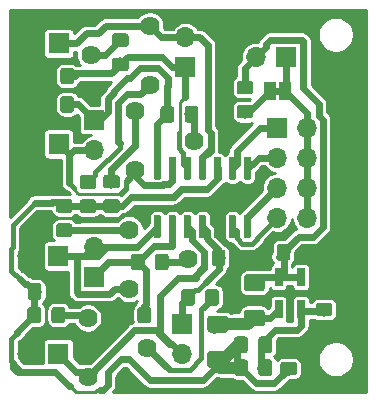
<source format=gbr>
G04 #@! TF.GenerationSoftware,KiCad,Pcbnew,(5.1.4)-1*
G04 #@! TF.CreationDate,2020-02-16T08:15:49-07:00*
G04 #@! TF.ProjectId,LightGate,4c696768-7447-4617-9465-2e6b69636164,rev?*
G04 #@! TF.SameCoordinates,PX52f83c0PY1b5ed60*
G04 #@! TF.FileFunction,Copper,L1,Top*
G04 #@! TF.FilePolarity,Positive*
%FSLAX46Y46*%
G04 Gerber Fmt 4.6, Leading zero omitted, Abs format (unit mm)*
G04 Created by KiCad (PCBNEW (5.1.4)-1) date 2020-02-16 08:15:49*
%MOMM*%
%LPD*%
G04 APERTURE LIST*
%ADD10C,0.100000*%
%ADD11C,1.150000*%
%ADD12C,1.425000*%
%ADD13C,1.620000*%
%ADD14O,1.700000X1.700000*%
%ADD15R,1.700000X1.700000*%
%ADD16R,1.000000X1.500000*%
%ADD17R,0.650000X1.560000*%
%ADD18C,1.800000*%
%ADD19R,1.800000X1.800000*%
%ADD20C,0.600000*%
%ADD21C,0.800000*%
%ADD22C,0.250000*%
%ADD23C,0.600000*%
%ADD24C,0.400000*%
%ADD25C,1.000000*%
%ADD26C,0.254000*%
G04 APERTURE END LIST*
D10*
G36*
X22800000Y26200000D02*
G01*
X23300000Y26200000D01*
X23300000Y25600000D01*
X22800000Y25600000D01*
X22800000Y26200000D01*
G37*
G36*
X4899505Y9648796D02*
G01*
X4923773Y9645196D01*
X4947572Y9639235D01*
X4970671Y9630970D01*
X4992850Y9620480D01*
X5013893Y9607868D01*
X5033599Y9593253D01*
X5051777Y9576777D01*
X5068253Y9558599D01*
X5082868Y9538893D01*
X5095480Y9517850D01*
X5105970Y9495671D01*
X5114235Y9472572D01*
X5120196Y9448773D01*
X5123796Y9424505D01*
X5125000Y9400001D01*
X5125000Y8499999D01*
X5123796Y8475495D01*
X5120196Y8451227D01*
X5114235Y8427428D01*
X5105970Y8404329D01*
X5095480Y8382150D01*
X5082868Y8361107D01*
X5068253Y8341401D01*
X5051777Y8323223D01*
X5033599Y8306747D01*
X5013893Y8292132D01*
X4992850Y8279520D01*
X4970671Y8269030D01*
X4947572Y8260765D01*
X4923773Y8254804D01*
X4899505Y8251204D01*
X4875001Y8250000D01*
X4224999Y8250000D01*
X4200495Y8251204D01*
X4176227Y8254804D01*
X4152428Y8260765D01*
X4129329Y8269030D01*
X4107150Y8279520D01*
X4086107Y8292132D01*
X4066401Y8306747D01*
X4048223Y8323223D01*
X4031747Y8341401D01*
X4017132Y8361107D01*
X4004520Y8382150D01*
X3994030Y8404329D01*
X3985765Y8427428D01*
X3979804Y8451227D01*
X3976204Y8475495D01*
X3975000Y8499999D01*
X3975000Y9400001D01*
X3976204Y9424505D01*
X3979804Y9448773D01*
X3985765Y9472572D01*
X3994030Y9495671D01*
X4004520Y9517850D01*
X4017132Y9538893D01*
X4031747Y9558599D01*
X4048223Y9576777D01*
X4066401Y9593253D01*
X4086107Y9607868D01*
X4107150Y9620480D01*
X4129329Y9630970D01*
X4152428Y9639235D01*
X4176227Y9645196D01*
X4200495Y9648796D01*
X4224999Y9650000D01*
X4875001Y9650000D01*
X4899505Y9648796D01*
X4899505Y9648796D01*
G37*
D11*
X4550000Y8950000D03*
D10*
G36*
X2849505Y9648796D02*
G01*
X2873773Y9645196D01*
X2897572Y9639235D01*
X2920671Y9630970D01*
X2942850Y9620480D01*
X2963893Y9607868D01*
X2983599Y9593253D01*
X3001777Y9576777D01*
X3018253Y9558599D01*
X3032868Y9538893D01*
X3045480Y9517850D01*
X3055970Y9495671D01*
X3064235Y9472572D01*
X3070196Y9448773D01*
X3073796Y9424505D01*
X3075000Y9400001D01*
X3075000Y8499999D01*
X3073796Y8475495D01*
X3070196Y8451227D01*
X3064235Y8427428D01*
X3055970Y8404329D01*
X3045480Y8382150D01*
X3032868Y8361107D01*
X3018253Y8341401D01*
X3001777Y8323223D01*
X2983599Y8306747D01*
X2963893Y8292132D01*
X2942850Y8279520D01*
X2920671Y8269030D01*
X2897572Y8260765D01*
X2873773Y8254804D01*
X2849505Y8251204D01*
X2825001Y8250000D01*
X2174999Y8250000D01*
X2150495Y8251204D01*
X2126227Y8254804D01*
X2102428Y8260765D01*
X2079329Y8269030D01*
X2057150Y8279520D01*
X2036107Y8292132D01*
X2016401Y8306747D01*
X1998223Y8323223D01*
X1981747Y8341401D01*
X1967132Y8361107D01*
X1954520Y8382150D01*
X1944030Y8404329D01*
X1935765Y8427428D01*
X1929804Y8451227D01*
X1926204Y8475495D01*
X1925000Y8499999D01*
X1925000Y9400001D01*
X1926204Y9424505D01*
X1929804Y9448773D01*
X1935765Y9472572D01*
X1944030Y9495671D01*
X1954520Y9517850D01*
X1967132Y9538893D01*
X1981747Y9558599D01*
X1998223Y9576777D01*
X2016401Y9593253D01*
X2036107Y9607868D01*
X2057150Y9620480D01*
X2079329Y9630970D01*
X2102428Y9639235D01*
X2126227Y9645196D01*
X2150495Y9648796D01*
X2174999Y9650000D01*
X2825001Y9650000D01*
X2849505Y9648796D01*
X2849505Y9648796D01*
G37*
D11*
X2500000Y8950000D03*
D10*
G36*
X18649504Y3923796D02*
G01*
X18673773Y3920196D01*
X18697571Y3914235D01*
X18720671Y3905970D01*
X18742849Y3895480D01*
X18763893Y3882867D01*
X18783598Y3868253D01*
X18801777Y3851777D01*
X18818253Y3833598D01*
X18832867Y3813893D01*
X18845480Y3792849D01*
X18855970Y3770671D01*
X18864235Y3747571D01*
X18870196Y3723773D01*
X18873796Y3699504D01*
X18875000Y3675000D01*
X18875000Y2750000D01*
X18873796Y2725496D01*
X18870196Y2701227D01*
X18864235Y2677429D01*
X18855970Y2654329D01*
X18845480Y2632151D01*
X18832867Y2611107D01*
X18818253Y2591402D01*
X18801777Y2573223D01*
X18783598Y2556747D01*
X18763893Y2542133D01*
X18742849Y2529520D01*
X18720671Y2519030D01*
X18697571Y2510765D01*
X18673773Y2504804D01*
X18649504Y2501204D01*
X18625000Y2500000D01*
X17375000Y2500000D01*
X17350496Y2501204D01*
X17326227Y2504804D01*
X17302429Y2510765D01*
X17279329Y2519030D01*
X17257151Y2529520D01*
X17236107Y2542133D01*
X17216402Y2556747D01*
X17198223Y2573223D01*
X17181747Y2591402D01*
X17167133Y2611107D01*
X17154520Y2632151D01*
X17144030Y2654329D01*
X17135765Y2677429D01*
X17129804Y2701227D01*
X17126204Y2725496D01*
X17125000Y2750000D01*
X17125000Y3675000D01*
X17126204Y3699504D01*
X17129804Y3723773D01*
X17135765Y3747571D01*
X17144030Y3770671D01*
X17154520Y3792849D01*
X17167133Y3813893D01*
X17181747Y3833598D01*
X17198223Y3851777D01*
X17216402Y3868253D01*
X17236107Y3882867D01*
X17257151Y3895480D01*
X17279329Y3905970D01*
X17302429Y3914235D01*
X17326227Y3920196D01*
X17350496Y3923796D01*
X17375000Y3925000D01*
X18625000Y3925000D01*
X18649504Y3923796D01*
X18649504Y3923796D01*
G37*
D12*
X18000000Y3212500D03*
D10*
G36*
X18649504Y6898796D02*
G01*
X18673773Y6895196D01*
X18697571Y6889235D01*
X18720671Y6880970D01*
X18742849Y6870480D01*
X18763893Y6857867D01*
X18783598Y6843253D01*
X18801777Y6826777D01*
X18818253Y6808598D01*
X18832867Y6788893D01*
X18845480Y6767849D01*
X18855970Y6745671D01*
X18864235Y6722571D01*
X18870196Y6698773D01*
X18873796Y6674504D01*
X18875000Y6650000D01*
X18875000Y5725000D01*
X18873796Y5700496D01*
X18870196Y5676227D01*
X18864235Y5652429D01*
X18855970Y5629329D01*
X18845480Y5607151D01*
X18832867Y5586107D01*
X18818253Y5566402D01*
X18801777Y5548223D01*
X18783598Y5531747D01*
X18763893Y5517133D01*
X18742849Y5504520D01*
X18720671Y5494030D01*
X18697571Y5485765D01*
X18673773Y5479804D01*
X18649504Y5476204D01*
X18625000Y5475000D01*
X17375000Y5475000D01*
X17350496Y5476204D01*
X17326227Y5479804D01*
X17302429Y5485765D01*
X17279329Y5494030D01*
X17257151Y5504520D01*
X17236107Y5517133D01*
X17216402Y5531747D01*
X17198223Y5548223D01*
X17181747Y5566402D01*
X17167133Y5586107D01*
X17154520Y5607151D01*
X17144030Y5629329D01*
X17135765Y5652429D01*
X17129804Y5676227D01*
X17126204Y5700496D01*
X17125000Y5725000D01*
X17125000Y6650000D01*
X17126204Y6674504D01*
X17129804Y6698773D01*
X17135765Y6722571D01*
X17144030Y6745671D01*
X17154520Y6767849D01*
X17167133Y6788893D01*
X17181747Y6808598D01*
X17198223Y6826777D01*
X17216402Y6843253D01*
X17236107Y6857867D01*
X17257151Y6870480D01*
X17279329Y6880970D01*
X17302429Y6889235D01*
X17326227Y6895196D01*
X17350496Y6898796D01*
X17375000Y6900000D01*
X18625000Y6900000D01*
X18649504Y6898796D01*
X18649504Y6898796D01*
G37*
D12*
X18000000Y6187500D03*
D13*
X7000000Y6700000D03*
X12000000Y4200000D03*
X7000000Y1700000D03*
D14*
X15000000Y3660000D03*
D15*
X15000000Y6200000D03*
D14*
X7500000Y12740000D03*
D15*
X7500000Y10200000D03*
D14*
X15250000Y30490000D03*
D15*
X15250000Y27950000D03*
D14*
X7500000Y20910000D03*
D15*
X7500000Y23450000D03*
D10*
G36*
X27474505Y10048796D02*
G01*
X27498773Y10045196D01*
X27522572Y10039235D01*
X27545671Y10030970D01*
X27567850Y10020480D01*
X27588893Y10007868D01*
X27608599Y9993253D01*
X27626777Y9976777D01*
X27643253Y9958599D01*
X27657868Y9938893D01*
X27670480Y9917850D01*
X27680970Y9895671D01*
X27689235Y9872572D01*
X27695196Y9848773D01*
X27698796Y9824505D01*
X27700000Y9800001D01*
X27700000Y9149999D01*
X27698796Y9125495D01*
X27695196Y9101227D01*
X27689235Y9077428D01*
X27680970Y9054329D01*
X27670480Y9032150D01*
X27657868Y9011107D01*
X27643253Y8991401D01*
X27626777Y8973223D01*
X27608599Y8956747D01*
X27588893Y8942132D01*
X27567850Y8929520D01*
X27545671Y8919030D01*
X27522572Y8910765D01*
X27498773Y8904804D01*
X27474505Y8901204D01*
X27450001Y8900000D01*
X26549999Y8900000D01*
X26525495Y8901204D01*
X26501227Y8904804D01*
X26477428Y8910765D01*
X26454329Y8919030D01*
X26432150Y8929520D01*
X26411107Y8942132D01*
X26391401Y8956747D01*
X26373223Y8973223D01*
X26356747Y8991401D01*
X26342132Y9011107D01*
X26329520Y9032150D01*
X26319030Y9054329D01*
X26310765Y9077428D01*
X26304804Y9101227D01*
X26301204Y9125495D01*
X26300000Y9149999D01*
X26300000Y9800001D01*
X26301204Y9824505D01*
X26304804Y9848773D01*
X26310765Y9872572D01*
X26319030Y9895671D01*
X26329520Y9917850D01*
X26342132Y9938893D01*
X26356747Y9958599D01*
X26373223Y9976777D01*
X26391401Y9993253D01*
X26411107Y10007868D01*
X26432150Y10020480D01*
X26454329Y10030970D01*
X26477428Y10039235D01*
X26501227Y10045196D01*
X26525495Y10048796D01*
X26549999Y10050000D01*
X27450001Y10050000D01*
X27474505Y10048796D01*
X27474505Y10048796D01*
G37*
D11*
X27000000Y9475000D03*
D10*
G36*
X27474505Y7998796D02*
G01*
X27498773Y7995196D01*
X27522572Y7989235D01*
X27545671Y7980970D01*
X27567850Y7970480D01*
X27588893Y7957868D01*
X27608599Y7943253D01*
X27626777Y7926777D01*
X27643253Y7908599D01*
X27657868Y7888893D01*
X27670480Y7867850D01*
X27680970Y7845671D01*
X27689235Y7822572D01*
X27695196Y7798773D01*
X27698796Y7774505D01*
X27700000Y7750001D01*
X27700000Y7099999D01*
X27698796Y7075495D01*
X27695196Y7051227D01*
X27689235Y7027428D01*
X27680970Y7004329D01*
X27670480Y6982150D01*
X27657868Y6961107D01*
X27643253Y6941401D01*
X27626777Y6923223D01*
X27608599Y6906747D01*
X27588893Y6892132D01*
X27567850Y6879520D01*
X27545671Y6869030D01*
X27522572Y6860765D01*
X27498773Y6854804D01*
X27474505Y6851204D01*
X27450001Y6850000D01*
X26549999Y6850000D01*
X26525495Y6851204D01*
X26501227Y6854804D01*
X26477428Y6860765D01*
X26454329Y6869030D01*
X26432150Y6879520D01*
X26411107Y6892132D01*
X26391401Y6906747D01*
X26373223Y6923223D01*
X26356747Y6941401D01*
X26342132Y6961107D01*
X26329520Y6982150D01*
X26319030Y7004329D01*
X26310765Y7027428D01*
X26304804Y7051227D01*
X26301204Y7075495D01*
X26300000Y7099999D01*
X26300000Y7750001D01*
X26301204Y7774505D01*
X26304804Y7798773D01*
X26310765Y7822572D01*
X26319030Y7845671D01*
X26329520Y7867850D01*
X26342132Y7888893D01*
X26356747Y7908599D01*
X26373223Y7926777D01*
X26391401Y7943253D01*
X26411107Y7957868D01*
X26432150Y7970480D01*
X26454329Y7980970D01*
X26477428Y7989235D01*
X26501227Y7995196D01*
X26525495Y7998796D01*
X26549999Y8000000D01*
X27450001Y8000000D01*
X27474505Y7998796D01*
X27474505Y7998796D01*
G37*
D11*
X27000000Y7425000D03*
D14*
X25540000Y15200000D03*
X23000000Y15200000D03*
X25540000Y17740000D03*
X23000000Y17740000D03*
X25540000Y20280000D03*
X23000000Y20280000D03*
X25540000Y22820000D03*
D15*
X23000000Y22820000D03*
D16*
X23700000Y25900000D03*
X22400000Y25900000D03*
D10*
G36*
X21749504Y7423796D02*
G01*
X21773773Y7420196D01*
X21797571Y7414235D01*
X21820671Y7405970D01*
X21842849Y7395480D01*
X21863893Y7382867D01*
X21883598Y7368253D01*
X21901777Y7351777D01*
X21918253Y7333598D01*
X21932867Y7313893D01*
X21945480Y7292849D01*
X21955970Y7270671D01*
X21964235Y7247571D01*
X21970196Y7223773D01*
X21973796Y7199504D01*
X21975000Y7175000D01*
X21975000Y6250000D01*
X21973796Y6225496D01*
X21970196Y6201227D01*
X21964235Y6177429D01*
X21955970Y6154329D01*
X21945480Y6132151D01*
X21932867Y6111107D01*
X21918253Y6091402D01*
X21901777Y6073223D01*
X21883598Y6056747D01*
X21863893Y6042133D01*
X21842849Y6029520D01*
X21820671Y6019030D01*
X21797571Y6010765D01*
X21773773Y6004804D01*
X21749504Y6001204D01*
X21725000Y6000000D01*
X20475000Y6000000D01*
X20450496Y6001204D01*
X20426227Y6004804D01*
X20402429Y6010765D01*
X20379329Y6019030D01*
X20357151Y6029520D01*
X20336107Y6042133D01*
X20316402Y6056747D01*
X20298223Y6073223D01*
X20281747Y6091402D01*
X20267133Y6111107D01*
X20254520Y6132151D01*
X20244030Y6154329D01*
X20235765Y6177429D01*
X20229804Y6201227D01*
X20226204Y6225496D01*
X20225000Y6250000D01*
X20225000Y7175000D01*
X20226204Y7199504D01*
X20229804Y7223773D01*
X20235765Y7247571D01*
X20244030Y7270671D01*
X20254520Y7292849D01*
X20267133Y7313893D01*
X20281747Y7333598D01*
X20298223Y7351777D01*
X20316402Y7368253D01*
X20336107Y7382867D01*
X20357151Y7395480D01*
X20379329Y7405970D01*
X20402429Y7414235D01*
X20426227Y7420196D01*
X20450496Y7423796D01*
X20475000Y7425000D01*
X21725000Y7425000D01*
X21749504Y7423796D01*
X21749504Y7423796D01*
G37*
D12*
X21100000Y6712500D03*
D10*
G36*
X21749504Y10398796D02*
G01*
X21773773Y10395196D01*
X21797571Y10389235D01*
X21820671Y10380970D01*
X21842849Y10370480D01*
X21863893Y10357867D01*
X21883598Y10343253D01*
X21901777Y10326777D01*
X21918253Y10308598D01*
X21932867Y10288893D01*
X21945480Y10267849D01*
X21955970Y10245671D01*
X21964235Y10222571D01*
X21970196Y10198773D01*
X21973796Y10174504D01*
X21975000Y10150000D01*
X21975000Y9225000D01*
X21973796Y9200496D01*
X21970196Y9176227D01*
X21964235Y9152429D01*
X21955970Y9129329D01*
X21945480Y9107151D01*
X21932867Y9086107D01*
X21918253Y9066402D01*
X21901777Y9048223D01*
X21883598Y9031747D01*
X21863893Y9017133D01*
X21842849Y9004520D01*
X21820671Y8994030D01*
X21797571Y8985765D01*
X21773773Y8979804D01*
X21749504Y8976204D01*
X21725000Y8975000D01*
X20475000Y8975000D01*
X20450496Y8976204D01*
X20426227Y8979804D01*
X20402429Y8985765D01*
X20379329Y8994030D01*
X20357151Y9004520D01*
X20336107Y9017133D01*
X20316402Y9031747D01*
X20298223Y9048223D01*
X20281747Y9066402D01*
X20267133Y9086107D01*
X20254520Y9107151D01*
X20244030Y9129329D01*
X20235765Y9152429D01*
X20229804Y9176227D01*
X20226204Y9200496D01*
X20225000Y9225000D01*
X20225000Y10150000D01*
X20226204Y10174504D01*
X20229804Y10198773D01*
X20235765Y10222571D01*
X20244030Y10245671D01*
X20254520Y10267849D01*
X20267133Y10288893D01*
X20281747Y10308598D01*
X20298223Y10326777D01*
X20316402Y10343253D01*
X20336107Y10357867D01*
X20357151Y10370480D01*
X20379329Y10380970D01*
X20402429Y10389235D01*
X20426227Y10395196D01*
X20450496Y10398796D01*
X20475000Y10400000D01*
X21725000Y10400000D01*
X21749504Y10398796D01*
X21749504Y10398796D01*
G37*
D12*
X21100000Y9687500D03*
D10*
G36*
X20774505Y24748796D02*
G01*
X20798773Y24745196D01*
X20822572Y24739235D01*
X20845671Y24730970D01*
X20867850Y24720480D01*
X20888893Y24707868D01*
X20908599Y24693253D01*
X20926777Y24676777D01*
X20943253Y24658599D01*
X20957868Y24638893D01*
X20970480Y24617850D01*
X20980970Y24595671D01*
X20989235Y24572572D01*
X20995196Y24548773D01*
X20998796Y24524505D01*
X21000000Y24500001D01*
X21000000Y23849999D01*
X20998796Y23825495D01*
X20995196Y23801227D01*
X20989235Y23777428D01*
X20980970Y23754329D01*
X20970480Y23732150D01*
X20957868Y23711107D01*
X20943253Y23691401D01*
X20926777Y23673223D01*
X20908599Y23656747D01*
X20888893Y23642132D01*
X20867850Y23629520D01*
X20845671Y23619030D01*
X20822572Y23610765D01*
X20798773Y23604804D01*
X20774505Y23601204D01*
X20750001Y23600000D01*
X19849999Y23600000D01*
X19825495Y23601204D01*
X19801227Y23604804D01*
X19777428Y23610765D01*
X19754329Y23619030D01*
X19732150Y23629520D01*
X19711107Y23642132D01*
X19691401Y23656747D01*
X19673223Y23673223D01*
X19656747Y23691401D01*
X19642132Y23711107D01*
X19629520Y23732150D01*
X19619030Y23754329D01*
X19610765Y23777428D01*
X19604804Y23801227D01*
X19601204Y23825495D01*
X19600000Y23849999D01*
X19600000Y24500001D01*
X19601204Y24524505D01*
X19604804Y24548773D01*
X19610765Y24572572D01*
X19619030Y24595671D01*
X19629520Y24617850D01*
X19642132Y24638893D01*
X19656747Y24658599D01*
X19673223Y24676777D01*
X19691401Y24693253D01*
X19711107Y24707868D01*
X19732150Y24720480D01*
X19754329Y24730970D01*
X19777428Y24739235D01*
X19801227Y24745196D01*
X19825495Y24748796D01*
X19849999Y24750000D01*
X20750001Y24750000D01*
X20774505Y24748796D01*
X20774505Y24748796D01*
G37*
D11*
X20300000Y24175000D03*
D10*
G36*
X20774505Y26798796D02*
G01*
X20798773Y26795196D01*
X20822572Y26789235D01*
X20845671Y26780970D01*
X20867850Y26770480D01*
X20888893Y26757868D01*
X20908599Y26743253D01*
X20926777Y26726777D01*
X20943253Y26708599D01*
X20957868Y26688893D01*
X20970480Y26667850D01*
X20980970Y26645671D01*
X20989235Y26622572D01*
X20995196Y26598773D01*
X20998796Y26574505D01*
X21000000Y26550001D01*
X21000000Y25899999D01*
X20998796Y25875495D01*
X20995196Y25851227D01*
X20989235Y25827428D01*
X20980970Y25804329D01*
X20970480Y25782150D01*
X20957868Y25761107D01*
X20943253Y25741401D01*
X20926777Y25723223D01*
X20908599Y25706747D01*
X20888893Y25692132D01*
X20867850Y25679520D01*
X20845671Y25669030D01*
X20822572Y25660765D01*
X20798773Y25654804D01*
X20774505Y25651204D01*
X20750001Y25650000D01*
X19849999Y25650000D01*
X19825495Y25651204D01*
X19801227Y25654804D01*
X19777428Y25660765D01*
X19754329Y25669030D01*
X19732150Y25679520D01*
X19711107Y25692132D01*
X19691401Y25706747D01*
X19673223Y25723223D01*
X19656747Y25741401D01*
X19642132Y25761107D01*
X19629520Y25782150D01*
X19619030Y25804329D01*
X19610765Y25827428D01*
X19604804Y25851227D01*
X19601204Y25875495D01*
X19600000Y25899999D01*
X19600000Y26550001D01*
X19601204Y26574505D01*
X19604804Y26598773D01*
X19610765Y26622572D01*
X19619030Y26645671D01*
X19629520Y26667850D01*
X19642132Y26688893D01*
X19656747Y26708599D01*
X19673223Y26726777D01*
X19691401Y26743253D01*
X19711107Y26757868D01*
X19732150Y26770480D01*
X19754329Y26780970D01*
X19777428Y26789235D01*
X19801227Y26795196D01*
X19825495Y26798796D01*
X19849999Y26800000D01*
X20750001Y26800000D01*
X20774505Y26798796D01*
X20774505Y26798796D01*
G37*
D11*
X20300000Y26225000D03*
D10*
G36*
X22374505Y3198796D02*
G01*
X22398773Y3195196D01*
X22422572Y3189235D01*
X22445671Y3180970D01*
X22467850Y3170480D01*
X22488893Y3157868D01*
X22508599Y3143253D01*
X22526777Y3126777D01*
X22543253Y3108599D01*
X22557868Y3088893D01*
X22570480Y3067850D01*
X22580970Y3045671D01*
X22589235Y3022572D01*
X22595196Y2998773D01*
X22598796Y2974505D01*
X22600000Y2950001D01*
X22600000Y2049999D01*
X22598796Y2025495D01*
X22595196Y2001227D01*
X22589235Y1977428D01*
X22580970Y1954329D01*
X22570480Y1932150D01*
X22557868Y1911107D01*
X22543253Y1891401D01*
X22526777Y1873223D01*
X22508599Y1856747D01*
X22488893Y1842132D01*
X22467850Y1829520D01*
X22445671Y1819030D01*
X22422572Y1810765D01*
X22398773Y1804804D01*
X22374505Y1801204D01*
X22350001Y1800000D01*
X21699999Y1800000D01*
X21675495Y1801204D01*
X21651227Y1804804D01*
X21627428Y1810765D01*
X21604329Y1819030D01*
X21582150Y1829520D01*
X21561107Y1842132D01*
X21541401Y1856747D01*
X21523223Y1873223D01*
X21506747Y1891401D01*
X21492132Y1911107D01*
X21479520Y1932150D01*
X21469030Y1954329D01*
X21460765Y1977428D01*
X21454804Y2001227D01*
X21451204Y2025495D01*
X21450000Y2049999D01*
X21450000Y2950001D01*
X21451204Y2974505D01*
X21454804Y2998773D01*
X21460765Y3022572D01*
X21469030Y3045671D01*
X21479520Y3067850D01*
X21492132Y3088893D01*
X21506747Y3108599D01*
X21523223Y3126777D01*
X21541401Y3143253D01*
X21561107Y3157868D01*
X21582150Y3170480D01*
X21604329Y3180970D01*
X21627428Y3189235D01*
X21651227Y3195196D01*
X21675495Y3198796D01*
X21699999Y3200000D01*
X22350001Y3200000D01*
X22374505Y3198796D01*
X22374505Y3198796D01*
G37*
D11*
X22025000Y2500000D03*
D10*
G36*
X20324505Y3198796D02*
G01*
X20348773Y3195196D01*
X20372572Y3189235D01*
X20395671Y3180970D01*
X20417850Y3170480D01*
X20438893Y3157868D01*
X20458599Y3143253D01*
X20476777Y3126777D01*
X20493253Y3108599D01*
X20507868Y3088893D01*
X20520480Y3067850D01*
X20530970Y3045671D01*
X20539235Y3022572D01*
X20545196Y2998773D01*
X20548796Y2974505D01*
X20550000Y2950001D01*
X20550000Y2049999D01*
X20548796Y2025495D01*
X20545196Y2001227D01*
X20539235Y1977428D01*
X20530970Y1954329D01*
X20520480Y1932150D01*
X20507868Y1911107D01*
X20493253Y1891401D01*
X20476777Y1873223D01*
X20458599Y1856747D01*
X20438893Y1842132D01*
X20417850Y1829520D01*
X20395671Y1819030D01*
X20372572Y1810765D01*
X20348773Y1804804D01*
X20324505Y1801204D01*
X20300001Y1800000D01*
X19649999Y1800000D01*
X19625495Y1801204D01*
X19601227Y1804804D01*
X19577428Y1810765D01*
X19554329Y1819030D01*
X19532150Y1829520D01*
X19511107Y1842132D01*
X19491401Y1856747D01*
X19473223Y1873223D01*
X19456747Y1891401D01*
X19442132Y1911107D01*
X19429520Y1932150D01*
X19419030Y1954329D01*
X19410765Y1977428D01*
X19404804Y2001227D01*
X19401204Y2025495D01*
X19400000Y2049999D01*
X19400000Y2950001D01*
X19401204Y2974505D01*
X19404804Y2998773D01*
X19410765Y3022572D01*
X19419030Y3045671D01*
X19429520Y3067850D01*
X19442132Y3088893D01*
X19456747Y3108599D01*
X19473223Y3126777D01*
X19491401Y3143253D01*
X19511107Y3157868D01*
X19532150Y3170480D01*
X19554329Y3180970D01*
X19577428Y3189235D01*
X19601227Y3195196D01*
X19625495Y3198796D01*
X19649999Y3200000D01*
X20300001Y3200000D01*
X20324505Y3198796D01*
X20324505Y3198796D01*
G37*
D11*
X19975000Y2500000D03*
D10*
G36*
X13624505Y12148796D02*
G01*
X13648773Y12145196D01*
X13672572Y12139235D01*
X13695671Y12130970D01*
X13717850Y12120480D01*
X13738893Y12107868D01*
X13758599Y12093253D01*
X13776777Y12076777D01*
X13793253Y12058599D01*
X13807868Y12038893D01*
X13820480Y12017850D01*
X13830970Y11995671D01*
X13839235Y11972572D01*
X13845196Y11948773D01*
X13848796Y11924505D01*
X13850000Y11900001D01*
X13850000Y10999999D01*
X13848796Y10975495D01*
X13845196Y10951227D01*
X13839235Y10927428D01*
X13830970Y10904329D01*
X13820480Y10882150D01*
X13807868Y10861107D01*
X13793253Y10841401D01*
X13776777Y10823223D01*
X13758599Y10806747D01*
X13738893Y10792132D01*
X13717850Y10779520D01*
X13695671Y10769030D01*
X13672572Y10760765D01*
X13648773Y10754804D01*
X13624505Y10751204D01*
X13600001Y10750000D01*
X12949999Y10750000D01*
X12925495Y10751204D01*
X12901227Y10754804D01*
X12877428Y10760765D01*
X12854329Y10769030D01*
X12832150Y10779520D01*
X12811107Y10792132D01*
X12791401Y10806747D01*
X12773223Y10823223D01*
X12756747Y10841401D01*
X12742132Y10861107D01*
X12729520Y10882150D01*
X12719030Y10904329D01*
X12710765Y10927428D01*
X12704804Y10951227D01*
X12701204Y10975495D01*
X12700000Y10999999D01*
X12700000Y11900001D01*
X12701204Y11924505D01*
X12704804Y11948773D01*
X12710765Y11972572D01*
X12719030Y11995671D01*
X12729520Y12017850D01*
X12742132Y12038893D01*
X12756747Y12058599D01*
X12773223Y12076777D01*
X12791401Y12093253D01*
X12811107Y12107868D01*
X12832150Y12120480D01*
X12854329Y12130970D01*
X12877428Y12139235D01*
X12901227Y12145196D01*
X12925495Y12148796D01*
X12949999Y12150000D01*
X13600001Y12150000D01*
X13624505Y12148796D01*
X13624505Y12148796D01*
G37*
D11*
X13275000Y11450000D03*
D10*
G36*
X11574505Y12148796D02*
G01*
X11598773Y12145196D01*
X11622572Y12139235D01*
X11645671Y12130970D01*
X11667850Y12120480D01*
X11688893Y12107868D01*
X11708599Y12093253D01*
X11726777Y12076777D01*
X11743253Y12058599D01*
X11757868Y12038893D01*
X11770480Y12017850D01*
X11780970Y11995671D01*
X11789235Y11972572D01*
X11795196Y11948773D01*
X11798796Y11924505D01*
X11800000Y11900001D01*
X11800000Y10999999D01*
X11798796Y10975495D01*
X11795196Y10951227D01*
X11789235Y10927428D01*
X11780970Y10904329D01*
X11770480Y10882150D01*
X11757868Y10861107D01*
X11743253Y10841401D01*
X11726777Y10823223D01*
X11708599Y10806747D01*
X11688893Y10792132D01*
X11667850Y10779520D01*
X11645671Y10769030D01*
X11622572Y10760765D01*
X11598773Y10754804D01*
X11574505Y10751204D01*
X11550001Y10750000D01*
X10899999Y10750000D01*
X10875495Y10751204D01*
X10851227Y10754804D01*
X10827428Y10760765D01*
X10804329Y10769030D01*
X10782150Y10779520D01*
X10761107Y10792132D01*
X10741401Y10806747D01*
X10723223Y10823223D01*
X10706747Y10841401D01*
X10692132Y10861107D01*
X10679520Y10882150D01*
X10669030Y10904329D01*
X10660765Y10927428D01*
X10654804Y10951227D01*
X10651204Y10975495D01*
X10650000Y10999999D01*
X10650000Y11900001D01*
X10651204Y11924505D01*
X10654804Y11948773D01*
X10660765Y11972572D01*
X10669030Y11995671D01*
X10679520Y12017850D01*
X10692132Y12038893D01*
X10706747Y12058599D01*
X10723223Y12076777D01*
X10741401Y12093253D01*
X10761107Y12107868D01*
X10782150Y12120480D01*
X10804329Y12130970D01*
X10827428Y12139235D01*
X10851227Y12145196D01*
X10875495Y12148796D01*
X10899999Y12150000D01*
X11550001Y12150000D01*
X11574505Y12148796D01*
X11574505Y12148796D01*
G37*
D11*
X11225000Y11450000D03*
D17*
X23150000Y10150000D03*
X25050000Y10150000D03*
X25050000Y7450000D03*
X24100000Y7450000D03*
X23150000Y7450000D03*
D13*
X12250000Y26450000D03*
X7250000Y28950000D03*
X12250000Y31450000D03*
X10500000Y14200000D03*
X15500000Y11700000D03*
X10500000Y9200000D03*
X11000000Y24200000D03*
X16000000Y21700000D03*
X11000000Y19200000D03*
D10*
G36*
X22374505Y5148796D02*
G01*
X22398773Y5145196D01*
X22422572Y5139235D01*
X22445671Y5130970D01*
X22467850Y5120480D01*
X22488893Y5107868D01*
X22508599Y5093253D01*
X22526777Y5076777D01*
X22543253Y5058599D01*
X22557868Y5038893D01*
X22570480Y5017850D01*
X22580970Y4995671D01*
X22589235Y4972572D01*
X22595196Y4948773D01*
X22598796Y4924505D01*
X22600000Y4900001D01*
X22600000Y3999999D01*
X22598796Y3975495D01*
X22595196Y3951227D01*
X22589235Y3927428D01*
X22580970Y3904329D01*
X22570480Y3882150D01*
X22557868Y3861107D01*
X22543253Y3841401D01*
X22526777Y3823223D01*
X22508599Y3806747D01*
X22488893Y3792132D01*
X22467850Y3779520D01*
X22445671Y3769030D01*
X22422572Y3760765D01*
X22398773Y3754804D01*
X22374505Y3751204D01*
X22350001Y3750000D01*
X21699999Y3750000D01*
X21675495Y3751204D01*
X21651227Y3754804D01*
X21627428Y3760765D01*
X21604329Y3769030D01*
X21582150Y3779520D01*
X21561107Y3792132D01*
X21541401Y3806747D01*
X21523223Y3823223D01*
X21506747Y3841401D01*
X21492132Y3861107D01*
X21479520Y3882150D01*
X21469030Y3904329D01*
X21460765Y3927428D01*
X21454804Y3951227D01*
X21451204Y3975495D01*
X21450000Y3999999D01*
X21450000Y4900001D01*
X21451204Y4924505D01*
X21454804Y4948773D01*
X21460765Y4972572D01*
X21469030Y4995671D01*
X21479520Y5017850D01*
X21492132Y5038893D01*
X21506747Y5058599D01*
X21523223Y5076777D01*
X21541401Y5093253D01*
X21561107Y5107868D01*
X21582150Y5120480D01*
X21604329Y5130970D01*
X21627428Y5139235D01*
X21651227Y5145196D01*
X21675495Y5148796D01*
X21699999Y5150000D01*
X22350001Y5150000D01*
X22374505Y5148796D01*
X22374505Y5148796D01*
G37*
D11*
X22025000Y4450000D03*
D10*
G36*
X20324505Y5148796D02*
G01*
X20348773Y5145196D01*
X20372572Y5139235D01*
X20395671Y5130970D01*
X20417850Y5120480D01*
X20438893Y5107868D01*
X20458599Y5093253D01*
X20476777Y5076777D01*
X20493253Y5058599D01*
X20507868Y5038893D01*
X20520480Y5017850D01*
X20530970Y4995671D01*
X20539235Y4972572D01*
X20545196Y4948773D01*
X20548796Y4924505D01*
X20550000Y4900001D01*
X20550000Y3999999D01*
X20548796Y3975495D01*
X20545196Y3951227D01*
X20539235Y3927428D01*
X20530970Y3904329D01*
X20520480Y3882150D01*
X20507868Y3861107D01*
X20493253Y3841401D01*
X20476777Y3823223D01*
X20458599Y3806747D01*
X20438893Y3792132D01*
X20417850Y3779520D01*
X20395671Y3769030D01*
X20372572Y3760765D01*
X20348773Y3754804D01*
X20324505Y3751204D01*
X20300001Y3750000D01*
X19649999Y3750000D01*
X19625495Y3751204D01*
X19601227Y3754804D01*
X19577428Y3760765D01*
X19554329Y3769030D01*
X19532150Y3779520D01*
X19511107Y3792132D01*
X19491401Y3806747D01*
X19473223Y3823223D01*
X19456747Y3841401D01*
X19442132Y3861107D01*
X19429520Y3882150D01*
X19419030Y3904329D01*
X19410765Y3927428D01*
X19404804Y3951227D01*
X19401204Y3975495D01*
X19400000Y3999999D01*
X19400000Y4900001D01*
X19401204Y4924505D01*
X19404804Y4948773D01*
X19410765Y4972572D01*
X19419030Y4995671D01*
X19429520Y5017850D01*
X19442132Y5038893D01*
X19456747Y5058599D01*
X19473223Y5076777D01*
X19491401Y5093253D01*
X19511107Y5107868D01*
X19532150Y5120480D01*
X19554329Y5130970D01*
X19577428Y5139235D01*
X19601227Y5145196D01*
X19625495Y5148796D01*
X19649999Y5150000D01*
X20300001Y5150000D01*
X20324505Y5148796D01*
X20324505Y5148796D01*
G37*
D11*
X19975000Y4450000D03*
D10*
G36*
X24474505Y5048796D02*
G01*
X24498773Y5045196D01*
X24522572Y5039235D01*
X24545671Y5030970D01*
X24567850Y5020480D01*
X24588893Y5007868D01*
X24608599Y4993253D01*
X24626777Y4976777D01*
X24643253Y4958599D01*
X24657868Y4938893D01*
X24670480Y4917850D01*
X24680970Y4895671D01*
X24689235Y4872572D01*
X24695196Y4848773D01*
X24698796Y4824505D01*
X24700000Y4800001D01*
X24700000Y4149999D01*
X24698796Y4125495D01*
X24695196Y4101227D01*
X24689235Y4077428D01*
X24680970Y4054329D01*
X24670480Y4032150D01*
X24657868Y4011107D01*
X24643253Y3991401D01*
X24626777Y3973223D01*
X24608599Y3956747D01*
X24588893Y3942132D01*
X24567850Y3929520D01*
X24545671Y3919030D01*
X24522572Y3910765D01*
X24498773Y3904804D01*
X24474505Y3901204D01*
X24450001Y3900000D01*
X23549999Y3900000D01*
X23525495Y3901204D01*
X23501227Y3904804D01*
X23477428Y3910765D01*
X23454329Y3919030D01*
X23432150Y3929520D01*
X23411107Y3942132D01*
X23391401Y3956747D01*
X23373223Y3973223D01*
X23356747Y3991401D01*
X23342132Y4011107D01*
X23329520Y4032150D01*
X23319030Y4054329D01*
X23310765Y4077428D01*
X23304804Y4101227D01*
X23301204Y4125495D01*
X23300000Y4149999D01*
X23300000Y4800001D01*
X23301204Y4824505D01*
X23304804Y4848773D01*
X23310765Y4872572D01*
X23319030Y4895671D01*
X23329520Y4917850D01*
X23342132Y4938893D01*
X23356747Y4958599D01*
X23373223Y4976777D01*
X23391401Y4993253D01*
X23411107Y5007868D01*
X23432150Y5020480D01*
X23454329Y5030970D01*
X23477428Y5039235D01*
X23501227Y5045196D01*
X23525495Y5048796D01*
X23549999Y5050000D01*
X24450001Y5050000D01*
X24474505Y5048796D01*
X24474505Y5048796D01*
G37*
D11*
X24000000Y4475000D03*
D10*
G36*
X24474505Y2998796D02*
G01*
X24498773Y2995196D01*
X24522572Y2989235D01*
X24545671Y2980970D01*
X24567850Y2970480D01*
X24588893Y2957868D01*
X24608599Y2943253D01*
X24626777Y2926777D01*
X24643253Y2908599D01*
X24657868Y2888893D01*
X24670480Y2867850D01*
X24680970Y2845671D01*
X24689235Y2822572D01*
X24695196Y2798773D01*
X24698796Y2774505D01*
X24700000Y2750001D01*
X24700000Y2099999D01*
X24698796Y2075495D01*
X24695196Y2051227D01*
X24689235Y2027428D01*
X24680970Y2004329D01*
X24670480Y1982150D01*
X24657868Y1961107D01*
X24643253Y1941401D01*
X24626777Y1923223D01*
X24608599Y1906747D01*
X24588893Y1892132D01*
X24567850Y1879520D01*
X24545671Y1869030D01*
X24522572Y1860765D01*
X24498773Y1854804D01*
X24474505Y1851204D01*
X24450001Y1850000D01*
X23549999Y1850000D01*
X23525495Y1851204D01*
X23501227Y1854804D01*
X23477428Y1860765D01*
X23454329Y1869030D01*
X23432150Y1879520D01*
X23411107Y1892132D01*
X23391401Y1906747D01*
X23373223Y1923223D01*
X23356747Y1941401D01*
X23342132Y1961107D01*
X23329520Y1982150D01*
X23319030Y2004329D01*
X23310765Y2027428D01*
X23304804Y2051227D01*
X23301204Y2075495D01*
X23300000Y2099999D01*
X23300000Y2750001D01*
X23301204Y2774505D01*
X23304804Y2798773D01*
X23310765Y2822572D01*
X23319030Y2845671D01*
X23329520Y2867850D01*
X23342132Y2888893D01*
X23356747Y2908599D01*
X23373223Y2926777D01*
X23391401Y2943253D01*
X23411107Y2957868D01*
X23432150Y2970480D01*
X23454329Y2980970D01*
X23477428Y2989235D01*
X23501227Y2995196D01*
X23525495Y2998796D01*
X23549999Y3000000D01*
X24450001Y3000000D01*
X24474505Y2998796D01*
X24474505Y2998796D01*
G37*
D11*
X24000000Y2425000D03*
D18*
X1960000Y3700000D03*
D19*
X4500000Y3700000D03*
D18*
X2000000Y29950000D03*
D19*
X4540000Y29950000D03*
D18*
X1960000Y11950000D03*
D19*
X4500000Y11950000D03*
D18*
X2000000Y21450000D03*
D19*
X4540000Y21450000D03*
D10*
G36*
X20664703Y15424278D02*
G01*
X20679264Y15422118D01*
X20693543Y15418541D01*
X20707403Y15413582D01*
X20720710Y15407288D01*
X20733336Y15399720D01*
X20745159Y15390952D01*
X20756066Y15381066D01*
X20765952Y15370159D01*
X20774720Y15358336D01*
X20782288Y15345710D01*
X20788582Y15332403D01*
X20793541Y15318543D01*
X20797118Y15304264D01*
X20799278Y15289703D01*
X20800000Y15275000D01*
X20800000Y13625000D01*
X20799278Y13610297D01*
X20797118Y13595736D01*
X20793541Y13581457D01*
X20788582Y13567597D01*
X20782288Y13554290D01*
X20774720Y13541664D01*
X20765952Y13529841D01*
X20756066Y13518934D01*
X20745159Y13509048D01*
X20733336Y13500280D01*
X20720710Y13492712D01*
X20707403Y13486418D01*
X20693543Y13481459D01*
X20679264Y13477882D01*
X20664703Y13475722D01*
X20650000Y13475000D01*
X20350000Y13475000D01*
X20335297Y13475722D01*
X20320736Y13477882D01*
X20306457Y13481459D01*
X20292597Y13486418D01*
X20279290Y13492712D01*
X20266664Y13500280D01*
X20254841Y13509048D01*
X20243934Y13518934D01*
X20234048Y13529841D01*
X20225280Y13541664D01*
X20217712Y13554290D01*
X20211418Y13567597D01*
X20206459Y13581457D01*
X20202882Y13595736D01*
X20200722Y13610297D01*
X20200000Y13625000D01*
X20200000Y15275000D01*
X20200722Y15289703D01*
X20202882Y15304264D01*
X20206459Y15318543D01*
X20211418Y15332403D01*
X20217712Y15345710D01*
X20225280Y15358336D01*
X20234048Y15370159D01*
X20243934Y15381066D01*
X20254841Y15390952D01*
X20266664Y15399720D01*
X20279290Y15407288D01*
X20292597Y15413582D01*
X20306457Y15418541D01*
X20320736Y15422118D01*
X20335297Y15424278D01*
X20350000Y15425000D01*
X20650000Y15425000D01*
X20664703Y15424278D01*
X20664703Y15424278D01*
G37*
D20*
X20500000Y14450000D03*
D10*
G36*
X19394703Y15424278D02*
G01*
X19409264Y15422118D01*
X19423543Y15418541D01*
X19437403Y15413582D01*
X19450710Y15407288D01*
X19463336Y15399720D01*
X19475159Y15390952D01*
X19486066Y15381066D01*
X19495952Y15370159D01*
X19504720Y15358336D01*
X19512288Y15345710D01*
X19518582Y15332403D01*
X19523541Y15318543D01*
X19527118Y15304264D01*
X19529278Y15289703D01*
X19530000Y15275000D01*
X19530000Y13625000D01*
X19529278Y13610297D01*
X19527118Y13595736D01*
X19523541Y13581457D01*
X19518582Y13567597D01*
X19512288Y13554290D01*
X19504720Y13541664D01*
X19495952Y13529841D01*
X19486066Y13518934D01*
X19475159Y13509048D01*
X19463336Y13500280D01*
X19450710Y13492712D01*
X19437403Y13486418D01*
X19423543Y13481459D01*
X19409264Y13477882D01*
X19394703Y13475722D01*
X19380000Y13475000D01*
X19080000Y13475000D01*
X19065297Y13475722D01*
X19050736Y13477882D01*
X19036457Y13481459D01*
X19022597Y13486418D01*
X19009290Y13492712D01*
X18996664Y13500280D01*
X18984841Y13509048D01*
X18973934Y13518934D01*
X18964048Y13529841D01*
X18955280Y13541664D01*
X18947712Y13554290D01*
X18941418Y13567597D01*
X18936459Y13581457D01*
X18932882Y13595736D01*
X18930722Y13610297D01*
X18930000Y13625000D01*
X18930000Y15275000D01*
X18930722Y15289703D01*
X18932882Y15304264D01*
X18936459Y15318543D01*
X18941418Y15332403D01*
X18947712Y15345710D01*
X18955280Y15358336D01*
X18964048Y15370159D01*
X18973934Y15381066D01*
X18984841Y15390952D01*
X18996664Y15399720D01*
X19009290Y15407288D01*
X19022597Y15413582D01*
X19036457Y15418541D01*
X19050736Y15422118D01*
X19065297Y15424278D01*
X19080000Y15425000D01*
X19380000Y15425000D01*
X19394703Y15424278D01*
X19394703Y15424278D01*
G37*
D20*
X19230000Y14450000D03*
D10*
G36*
X18124703Y15424278D02*
G01*
X18139264Y15422118D01*
X18153543Y15418541D01*
X18167403Y15413582D01*
X18180710Y15407288D01*
X18193336Y15399720D01*
X18205159Y15390952D01*
X18216066Y15381066D01*
X18225952Y15370159D01*
X18234720Y15358336D01*
X18242288Y15345710D01*
X18248582Y15332403D01*
X18253541Y15318543D01*
X18257118Y15304264D01*
X18259278Y15289703D01*
X18260000Y15275000D01*
X18260000Y13625000D01*
X18259278Y13610297D01*
X18257118Y13595736D01*
X18253541Y13581457D01*
X18248582Y13567597D01*
X18242288Y13554290D01*
X18234720Y13541664D01*
X18225952Y13529841D01*
X18216066Y13518934D01*
X18205159Y13509048D01*
X18193336Y13500280D01*
X18180710Y13492712D01*
X18167403Y13486418D01*
X18153543Y13481459D01*
X18139264Y13477882D01*
X18124703Y13475722D01*
X18110000Y13475000D01*
X17810000Y13475000D01*
X17795297Y13475722D01*
X17780736Y13477882D01*
X17766457Y13481459D01*
X17752597Y13486418D01*
X17739290Y13492712D01*
X17726664Y13500280D01*
X17714841Y13509048D01*
X17703934Y13518934D01*
X17694048Y13529841D01*
X17685280Y13541664D01*
X17677712Y13554290D01*
X17671418Y13567597D01*
X17666459Y13581457D01*
X17662882Y13595736D01*
X17660722Y13610297D01*
X17660000Y13625000D01*
X17660000Y15275000D01*
X17660722Y15289703D01*
X17662882Y15304264D01*
X17666459Y15318543D01*
X17671418Y15332403D01*
X17677712Y15345710D01*
X17685280Y15358336D01*
X17694048Y15370159D01*
X17703934Y15381066D01*
X17714841Y15390952D01*
X17726664Y15399720D01*
X17739290Y15407288D01*
X17752597Y15413582D01*
X17766457Y15418541D01*
X17780736Y15422118D01*
X17795297Y15424278D01*
X17810000Y15425000D01*
X18110000Y15425000D01*
X18124703Y15424278D01*
X18124703Y15424278D01*
G37*
D20*
X17960000Y14450000D03*
D10*
G36*
X16854703Y15424278D02*
G01*
X16869264Y15422118D01*
X16883543Y15418541D01*
X16897403Y15413582D01*
X16910710Y15407288D01*
X16923336Y15399720D01*
X16935159Y15390952D01*
X16946066Y15381066D01*
X16955952Y15370159D01*
X16964720Y15358336D01*
X16972288Y15345710D01*
X16978582Y15332403D01*
X16983541Y15318543D01*
X16987118Y15304264D01*
X16989278Y15289703D01*
X16990000Y15275000D01*
X16990000Y13625000D01*
X16989278Y13610297D01*
X16987118Y13595736D01*
X16983541Y13581457D01*
X16978582Y13567597D01*
X16972288Y13554290D01*
X16964720Y13541664D01*
X16955952Y13529841D01*
X16946066Y13518934D01*
X16935159Y13509048D01*
X16923336Y13500280D01*
X16910710Y13492712D01*
X16897403Y13486418D01*
X16883543Y13481459D01*
X16869264Y13477882D01*
X16854703Y13475722D01*
X16840000Y13475000D01*
X16540000Y13475000D01*
X16525297Y13475722D01*
X16510736Y13477882D01*
X16496457Y13481459D01*
X16482597Y13486418D01*
X16469290Y13492712D01*
X16456664Y13500280D01*
X16444841Y13509048D01*
X16433934Y13518934D01*
X16424048Y13529841D01*
X16415280Y13541664D01*
X16407712Y13554290D01*
X16401418Y13567597D01*
X16396459Y13581457D01*
X16392882Y13595736D01*
X16390722Y13610297D01*
X16390000Y13625000D01*
X16390000Y15275000D01*
X16390722Y15289703D01*
X16392882Y15304264D01*
X16396459Y15318543D01*
X16401418Y15332403D01*
X16407712Y15345710D01*
X16415280Y15358336D01*
X16424048Y15370159D01*
X16433934Y15381066D01*
X16444841Y15390952D01*
X16456664Y15399720D01*
X16469290Y15407288D01*
X16482597Y15413582D01*
X16496457Y15418541D01*
X16510736Y15422118D01*
X16525297Y15424278D01*
X16540000Y15425000D01*
X16840000Y15425000D01*
X16854703Y15424278D01*
X16854703Y15424278D01*
G37*
D20*
X16690000Y14450000D03*
D10*
G36*
X15584703Y15424278D02*
G01*
X15599264Y15422118D01*
X15613543Y15418541D01*
X15627403Y15413582D01*
X15640710Y15407288D01*
X15653336Y15399720D01*
X15665159Y15390952D01*
X15676066Y15381066D01*
X15685952Y15370159D01*
X15694720Y15358336D01*
X15702288Y15345710D01*
X15708582Y15332403D01*
X15713541Y15318543D01*
X15717118Y15304264D01*
X15719278Y15289703D01*
X15720000Y15275000D01*
X15720000Y13625000D01*
X15719278Y13610297D01*
X15717118Y13595736D01*
X15713541Y13581457D01*
X15708582Y13567597D01*
X15702288Y13554290D01*
X15694720Y13541664D01*
X15685952Y13529841D01*
X15676066Y13518934D01*
X15665159Y13509048D01*
X15653336Y13500280D01*
X15640710Y13492712D01*
X15627403Y13486418D01*
X15613543Y13481459D01*
X15599264Y13477882D01*
X15584703Y13475722D01*
X15570000Y13475000D01*
X15270000Y13475000D01*
X15255297Y13475722D01*
X15240736Y13477882D01*
X15226457Y13481459D01*
X15212597Y13486418D01*
X15199290Y13492712D01*
X15186664Y13500280D01*
X15174841Y13509048D01*
X15163934Y13518934D01*
X15154048Y13529841D01*
X15145280Y13541664D01*
X15137712Y13554290D01*
X15131418Y13567597D01*
X15126459Y13581457D01*
X15122882Y13595736D01*
X15120722Y13610297D01*
X15120000Y13625000D01*
X15120000Y15275000D01*
X15120722Y15289703D01*
X15122882Y15304264D01*
X15126459Y15318543D01*
X15131418Y15332403D01*
X15137712Y15345710D01*
X15145280Y15358336D01*
X15154048Y15370159D01*
X15163934Y15381066D01*
X15174841Y15390952D01*
X15186664Y15399720D01*
X15199290Y15407288D01*
X15212597Y15413582D01*
X15226457Y15418541D01*
X15240736Y15422118D01*
X15255297Y15424278D01*
X15270000Y15425000D01*
X15570000Y15425000D01*
X15584703Y15424278D01*
X15584703Y15424278D01*
G37*
D20*
X15420000Y14450000D03*
D10*
G36*
X14314703Y15424278D02*
G01*
X14329264Y15422118D01*
X14343543Y15418541D01*
X14357403Y15413582D01*
X14370710Y15407288D01*
X14383336Y15399720D01*
X14395159Y15390952D01*
X14406066Y15381066D01*
X14415952Y15370159D01*
X14424720Y15358336D01*
X14432288Y15345710D01*
X14438582Y15332403D01*
X14443541Y15318543D01*
X14447118Y15304264D01*
X14449278Y15289703D01*
X14450000Y15275000D01*
X14450000Y13625000D01*
X14449278Y13610297D01*
X14447118Y13595736D01*
X14443541Y13581457D01*
X14438582Y13567597D01*
X14432288Y13554290D01*
X14424720Y13541664D01*
X14415952Y13529841D01*
X14406066Y13518934D01*
X14395159Y13509048D01*
X14383336Y13500280D01*
X14370710Y13492712D01*
X14357403Y13486418D01*
X14343543Y13481459D01*
X14329264Y13477882D01*
X14314703Y13475722D01*
X14300000Y13475000D01*
X14000000Y13475000D01*
X13985297Y13475722D01*
X13970736Y13477882D01*
X13956457Y13481459D01*
X13942597Y13486418D01*
X13929290Y13492712D01*
X13916664Y13500280D01*
X13904841Y13509048D01*
X13893934Y13518934D01*
X13884048Y13529841D01*
X13875280Y13541664D01*
X13867712Y13554290D01*
X13861418Y13567597D01*
X13856459Y13581457D01*
X13852882Y13595736D01*
X13850722Y13610297D01*
X13850000Y13625000D01*
X13850000Y15275000D01*
X13850722Y15289703D01*
X13852882Y15304264D01*
X13856459Y15318543D01*
X13861418Y15332403D01*
X13867712Y15345710D01*
X13875280Y15358336D01*
X13884048Y15370159D01*
X13893934Y15381066D01*
X13904841Y15390952D01*
X13916664Y15399720D01*
X13929290Y15407288D01*
X13942597Y15413582D01*
X13956457Y15418541D01*
X13970736Y15422118D01*
X13985297Y15424278D01*
X14000000Y15425000D01*
X14300000Y15425000D01*
X14314703Y15424278D01*
X14314703Y15424278D01*
G37*
D20*
X14150000Y14450000D03*
D10*
G36*
X13044703Y15424278D02*
G01*
X13059264Y15422118D01*
X13073543Y15418541D01*
X13087403Y15413582D01*
X13100710Y15407288D01*
X13113336Y15399720D01*
X13125159Y15390952D01*
X13136066Y15381066D01*
X13145952Y15370159D01*
X13154720Y15358336D01*
X13162288Y15345710D01*
X13168582Y15332403D01*
X13173541Y15318543D01*
X13177118Y15304264D01*
X13179278Y15289703D01*
X13180000Y15275000D01*
X13180000Y13625000D01*
X13179278Y13610297D01*
X13177118Y13595736D01*
X13173541Y13581457D01*
X13168582Y13567597D01*
X13162288Y13554290D01*
X13154720Y13541664D01*
X13145952Y13529841D01*
X13136066Y13518934D01*
X13125159Y13509048D01*
X13113336Y13500280D01*
X13100710Y13492712D01*
X13087403Y13486418D01*
X13073543Y13481459D01*
X13059264Y13477882D01*
X13044703Y13475722D01*
X13030000Y13475000D01*
X12730000Y13475000D01*
X12715297Y13475722D01*
X12700736Y13477882D01*
X12686457Y13481459D01*
X12672597Y13486418D01*
X12659290Y13492712D01*
X12646664Y13500280D01*
X12634841Y13509048D01*
X12623934Y13518934D01*
X12614048Y13529841D01*
X12605280Y13541664D01*
X12597712Y13554290D01*
X12591418Y13567597D01*
X12586459Y13581457D01*
X12582882Y13595736D01*
X12580722Y13610297D01*
X12580000Y13625000D01*
X12580000Y15275000D01*
X12580722Y15289703D01*
X12582882Y15304264D01*
X12586459Y15318543D01*
X12591418Y15332403D01*
X12597712Y15345710D01*
X12605280Y15358336D01*
X12614048Y15370159D01*
X12623934Y15381066D01*
X12634841Y15390952D01*
X12646664Y15399720D01*
X12659290Y15407288D01*
X12672597Y15413582D01*
X12686457Y15418541D01*
X12700736Y15422118D01*
X12715297Y15424278D01*
X12730000Y15425000D01*
X13030000Y15425000D01*
X13044703Y15424278D01*
X13044703Y15424278D01*
G37*
D20*
X12880000Y14450000D03*
D10*
G36*
X13044703Y20374278D02*
G01*
X13059264Y20372118D01*
X13073543Y20368541D01*
X13087403Y20363582D01*
X13100710Y20357288D01*
X13113336Y20349720D01*
X13125159Y20340952D01*
X13136066Y20331066D01*
X13145952Y20320159D01*
X13154720Y20308336D01*
X13162288Y20295710D01*
X13168582Y20282403D01*
X13173541Y20268543D01*
X13177118Y20254264D01*
X13179278Y20239703D01*
X13180000Y20225000D01*
X13180000Y18575000D01*
X13179278Y18560297D01*
X13177118Y18545736D01*
X13173541Y18531457D01*
X13168582Y18517597D01*
X13162288Y18504290D01*
X13154720Y18491664D01*
X13145952Y18479841D01*
X13136066Y18468934D01*
X13125159Y18459048D01*
X13113336Y18450280D01*
X13100710Y18442712D01*
X13087403Y18436418D01*
X13073543Y18431459D01*
X13059264Y18427882D01*
X13044703Y18425722D01*
X13030000Y18425000D01*
X12730000Y18425000D01*
X12715297Y18425722D01*
X12700736Y18427882D01*
X12686457Y18431459D01*
X12672597Y18436418D01*
X12659290Y18442712D01*
X12646664Y18450280D01*
X12634841Y18459048D01*
X12623934Y18468934D01*
X12614048Y18479841D01*
X12605280Y18491664D01*
X12597712Y18504290D01*
X12591418Y18517597D01*
X12586459Y18531457D01*
X12582882Y18545736D01*
X12580722Y18560297D01*
X12580000Y18575000D01*
X12580000Y20225000D01*
X12580722Y20239703D01*
X12582882Y20254264D01*
X12586459Y20268543D01*
X12591418Y20282403D01*
X12597712Y20295710D01*
X12605280Y20308336D01*
X12614048Y20320159D01*
X12623934Y20331066D01*
X12634841Y20340952D01*
X12646664Y20349720D01*
X12659290Y20357288D01*
X12672597Y20363582D01*
X12686457Y20368541D01*
X12700736Y20372118D01*
X12715297Y20374278D01*
X12730000Y20375000D01*
X13030000Y20375000D01*
X13044703Y20374278D01*
X13044703Y20374278D01*
G37*
D20*
X12880000Y19400000D03*
D10*
G36*
X14314703Y20374278D02*
G01*
X14329264Y20372118D01*
X14343543Y20368541D01*
X14357403Y20363582D01*
X14370710Y20357288D01*
X14383336Y20349720D01*
X14395159Y20340952D01*
X14406066Y20331066D01*
X14415952Y20320159D01*
X14424720Y20308336D01*
X14432288Y20295710D01*
X14438582Y20282403D01*
X14443541Y20268543D01*
X14447118Y20254264D01*
X14449278Y20239703D01*
X14450000Y20225000D01*
X14450000Y18575000D01*
X14449278Y18560297D01*
X14447118Y18545736D01*
X14443541Y18531457D01*
X14438582Y18517597D01*
X14432288Y18504290D01*
X14424720Y18491664D01*
X14415952Y18479841D01*
X14406066Y18468934D01*
X14395159Y18459048D01*
X14383336Y18450280D01*
X14370710Y18442712D01*
X14357403Y18436418D01*
X14343543Y18431459D01*
X14329264Y18427882D01*
X14314703Y18425722D01*
X14300000Y18425000D01*
X14000000Y18425000D01*
X13985297Y18425722D01*
X13970736Y18427882D01*
X13956457Y18431459D01*
X13942597Y18436418D01*
X13929290Y18442712D01*
X13916664Y18450280D01*
X13904841Y18459048D01*
X13893934Y18468934D01*
X13884048Y18479841D01*
X13875280Y18491664D01*
X13867712Y18504290D01*
X13861418Y18517597D01*
X13856459Y18531457D01*
X13852882Y18545736D01*
X13850722Y18560297D01*
X13850000Y18575000D01*
X13850000Y20225000D01*
X13850722Y20239703D01*
X13852882Y20254264D01*
X13856459Y20268543D01*
X13861418Y20282403D01*
X13867712Y20295710D01*
X13875280Y20308336D01*
X13884048Y20320159D01*
X13893934Y20331066D01*
X13904841Y20340952D01*
X13916664Y20349720D01*
X13929290Y20357288D01*
X13942597Y20363582D01*
X13956457Y20368541D01*
X13970736Y20372118D01*
X13985297Y20374278D01*
X14000000Y20375000D01*
X14300000Y20375000D01*
X14314703Y20374278D01*
X14314703Y20374278D01*
G37*
D20*
X14150000Y19400000D03*
D10*
G36*
X15584703Y20374278D02*
G01*
X15599264Y20372118D01*
X15613543Y20368541D01*
X15627403Y20363582D01*
X15640710Y20357288D01*
X15653336Y20349720D01*
X15665159Y20340952D01*
X15676066Y20331066D01*
X15685952Y20320159D01*
X15694720Y20308336D01*
X15702288Y20295710D01*
X15708582Y20282403D01*
X15713541Y20268543D01*
X15717118Y20254264D01*
X15719278Y20239703D01*
X15720000Y20225000D01*
X15720000Y18575000D01*
X15719278Y18560297D01*
X15717118Y18545736D01*
X15713541Y18531457D01*
X15708582Y18517597D01*
X15702288Y18504290D01*
X15694720Y18491664D01*
X15685952Y18479841D01*
X15676066Y18468934D01*
X15665159Y18459048D01*
X15653336Y18450280D01*
X15640710Y18442712D01*
X15627403Y18436418D01*
X15613543Y18431459D01*
X15599264Y18427882D01*
X15584703Y18425722D01*
X15570000Y18425000D01*
X15270000Y18425000D01*
X15255297Y18425722D01*
X15240736Y18427882D01*
X15226457Y18431459D01*
X15212597Y18436418D01*
X15199290Y18442712D01*
X15186664Y18450280D01*
X15174841Y18459048D01*
X15163934Y18468934D01*
X15154048Y18479841D01*
X15145280Y18491664D01*
X15137712Y18504290D01*
X15131418Y18517597D01*
X15126459Y18531457D01*
X15122882Y18545736D01*
X15120722Y18560297D01*
X15120000Y18575000D01*
X15120000Y20225000D01*
X15120722Y20239703D01*
X15122882Y20254264D01*
X15126459Y20268543D01*
X15131418Y20282403D01*
X15137712Y20295710D01*
X15145280Y20308336D01*
X15154048Y20320159D01*
X15163934Y20331066D01*
X15174841Y20340952D01*
X15186664Y20349720D01*
X15199290Y20357288D01*
X15212597Y20363582D01*
X15226457Y20368541D01*
X15240736Y20372118D01*
X15255297Y20374278D01*
X15270000Y20375000D01*
X15570000Y20375000D01*
X15584703Y20374278D01*
X15584703Y20374278D01*
G37*
D20*
X15420000Y19400000D03*
D10*
G36*
X16854703Y20374278D02*
G01*
X16869264Y20372118D01*
X16883543Y20368541D01*
X16897403Y20363582D01*
X16910710Y20357288D01*
X16923336Y20349720D01*
X16935159Y20340952D01*
X16946066Y20331066D01*
X16955952Y20320159D01*
X16964720Y20308336D01*
X16972288Y20295710D01*
X16978582Y20282403D01*
X16983541Y20268543D01*
X16987118Y20254264D01*
X16989278Y20239703D01*
X16990000Y20225000D01*
X16990000Y18575000D01*
X16989278Y18560297D01*
X16987118Y18545736D01*
X16983541Y18531457D01*
X16978582Y18517597D01*
X16972288Y18504290D01*
X16964720Y18491664D01*
X16955952Y18479841D01*
X16946066Y18468934D01*
X16935159Y18459048D01*
X16923336Y18450280D01*
X16910710Y18442712D01*
X16897403Y18436418D01*
X16883543Y18431459D01*
X16869264Y18427882D01*
X16854703Y18425722D01*
X16840000Y18425000D01*
X16540000Y18425000D01*
X16525297Y18425722D01*
X16510736Y18427882D01*
X16496457Y18431459D01*
X16482597Y18436418D01*
X16469290Y18442712D01*
X16456664Y18450280D01*
X16444841Y18459048D01*
X16433934Y18468934D01*
X16424048Y18479841D01*
X16415280Y18491664D01*
X16407712Y18504290D01*
X16401418Y18517597D01*
X16396459Y18531457D01*
X16392882Y18545736D01*
X16390722Y18560297D01*
X16390000Y18575000D01*
X16390000Y20225000D01*
X16390722Y20239703D01*
X16392882Y20254264D01*
X16396459Y20268543D01*
X16401418Y20282403D01*
X16407712Y20295710D01*
X16415280Y20308336D01*
X16424048Y20320159D01*
X16433934Y20331066D01*
X16444841Y20340952D01*
X16456664Y20349720D01*
X16469290Y20357288D01*
X16482597Y20363582D01*
X16496457Y20368541D01*
X16510736Y20372118D01*
X16525297Y20374278D01*
X16540000Y20375000D01*
X16840000Y20375000D01*
X16854703Y20374278D01*
X16854703Y20374278D01*
G37*
D20*
X16690000Y19400000D03*
D10*
G36*
X18124703Y20374278D02*
G01*
X18139264Y20372118D01*
X18153543Y20368541D01*
X18167403Y20363582D01*
X18180710Y20357288D01*
X18193336Y20349720D01*
X18205159Y20340952D01*
X18216066Y20331066D01*
X18225952Y20320159D01*
X18234720Y20308336D01*
X18242288Y20295710D01*
X18248582Y20282403D01*
X18253541Y20268543D01*
X18257118Y20254264D01*
X18259278Y20239703D01*
X18260000Y20225000D01*
X18260000Y18575000D01*
X18259278Y18560297D01*
X18257118Y18545736D01*
X18253541Y18531457D01*
X18248582Y18517597D01*
X18242288Y18504290D01*
X18234720Y18491664D01*
X18225952Y18479841D01*
X18216066Y18468934D01*
X18205159Y18459048D01*
X18193336Y18450280D01*
X18180710Y18442712D01*
X18167403Y18436418D01*
X18153543Y18431459D01*
X18139264Y18427882D01*
X18124703Y18425722D01*
X18110000Y18425000D01*
X17810000Y18425000D01*
X17795297Y18425722D01*
X17780736Y18427882D01*
X17766457Y18431459D01*
X17752597Y18436418D01*
X17739290Y18442712D01*
X17726664Y18450280D01*
X17714841Y18459048D01*
X17703934Y18468934D01*
X17694048Y18479841D01*
X17685280Y18491664D01*
X17677712Y18504290D01*
X17671418Y18517597D01*
X17666459Y18531457D01*
X17662882Y18545736D01*
X17660722Y18560297D01*
X17660000Y18575000D01*
X17660000Y20225000D01*
X17660722Y20239703D01*
X17662882Y20254264D01*
X17666459Y20268543D01*
X17671418Y20282403D01*
X17677712Y20295710D01*
X17685280Y20308336D01*
X17694048Y20320159D01*
X17703934Y20331066D01*
X17714841Y20340952D01*
X17726664Y20349720D01*
X17739290Y20357288D01*
X17752597Y20363582D01*
X17766457Y20368541D01*
X17780736Y20372118D01*
X17795297Y20374278D01*
X17810000Y20375000D01*
X18110000Y20375000D01*
X18124703Y20374278D01*
X18124703Y20374278D01*
G37*
D20*
X17960000Y19400000D03*
D10*
G36*
X19394703Y20374278D02*
G01*
X19409264Y20372118D01*
X19423543Y20368541D01*
X19437403Y20363582D01*
X19450710Y20357288D01*
X19463336Y20349720D01*
X19475159Y20340952D01*
X19486066Y20331066D01*
X19495952Y20320159D01*
X19504720Y20308336D01*
X19512288Y20295710D01*
X19518582Y20282403D01*
X19523541Y20268543D01*
X19527118Y20254264D01*
X19529278Y20239703D01*
X19530000Y20225000D01*
X19530000Y18575000D01*
X19529278Y18560297D01*
X19527118Y18545736D01*
X19523541Y18531457D01*
X19518582Y18517597D01*
X19512288Y18504290D01*
X19504720Y18491664D01*
X19495952Y18479841D01*
X19486066Y18468934D01*
X19475159Y18459048D01*
X19463336Y18450280D01*
X19450710Y18442712D01*
X19437403Y18436418D01*
X19423543Y18431459D01*
X19409264Y18427882D01*
X19394703Y18425722D01*
X19380000Y18425000D01*
X19080000Y18425000D01*
X19065297Y18425722D01*
X19050736Y18427882D01*
X19036457Y18431459D01*
X19022597Y18436418D01*
X19009290Y18442712D01*
X18996664Y18450280D01*
X18984841Y18459048D01*
X18973934Y18468934D01*
X18964048Y18479841D01*
X18955280Y18491664D01*
X18947712Y18504290D01*
X18941418Y18517597D01*
X18936459Y18531457D01*
X18932882Y18545736D01*
X18930722Y18560297D01*
X18930000Y18575000D01*
X18930000Y20225000D01*
X18930722Y20239703D01*
X18932882Y20254264D01*
X18936459Y20268543D01*
X18941418Y20282403D01*
X18947712Y20295710D01*
X18955280Y20308336D01*
X18964048Y20320159D01*
X18973934Y20331066D01*
X18984841Y20340952D01*
X18996664Y20349720D01*
X19009290Y20357288D01*
X19022597Y20363582D01*
X19036457Y20368541D01*
X19050736Y20372118D01*
X19065297Y20374278D01*
X19080000Y20375000D01*
X19380000Y20375000D01*
X19394703Y20374278D01*
X19394703Y20374278D01*
G37*
D20*
X19230000Y19400000D03*
D10*
G36*
X20664703Y20374278D02*
G01*
X20679264Y20372118D01*
X20693543Y20368541D01*
X20707403Y20363582D01*
X20720710Y20357288D01*
X20733336Y20349720D01*
X20745159Y20340952D01*
X20756066Y20331066D01*
X20765952Y20320159D01*
X20774720Y20308336D01*
X20782288Y20295710D01*
X20788582Y20282403D01*
X20793541Y20268543D01*
X20797118Y20254264D01*
X20799278Y20239703D01*
X20800000Y20225000D01*
X20800000Y18575000D01*
X20799278Y18560297D01*
X20797118Y18545736D01*
X20793541Y18531457D01*
X20788582Y18517597D01*
X20782288Y18504290D01*
X20774720Y18491664D01*
X20765952Y18479841D01*
X20756066Y18468934D01*
X20745159Y18459048D01*
X20733336Y18450280D01*
X20720710Y18442712D01*
X20707403Y18436418D01*
X20693543Y18431459D01*
X20679264Y18427882D01*
X20664703Y18425722D01*
X20650000Y18425000D01*
X20350000Y18425000D01*
X20335297Y18425722D01*
X20320736Y18427882D01*
X20306457Y18431459D01*
X20292597Y18436418D01*
X20279290Y18442712D01*
X20266664Y18450280D01*
X20254841Y18459048D01*
X20243934Y18468934D01*
X20234048Y18479841D01*
X20225280Y18491664D01*
X20217712Y18504290D01*
X20211418Y18517597D01*
X20206459Y18531457D01*
X20202882Y18545736D01*
X20200722Y18560297D01*
X20200000Y18575000D01*
X20200000Y20225000D01*
X20200722Y20239703D01*
X20202882Y20254264D01*
X20206459Y20268543D01*
X20211418Y20282403D01*
X20217712Y20295710D01*
X20225280Y20308336D01*
X20234048Y20320159D01*
X20243934Y20331066D01*
X20254841Y20340952D01*
X20266664Y20349720D01*
X20279290Y20357288D01*
X20292597Y20363582D01*
X20306457Y20368541D01*
X20320736Y20372118D01*
X20335297Y20374278D01*
X20350000Y20375000D01*
X20650000Y20375000D01*
X20664703Y20374278D01*
X20664703Y20374278D01*
G37*
D20*
X20500000Y19400000D03*
D10*
G36*
X17874505Y9148796D02*
G01*
X17898773Y9145196D01*
X17922572Y9139235D01*
X17945671Y9130970D01*
X17967850Y9120480D01*
X17988893Y9107868D01*
X18008599Y9093253D01*
X18026777Y9076777D01*
X18043253Y9058599D01*
X18057868Y9038893D01*
X18070480Y9017850D01*
X18080970Y8995671D01*
X18089235Y8972572D01*
X18095196Y8948773D01*
X18098796Y8924505D01*
X18100000Y8900001D01*
X18100000Y7999999D01*
X18098796Y7975495D01*
X18095196Y7951227D01*
X18089235Y7927428D01*
X18080970Y7904329D01*
X18070480Y7882150D01*
X18057868Y7861107D01*
X18043253Y7841401D01*
X18026777Y7823223D01*
X18008599Y7806747D01*
X17988893Y7792132D01*
X17967850Y7779520D01*
X17945671Y7769030D01*
X17922572Y7760765D01*
X17898773Y7754804D01*
X17874505Y7751204D01*
X17850001Y7750000D01*
X17199999Y7750000D01*
X17175495Y7751204D01*
X17151227Y7754804D01*
X17127428Y7760765D01*
X17104329Y7769030D01*
X17082150Y7779520D01*
X17061107Y7792132D01*
X17041401Y7806747D01*
X17023223Y7823223D01*
X17006747Y7841401D01*
X16992132Y7861107D01*
X16979520Y7882150D01*
X16969030Y7904329D01*
X16960765Y7927428D01*
X16954804Y7951227D01*
X16951204Y7975495D01*
X16950000Y7999999D01*
X16950000Y8900001D01*
X16951204Y8924505D01*
X16954804Y8948773D01*
X16960765Y8972572D01*
X16969030Y8995671D01*
X16979520Y9017850D01*
X16992132Y9038893D01*
X17006747Y9058599D01*
X17023223Y9076777D01*
X17041401Y9093253D01*
X17061107Y9107868D01*
X17082150Y9120480D01*
X17104329Y9130970D01*
X17127428Y9139235D01*
X17151227Y9145196D01*
X17175495Y9148796D01*
X17199999Y9150000D01*
X17850001Y9150000D01*
X17874505Y9148796D01*
X17874505Y9148796D01*
G37*
D11*
X17525000Y8450000D03*
D10*
G36*
X15824505Y9148796D02*
G01*
X15848773Y9145196D01*
X15872572Y9139235D01*
X15895671Y9130970D01*
X15917850Y9120480D01*
X15938893Y9107868D01*
X15958599Y9093253D01*
X15976777Y9076777D01*
X15993253Y9058599D01*
X16007868Y9038893D01*
X16020480Y9017850D01*
X16030970Y8995671D01*
X16039235Y8972572D01*
X16045196Y8948773D01*
X16048796Y8924505D01*
X16050000Y8900001D01*
X16050000Y7999999D01*
X16048796Y7975495D01*
X16045196Y7951227D01*
X16039235Y7927428D01*
X16030970Y7904329D01*
X16020480Y7882150D01*
X16007868Y7861107D01*
X15993253Y7841401D01*
X15976777Y7823223D01*
X15958599Y7806747D01*
X15938893Y7792132D01*
X15917850Y7779520D01*
X15895671Y7769030D01*
X15872572Y7760765D01*
X15848773Y7754804D01*
X15824505Y7751204D01*
X15800001Y7750000D01*
X15149999Y7750000D01*
X15125495Y7751204D01*
X15101227Y7754804D01*
X15077428Y7760765D01*
X15054329Y7769030D01*
X15032150Y7779520D01*
X15011107Y7792132D01*
X14991401Y7806747D01*
X14973223Y7823223D01*
X14956747Y7841401D01*
X14942132Y7861107D01*
X14929520Y7882150D01*
X14919030Y7904329D01*
X14910765Y7927428D01*
X14904804Y7951227D01*
X14901204Y7975495D01*
X14900000Y7999999D01*
X14900000Y8900001D01*
X14901204Y8924505D01*
X14904804Y8948773D01*
X14910765Y8972572D01*
X14919030Y8995671D01*
X14929520Y9017850D01*
X14942132Y9038893D01*
X14956747Y9058599D01*
X14973223Y9076777D01*
X14991401Y9093253D01*
X15011107Y9107868D01*
X15032150Y9120480D01*
X15054329Y9130970D01*
X15077428Y9139235D01*
X15101227Y9145196D01*
X15125495Y9148796D01*
X15149999Y9150000D01*
X15800001Y9150000D01*
X15824505Y9148796D01*
X15824505Y9148796D01*
G37*
D11*
X15475000Y8450000D03*
D10*
G36*
X10224505Y30798796D02*
G01*
X10248773Y30795196D01*
X10272572Y30789235D01*
X10295671Y30780970D01*
X10317850Y30770480D01*
X10338893Y30757868D01*
X10358599Y30743253D01*
X10376777Y30726777D01*
X10393253Y30708599D01*
X10407868Y30688893D01*
X10420480Y30667850D01*
X10430970Y30645671D01*
X10439235Y30622572D01*
X10445196Y30598773D01*
X10448796Y30574505D01*
X10450000Y30550001D01*
X10450000Y29899999D01*
X10448796Y29875495D01*
X10445196Y29851227D01*
X10439235Y29827428D01*
X10430970Y29804329D01*
X10420480Y29782150D01*
X10407868Y29761107D01*
X10393253Y29741401D01*
X10376777Y29723223D01*
X10358599Y29706747D01*
X10338893Y29692132D01*
X10317850Y29679520D01*
X10295671Y29669030D01*
X10272572Y29660765D01*
X10248773Y29654804D01*
X10224505Y29651204D01*
X10200001Y29650000D01*
X9299999Y29650000D01*
X9275495Y29651204D01*
X9251227Y29654804D01*
X9227428Y29660765D01*
X9204329Y29669030D01*
X9182150Y29679520D01*
X9161107Y29692132D01*
X9141401Y29706747D01*
X9123223Y29723223D01*
X9106747Y29741401D01*
X9092132Y29761107D01*
X9079520Y29782150D01*
X9069030Y29804329D01*
X9060765Y29827428D01*
X9054804Y29851227D01*
X9051204Y29875495D01*
X9050000Y29899999D01*
X9050000Y30550001D01*
X9051204Y30574505D01*
X9054804Y30598773D01*
X9060765Y30622572D01*
X9069030Y30645671D01*
X9079520Y30667850D01*
X9092132Y30688893D01*
X9106747Y30708599D01*
X9123223Y30726777D01*
X9141401Y30743253D01*
X9161107Y30757868D01*
X9182150Y30770480D01*
X9204329Y30780970D01*
X9227428Y30789235D01*
X9251227Y30795196D01*
X9275495Y30798796D01*
X9299999Y30800000D01*
X10200001Y30800000D01*
X10224505Y30798796D01*
X10224505Y30798796D01*
G37*
D11*
X9750000Y30225000D03*
D10*
G36*
X10224505Y28748796D02*
G01*
X10248773Y28745196D01*
X10272572Y28739235D01*
X10295671Y28730970D01*
X10317850Y28720480D01*
X10338893Y28707868D01*
X10358599Y28693253D01*
X10376777Y28676777D01*
X10393253Y28658599D01*
X10407868Y28638893D01*
X10420480Y28617850D01*
X10430970Y28595671D01*
X10439235Y28572572D01*
X10445196Y28548773D01*
X10448796Y28524505D01*
X10450000Y28500001D01*
X10450000Y27849999D01*
X10448796Y27825495D01*
X10445196Y27801227D01*
X10439235Y27777428D01*
X10430970Y27754329D01*
X10420480Y27732150D01*
X10407868Y27711107D01*
X10393253Y27691401D01*
X10376777Y27673223D01*
X10358599Y27656747D01*
X10338893Y27642132D01*
X10317850Y27629520D01*
X10295671Y27619030D01*
X10272572Y27610765D01*
X10248773Y27604804D01*
X10224505Y27601204D01*
X10200001Y27600000D01*
X9299999Y27600000D01*
X9275495Y27601204D01*
X9251227Y27604804D01*
X9227428Y27610765D01*
X9204329Y27619030D01*
X9182150Y27629520D01*
X9161107Y27642132D01*
X9141401Y27656747D01*
X9123223Y27673223D01*
X9106747Y27691401D01*
X9092132Y27711107D01*
X9079520Y27732150D01*
X9069030Y27754329D01*
X9060765Y27777428D01*
X9054804Y27801227D01*
X9051204Y27825495D01*
X9050000Y27849999D01*
X9050000Y28500001D01*
X9051204Y28524505D01*
X9054804Y28548773D01*
X9060765Y28572572D01*
X9069030Y28595671D01*
X9079520Y28617850D01*
X9092132Y28638893D01*
X9106747Y28658599D01*
X9123223Y28676777D01*
X9141401Y28693253D01*
X9161107Y28707868D01*
X9182150Y28720480D01*
X9204329Y28730970D01*
X9227428Y28739235D01*
X9251227Y28745196D01*
X9275495Y28748796D01*
X9299999Y28750000D01*
X10200001Y28750000D01*
X10224505Y28748796D01*
X10224505Y28748796D01*
G37*
D11*
X9750000Y28175000D03*
D10*
G36*
X4849505Y7648796D02*
G01*
X4873773Y7645196D01*
X4897572Y7639235D01*
X4920671Y7630970D01*
X4942850Y7620480D01*
X4963893Y7607868D01*
X4983599Y7593253D01*
X5001777Y7576777D01*
X5018253Y7558599D01*
X5032868Y7538893D01*
X5045480Y7517850D01*
X5055970Y7495671D01*
X5064235Y7472572D01*
X5070196Y7448773D01*
X5073796Y7424505D01*
X5075000Y7400001D01*
X5075000Y6499999D01*
X5073796Y6475495D01*
X5070196Y6451227D01*
X5064235Y6427428D01*
X5055970Y6404329D01*
X5045480Y6382150D01*
X5032868Y6361107D01*
X5018253Y6341401D01*
X5001777Y6323223D01*
X4983599Y6306747D01*
X4963893Y6292132D01*
X4942850Y6279520D01*
X4920671Y6269030D01*
X4897572Y6260765D01*
X4873773Y6254804D01*
X4849505Y6251204D01*
X4825001Y6250000D01*
X4174999Y6250000D01*
X4150495Y6251204D01*
X4126227Y6254804D01*
X4102428Y6260765D01*
X4079329Y6269030D01*
X4057150Y6279520D01*
X4036107Y6292132D01*
X4016401Y6306747D01*
X3998223Y6323223D01*
X3981747Y6341401D01*
X3967132Y6361107D01*
X3954520Y6382150D01*
X3944030Y6404329D01*
X3935765Y6427428D01*
X3929804Y6451227D01*
X3926204Y6475495D01*
X3925000Y6499999D01*
X3925000Y7400001D01*
X3926204Y7424505D01*
X3929804Y7448773D01*
X3935765Y7472572D01*
X3944030Y7495671D01*
X3954520Y7517850D01*
X3967132Y7538893D01*
X3981747Y7558599D01*
X3998223Y7576777D01*
X4016401Y7593253D01*
X4036107Y7607868D01*
X4057150Y7620480D01*
X4079329Y7630970D01*
X4102428Y7639235D01*
X4126227Y7645196D01*
X4150495Y7648796D01*
X4174999Y7650000D01*
X4825001Y7650000D01*
X4849505Y7648796D01*
X4849505Y7648796D01*
G37*
D11*
X4500000Y6950000D03*
D10*
G36*
X2799505Y7648796D02*
G01*
X2823773Y7645196D01*
X2847572Y7639235D01*
X2870671Y7630970D01*
X2892850Y7620480D01*
X2913893Y7607868D01*
X2933599Y7593253D01*
X2951777Y7576777D01*
X2968253Y7558599D01*
X2982868Y7538893D01*
X2995480Y7517850D01*
X3005970Y7495671D01*
X3014235Y7472572D01*
X3020196Y7448773D01*
X3023796Y7424505D01*
X3025000Y7400001D01*
X3025000Y6499999D01*
X3023796Y6475495D01*
X3020196Y6451227D01*
X3014235Y6427428D01*
X3005970Y6404329D01*
X2995480Y6382150D01*
X2982868Y6361107D01*
X2968253Y6341401D01*
X2951777Y6323223D01*
X2933599Y6306747D01*
X2913893Y6292132D01*
X2892850Y6279520D01*
X2870671Y6269030D01*
X2847572Y6260765D01*
X2823773Y6254804D01*
X2799505Y6251204D01*
X2775001Y6250000D01*
X2124999Y6250000D01*
X2100495Y6251204D01*
X2076227Y6254804D01*
X2052428Y6260765D01*
X2029329Y6269030D01*
X2007150Y6279520D01*
X1986107Y6292132D01*
X1966401Y6306747D01*
X1948223Y6323223D01*
X1931747Y6341401D01*
X1917132Y6361107D01*
X1904520Y6382150D01*
X1894030Y6404329D01*
X1885765Y6427428D01*
X1879804Y6451227D01*
X1876204Y6475495D01*
X1875000Y6499999D01*
X1875000Y7400001D01*
X1876204Y7424505D01*
X1879804Y7448773D01*
X1885765Y7472572D01*
X1894030Y7495671D01*
X1904520Y7517850D01*
X1917132Y7538893D01*
X1931747Y7558599D01*
X1948223Y7576777D01*
X1966401Y7593253D01*
X1986107Y7607868D01*
X2007150Y7620480D01*
X2029329Y7630970D01*
X2052428Y7639235D01*
X2076227Y7645196D01*
X2100495Y7648796D01*
X2124999Y7650000D01*
X2775001Y7650000D01*
X2799505Y7648796D01*
X2799505Y7648796D01*
G37*
D11*
X2450000Y6950000D03*
D10*
G36*
X7474505Y18798796D02*
G01*
X7498773Y18795196D01*
X7522572Y18789235D01*
X7545671Y18780970D01*
X7567850Y18770480D01*
X7588893Y18757868D01*
X7608599Y18743253D01*
X7626777Y18726777D01*
X7643253Y18708599D01*
X7657868Y18688893D01*
X7670480Y18667850D01*
X7680970Y18645671D01*
X7689235Y18622572D01*
X7695196Y18598773D01*
X7698796Y18574505D01*
X7700000Y18550001D01*
X7700000Y17899999D01*
X7698796Y17875495D01*
X7695196Y17851227D01*
X7689235Y17827428D01*
X7680970Y17804329D01*
X7670480Y17782150D01*
X7657868Y17761107D01*
X7643253Y17741401D01*
X7626777Y17723223D01*
X7608599Y17706747D01*
X7588893Y17692132D01*
X7567850Y17679520D01*
X7545671Y17669030D01*
X7522572Y17660765D01*
X7498773Y17654804D01*
X7474505Y17651204D01*
X7450001Y17650000D01*
X6549999Y17650000D01*
X6525495Y17651204D01*
X6501227Y17654804D01*
X6477428Y17660765D01*
X6454329Y17669030D01*
X6432150Y17679520D01*
X6411107Y17692132D01*
X6391401Y17706747D01*
X6373223Y17723223D01*
X6356747Y17741401D01*
X6342132Y17761107D01*
X6329520Y17782150D01*
X6319030Y17804329D01*
X6310765Y17827428D01*
X6304804Y17851227D01*
X6301204Y17875495D01*
X6300000Y17899999D01*
X6300000Y18550001D01*
X6301204Y18574505D01*
X6304804Y18598773D01*
X6310765Y18622572D01*
X6319030Y18645671D01*
X6329520Y18667850D01*
X6342132Y18688893D01*
X6356747Y18708599D01*
X6373223Y18726777D01*
X6391401Y18743253D01*
X6411107Y18757868D01*
X6432150Y18770480D01*
X6454329Y18780970D01*
X6477428Y18789235D01*
X6501227Y18795196D01*
X6525495Y18798796D01*
X6549999Y18800000D01*
X7450001Y18800000D01*
X7474505Y18798796D01*
X7474505Y18798796D01*
G37*
D11*
X7000000Y18225000D03*
D10*
G36*
X7474505Y16748796D02*
G01*
X7498773Y16745196D01*
X7522572Y16739235D01*
X7545671Y16730970D01*
X7567850Y16720480D01*
X7588893Y16707868D01*
X7608599Y16693253D01*
X7626777Y16676777D01*
X7643253Y16658599D01*
X7657868Y16638893D01*
X7670480Y16617850D01*
X7680970Y16595671D01*
X7689235Y16572572D01*
X7695196Y16548773D01*
X7698796Y16524505D01*
X7700000Y16500001D01*
X7700000Y15849999D01*
X7698796Y15825495D01*
X7695196Y15801227D01*
X7689235Y15777428D01*
X7680970Y15754329D01*
X7670480Y15732150D01*
X7657868Y15711107D01*
X7643253Y15691401D01*
X7626777Y15673223D01*
X7608599Y15656747D01*
X7588893Y15642132D01*
X7567850Y15629520D01*
X7545671Y15619030D01*
X7522572Y15610765D01*
X7498773Y15604804D01*
X7474505Y15601204D01*
X7450001Y15600000D01*
X6549999Y15600000D01*
X6525495Y15601204D01*
X6501227Y15604804D01*
X6477428Y15610765D01*
X6454329Y15619030D01*
X6432150Y15629520D01*
X6411107Y15642132D01*
X6391401Y15656747D01*
X6373223Y15673223D01*
X6356747Y15691401D01*
X6342132Y15711107D01*
X6329520Y15732150D01*
X6319030Y15754329D01*
X6310765Y15777428D01*
X6304804Y15801227D01*
X6301204Y15825495D01*
X6300000Y15849999D01*
X6300000Y16500001D01*
X6301204Y16524505D01*
X6304804Y16548773D01*
X6310765Y16572572D01*
X6319030Y16595671D01*
X6329520Y16617850D01*
X6342132Y16638893D01*
X6356747Y16658599D01*
X6373223Y16676777D01*
X6391401Y16693253D01*
X6411107Y16707868D01*
X6432150Y16720480D01*
X6454329Y16730970D01*
X6477428Y16739235D01*
X6501227Y16745196D01*
X6525495Y16748796D01*
X6549999Y16750000D01*
X7450001Y16750000D01*
X7474505Y16748796D01*
X7474505Y16748796D01*
G37*
D11*
X7000000Y16175000D03*
D10*
G36*
X16124505Y24648796D02*
G01*
X16148773Y24645196D01*
X16172572Y24639235D01*
X16195671Y24630970D01*
X16217850Y24620480D01*
X16238893Y24607868D01*
X16258599Y24593253D01*
X16276777Y24576777D01*
X16293253Y24558599D01*
X16307868Y24538893D01*
X16320480Y24517850D01*
X16330970Y24495671D01*
X16339235Y24472572D01*
X16345196Y24448773D01*
X16348796Y24424505D01*
X16350000Y24400001D01*
X16350000Y23499999D01*
X16348796Y23475495D01*
X16345196Y23451227D01*
X16339235Y23427428D01*
X16330970Y23404329D01*
X16320480Y23382150D01*
X16307868Y23361107D01*
X16293253Y23341401D01*
X16276777Y23323223D01*
X16258599Y23306747D01*
X16238893Y23292132D01*
X16217850Y23279520D01*
X16195671Y23269030D01*
X16172572Y23260765D01*
X16148773Y23254804D01*
X16124505Y23251204D01*
X16100001Y23250000D01*
X15449999Y23250000D01*
X15425495Y23251204D01*
X15401227Y23254804D01*
X15377428Y23260765D01*
X15354329Y23269030D01*
X15332150Y23279520D01*
X15311107Y23292132D01*
X15291401Y23306747D01*
X15273223Y23323223D01*
X15256747Y23341401D01*
X15242132Y23361107D01*
X15229520Y23382150D01*
X15219030Y23404329D01*
X15210765Y23427428D01*
X15204804Y23451227D01*
X15201204Y23475495D01*
X15200000Y23499999D01*
X15200000Y24400001D01*
X15201204Y24424505D01*
X15204804Y24448773D01*
X15210765Y24472572D01*
X15219030Y24495671D01*
X15229520Y24517850D01*
X15242132Y24538893D01*
X15256747Y24558599D01*
X15273223Y24576777D01*
X15291401Y24593253D01*
X15311107Y24607868D01*
X15332150Y24620480D01*
X15354329Y24630970D01*
X15377428Y24639235D01*
X15401227Y24645196D01*
X15425495Y24648796D01*
X15449999Y24650000D01*
X16100001Y24650000D01*
X16124505Y24648796D01*
X16124505Y24648796D01*
G37*
D11*
X15775000Y23950000D03*
D10*
G36*
X14074505Y24648796D02*
G01*
X14098773Y24645196D01*
X14122572Y24639235D01*
X14145671Y24630970D01*
X14167850Y24620480D01*
X14188893Y24607868D01*
X14208599Y24593253D01*
X14226777Y24576777D01*
X14243253Y24558599D01*
X14257868Y24538893D01*
X14270480Y24517850D01*
X14280970Y24495671D01*
X14289235Y24472572D01*
X14295196Y24448773D01*
X14298796Y24424505D01*
X14300000Y24400001D01*
X14300000Y23499999D01*
X14298796Y23475495D01*
X14295196Y23451227D01*
X14289235Y23427428D01*
X14280970Y23404329D01*
X14270480Y23382150D01*
X14257868Y23361107D01*
X14243253Y23341401D01*
X14226777Y23323223D01*
X14208599Y23306747D01*
X14188893Y23292132D01*
X14167850Y23279520D01*
X14145671Y23269030D01*
X14122572Y23260765D01*
X14098773Y23254804D01*
X14074505Y23251204D01*
X14050001Y23250000D01*
X13399999Y23250000D01*
X13375495Y23251204D01*
X13351227Y23254804D01*
X13327428Y23260765D01*
X13304329Y23269030D01*
X13282150Y23279520D01*
X13261107Y23292132D01*
X13241401Y23306747D01*
X13223223Y23323223D01*
X13206747Y23341401D01*
X13192132Y23361107D01*
X13179520Y23382150D01*
X13169030Y23404329D01*
X13160765Y23427428D01*
X13154804Y23451227D01*
X13151204Y23475495D01*
X13150000Y23499999D01*
X13150000Y24400001D01*
X13151204Y24424505D01*
X13154804Y24448773D01*
X13160765Y24472572D01*
X13169030Y24495671D01*
X13179520Y24517850D01*
X13192132Y24538893D01*
X13206747Y24558599D01*
X13223223Y24576777D01*
X13241401Y24593253D01*
X13261107Y24607868D01*
X13282150Y24620480D01*
X13304329Y24630970D01*
X13327428Y24639235D01*
X13351227Y24645196D01*
X13375495Y24648796D01*
X13399999Y24650000D01*
X14050001Y24650000D01*
X14074505Y24648796D01*
X14074505Y24648796D01*
G37*
D11*
X13725000Y23950000D03*
D10*
G36*
X5474505Y14723796D02*
G01*
X5498773Y14720196D01*
X5522572Y14714235D01*
X5545671Y14705970D01*
X5567850Y14695480D01*
X5588893Y14682868D01*
X5608599Y14668253D01*
X5626777Y14651777D01*
X5643253Y14633599D01*
X5657868Y14613893D01*
X5670480Y14592850D01*
X5680970Y14570671D01*
X5689235Y14547572D01*
X5695196Y14523773D01*
X5698796Y14499505D01*
X5700000Y14475001D01*
X5700000Y13824999D01*
X5698796Y13800495D01*
X5695196Y13776227D01*
X5689235Y13752428D01*
X5680970Y13729329D01*
X5670480Y13707150D01*
X5657868Y13686107D01*
X5643253Y13666401D01*
X5626777Y13648223D01*
X5608599Y13631747D01*
X5588893Y13617132D01*
X5567850Y13604520D01*
X5545671Y13594030D01*
X5522572Y13585765D01*
X5498773Y13579804D01*
X5474505Y13576204D01*
X5450001Y13575000D01*
X4549999Y13575000D01*
X4525495Y13576204D01*
X4501227Y13579804D01*
X4477428Y13585765D01*
X4454329Y13594030D01*
X4432150Y13604520D01*
X4411107Y13617132D01*
X4391401Y13631747D01*
X4373223Y13648223D01*
X4356747Y13666401D01*
X4342132Y13686107D01*
X4329520Y13707150D01*
X4319030Y13729329D01*
X4310765Y13752428D01*
X4304804Y13776227D01*
X4301204Y13800495D01*
X4300000Y13824999D01*
X4300000Y14475001D01*
X4301204Y14499505D01*
X4304804Y14523773D01*
X4310765Y14547572D01*
X4319030Y14570671D01*
X4329520Y14592850D01*
X4342132Y14613893D01*
X4356747Y14633599D01*
X4373223Y14651777D01*
X4391401Y14668253D01*
X4411107Y14682868D01*
X4432150Y14695480D01*
X4454329Y14705970D01*
X4477428Y14714235D01*
X4501227Y14720196D01*
X4525495Y14723796D01*
X4549999Y14725000D01*
X5450001Y14725000D01*
X5474505Y14723796D01*
X5474505Y14723796D01*
G37*
D11*
X5000000Y14150000D03*
D10*
G36*
X5474505Y16773796D02*
G01*
X5498773Y16770196D01*
X5522572Y16764235D01*
X5545671Y16755970D01*
X5567850Y16745480D01*
X5588893Y16732868D01*
X5608599Y16718253D01*
X5626777Y16701777D01*
X5643253Y16683599D01*
X5657868Y16663893D01*
X5670480Y16642850D01*
X5680970Y16620671D01*
X5689235Y16597572D01*
X5695196Y16573773D01*
X5698796Y16549505D01*
X5700000Y16525001D01*
X5700000Y15874999D01*
X5698796Y15850495D01*
X5695196Y15826227D01*
X5689235Y15802428D01*
X5680970Y15779329D01*
X5670480Y15757150D01*
X5657868Y15736107D01*
X5643253Y15716401D01*
X5626777Y15698223D01*
X5608599Y15681747D01*
X5588893Y15667132D01*
X5567850Y15654520D01*
X5545671Y15644030D01*
X5522572Y15635765D01*
X5498773Y15629804D01*
X5474505Y15626204D01*
X5450001Y15625000D01*
X4549999Y15625000D01*
X4525495Y15626204D01*
X4501227Y15629804D01*
X4477428Y15635765D01*
X4454329Y15644030D01*
X4432150Y15654520D01*
X4411107Y15667132D01*
X4391401Y15681747D01*
X4373223Y15698223D01*
X4356747Y15716401D01*
X4342132Y15736107D01*
X4329520Y15757150D01*
X4319030Y15779329D01*
X4310765Y15802428D01*
X4304804Y15826227D01*
X4301204Y15850495D01*
X4300000Y15874999D01*
X4300000Y16525001D01*
X4301204Y16549505D01*
X4304804Y16573773D01*
X4310765Y16597572D01*
X4319030Y16620671D01*
X4329520Y16642850D01*
X4342132Y16663893D01*
X4356747Y16683599D01*
X4373223Y16701777D01*
X4391401Y16718253D01*
X4411107Y16732868D01*
X4432150Y16745480D01*
X4454329Y16755970D01*
X4477428Y16764235D01*
X4501227Y16770196D01*
X4525495Y16773796D01*
X4549999Y16775000D01*
X5450001Y16775000D01*
X5474505Y16773796D01*
X5474505Y16773796D01*
G37*
D11*
X5000000Y16200000D03*
D10*
G36*
X9474505Y18823796D02*
G01*
X9498773Y18820196D01*
X9522572Y18814235D01*
X9545671Y18805970D01*
X9567850Y18795480D01*
X9588893Y18782868D01*
X9608599Y18768253D01*
X9626777Y18751777D01*
X9643253Y18733599D01*
X9657868Y18713893D01*
X9670480Y18692850D01*
X9680970Y18670671D01*
X9689235Y18647572D01*
X9695196Y18623773D01*
X9698796Y18599505D01*
X9700000Y18575001D01*
X9700000Y17924999D01*
X9698796Y17900495D01*
X9695196Y17876227D01*
X9689235Y17852428D01*
X9680970Y17829329D01*
X9670480Y17807150D01*
X9657868Y17786107D01*
X9643253Y17766401D01*
X9626777Y17748223D01*
X9608599Y17731747D01*
X9588893Y17717132D01*
X9567850Y17704520D01*
X9545671Y17694030D01*
X9522572Y17685765D01*
X9498773Y17679804D01*
X9474505Y17676204D01*
X9450001Y17675000D01*
X8549999Y17675000D01*
X8525495Y17676204D01*
X8501227Y17679804D01*
X8477428Y17685765D01*
X8454329Y17694030D01*
X8432150Y17704520D01*
X8411107Y17717132D01*
X8391401Y17731747D01*
X8373223Y17748223D01*
X8356747Y17766401D01*
X8342132Y17786107D01*
X8329520Y17807150D01*
X8319030Y17829329D01*
X8310765Y17852428D01*
X8304804Y17876227D01*
X8301204Y17900495D01*
X8300000Y17924999D01*
X8300000Y18575001D01*
X8301204Y18599505D01*
X8304804Y18623773D01*
X8310765Y18647572D01*
X8319030Y18670671D01*
X8329520Y18692850D01*
X8342132Y18713893D01*
X8356747Y18733599D01*
X8373223Y18751777D01*
X8391401Y18768253D01*
X8411107Y18782868D01*
X8432150Y18795480D01*
X8454329Y18805970D01*
X8477428Y18814235D01*
X8501227Y18820196D01*
X8525495Y18823796D01*
X8549999Y18825000D01*
X9450001Y18825000D01*
X9474505Y18823796D01*
X9474505Y18823796D01*
G37*
D11*
X9000000Y18250000D03*
D10*
G36*
X9474505Y16773796D02*
G01*
X9498773Y16770196D01*
X9522572Y16764235D01*
X9545671Y16755970D01*
X9567850Y16745480D01*
X9588893Y16732868D01*
X9608599Y16718253D01*
X9626777Y16701777D01*
X9643253Y16683599D01*
X9657868Y16663893D01*
X9670480Y16642850D01*
X9680970Y16620671D01*
X9689235Y16597572D01*
X9695196Y16573773D01*
X9698796Y16549505D01*
X9700000Y16525001D01*
X9700000Y15874999D01*
X9698796Y15850495D01*
X9695196Y15826227D01*
X9689235Y15802428D01*
X9680970Y15779329D01*
X9670480Y15757150D01*
X9657868Y15736107D01*
X9643253Y15716401D01*
X9626777Y15698223D01*
X9608599Y15681747D01*
X9588893Y15667132D01*
X9567850Y15654520D01*
X9545671Y15644030D01*
X9522572Y15635765D01*
X9498773Y15629804D01*
X9474505Y15626204D01*
X9450001Y15625000D01*
X8549999Y15625000D01*
X8525495Y15626204D01*
X8501227Y15629804D01*
X8477428Y15635765D01*
X8454329Y15644030D01*
X8432150Y15654520D01*
X8411107Y15667132D01*
X8391401Y15681747D01*
X8373223Y15698223D01*
X8356747Y15716401D01*
X8342132Y15736107D01*
X8329520Y15757150D01*
X8319030Y15779329D01*
X8310765Y15802428D01*
X8304804Y15826227D01*
X8301204Y15850495D01*
X8300000Y15874999D01*
X8300000Y16525001D01*
X8301204Y16549505D01*
X8304804Y16573773D01*
X8310765Y16597572D01*
X8319030Y16620671D01*
X8329520Y16642850D01*
X8342132Y16663893D01*
X8356747Y16683599D01*
X8373223Y16701777D01*
X8391401Y16718253D01*
X8411107Y16732868D01*
X8432150Y16745480D01*
X8454329Y16755970D01*
X8477428Y16764235D01*
X8501227Y16770196D01*
X8525495Y16773796D01*
X8549999Y16775000D01*
X9450001Y16775000D01*
X9474505Y16773796D01*
X9474505Y16773796D01*
G37*
D11*
X9000000Y16200000D03*
D14*
X18700000Y28800000D03*
X21240000Y28800000D03*
D15*
X23780000Y28800000D03*
D10*
G36*
X20474505Y12498796D02*
G01*
X20498773Y12495196D01*
X20522572Y12489235D01*
X20545671Y12480970D01*
X20567850Y12470480D01*
X20588893Y12457868D01*
X20608599Y12443253D01*
X20626777Y12426777D01*
X20643253Y12408599D01*
X20657868Y12388893D01*
X20670480Y12367850D01*
X20680970Y12345671D01*
X20689235Y12322572D01*
X20695196Y12298773D01*
X20698796Y12274505D01*
X20700000Y12250001D01*
X20700000Y11349999D01*
X20698796Y11325495D01*
X20695196Y11301227D01*
X20689235Y11277428D01*
X20680970Y11254329D01*
X20670480Y11232150D01*
X20657868Y11211107D01*
X20643253Y11191401D01*
X20626777Y11173223D01*
X20608599Y11156747D01*
X20588893Y11142132D01*
X20567850Y11129520D01*
X20545671Y11119030D01*
X20522572Y11110765D01*
X20498773Y11104804D01*
X20474505Y11101204D01*
X20450001Y11100000D01*
X19799999Y11100000D01*
X19775495Y11101204D01*
X19751227Y11104804D01*
X19727428Y11110765D01*
X19704329Y11119030D01*
X19682150Y11129520D01*
X19661107Y11142132D01*
X19641401Y11156747D01*
X19623223Y11173223D01*
X19606747Y11191401D01*
X19592132Y11211107D01*
X19579520Y11232150D01*
X19569030Y11254329D01*
X19560765Y11277428D01*
X19554804Y11301227D01*
X19551204Y11325495D01*
X19550000Y11349999D01*
X19550000Y12250001D01*
X19551204Y12274505D01*
X19554804Y12298773D01*
X19560765Y12322572D01*
X19569030Y12345671D01*
X19579520Y12367850D01*
X19592132Y12388893D01*
X19606747Y12408599D01*
X19623223Y12426777D01*
X19641401Y12443253D01*
X19661107Y12457868D01*
X19682150Y12470480D01*
X19704329Y12480970D01*
X19727428Y12489235D01*
X19751227Y12495196D01*
X19775495Y12498796D01*
X19799999Y12500000D01*
X20450001Y12500000D01*
X20474505Y12498796D01*
X20474505Y12498796D01*
G37*
D11*
X20125000Y11800000D03*
D10*
G36*
X18424505Y12498796D02*
G01*
X18448773Y12495196D01*
X18472572Y12489235D01*
X18495671Y12480970D01*
X18517850Y12470480D01*
X18538893Y12457868D01*
X18558599Y12443253D01*
X18576777Y12426777D01*
X18593253Y12408599D01*
X18607868Y12388893D01*
X18620480Y12367850D01*
X18630970Y12345671D01*
X18639235Y12322572D01*
X18645196Y12298773D01*
X18648796Y12274505D01*
X18650000Y12250001D01*
X18650000Y11349999D01*
X18648796Y11325495D01*
X18645196Y11301227D01*
X18639235Y11277428D01*
X18630970Y11254329D01*
X18620480Y11232150D01*
X18607868Y11211107D01*
X18593253Y11191401D01*
X18576777Y11173223D01*
X18558599Y11156747D01*
X18538893Y11142132D01*
X18517850Y11129520D01*
X18495671Y11119030D01*
X18472572Y11110765D01*
X18448773Y11104804D01*
X18424505Y11101204D01*
X18400001Y11100000D01*
X17749999Y11100000D01*
X17725495Y11101204D01*
X17701227Y11104804D01*
X17677428Y11110765D01*
X17654329Y11119030D01*
X17632150Y11129520D01*
X17611107Y11142132D01*
X17591401Y11156747D01*
X17573223Y11173223D01*
X17556747Y11191401D01*
X17542132Y11211107D01*
X17529520Y11232150D01*
X17519030Y11254329D01*
X17510765Y11277428D01*
X17504804Y11301227D01*
X17501204Y11325495D01*
X17500000Y11349999D01*
X17500000Y12250001D01*
X17501204Y12274505D01*
X17504804Y12298773D01*
X17510765Y12322572D01*
X17519030Y12345671D01*
X17529520Y12367850D01*
X17542132Y12388893D01*
X17556747Y12408599D01*
X17573223Y12426777D01*
X17591401Y12443253D01*
X17611107Y12457868D01*
X17632150Y12470480D01*
X17654329Y12480970D01*
X17677428Y12489235D01*
X17701227Y12495196D01*
X17725495Y12498796D01*
X17749999Y12500000D01*
X18400001Y12500000D01*
X18424505Y12498796D01*
X18424505Y12498796D01*
G37*
D11*
X18075000Y11800000D03*
D10*
G36*
X3549505Y27898796D02*
G01*
X3573773Y27895196D01*
X3597572Y27889235D01*
X3620671Y27880970D01*
X3642850Y27870480D01*
X3663893Y27857868D01*
X3683599Y27843253D01*
X3701777Y27826777D01*
X3718253Y27808599D01*
X3732868Y27788893D01*
X3745480Y27767850D01*
X3755970Y27745671D01*
X3764235Y27722572D01*
X3770196Y27698773D01*
X3773796Y27674505D01*
X3775000Y27650001D01*
X3775000Y26749999D01*
X3773796Y26725495D01*
X3770196Y26701227D01*
X3764235Y26677428D01*
X3755970Y26654329D01*
X3745480Y26632150D01*
X3732868Y26611107D01*
X3718253Y26591401D01*
X3701777Y26573223D01*
X3683599Y26556747D01*
X3663893Y26542132D01*
X3642850Y26529520D01*
X3620671Y26519030D01*
X3597572Y26510765D01*
X3573773Y26504804D01*
X3549505Y26501204D01*
X3525001Y26500000D01*
X2874999Y26500000D01*
X2850495Y26501204D01*
X2826227Y26504804D01*
X2802428Y26510765D01*
X2779329Y26519030D01*
X2757150Y26529520D01*
X2736107Y26542132D01*
X2716401Y26556747D01*
X2698223Y26573223D01*
X2681747Y26591401D01*
X2667132Y26611107D01*
X2654520Y26632150D01*
X2644030Y26654329D01*
X2635765Y26677428D01*
X2629804Y26701227D01*
X2626204Y26725495D01*
X2625000Y26749999D01*
X2625000Y27650001D01*
X2626204Y27674505D01*
X2629804Y27698773D01*
X2635765Y27722572D01*
X2644030Y27745671D01*
X2654520Y27767850D01*
X2667132Y27788893D01*
X2681747Y27808599D01*
X2698223Y27826777D01*
X2716401Y27843253D01*
X2736107Y27857868D01*
X2757150Y27870480D01*
X2779329Y27880970D01*
X2802428Y27889235D01*
X2826227Y27895196D01*
X2850495Y27898796D01*
X2874999Y27900000D01*
X3525001Y27900000D01*
X3549505Y27898796D01*
X3549505Y27898796D01*
G37*
D11*
X3200000Y27200000D03*
D10*
G36*
X5599505Y27898796D02*
G01*
X5623773Y27895196D01*
X5647572Y27889235D01*
X5670671Y27880970D01*
X5692850Y27870480D01*
X5713893Y27857868D01*
X5733599Y27843253D01*
X5751777Y27826777D01*
X5768253Y27808599D01*
X5782868Y27788893D01*
X5795480Y27767850D01*
X5805970Y27745671D01*
X5814235Y27722572D01*
X5820196Y27698773D01*
X5823796Y27674505D01*
X5825000Y27650001D01*
X5825000Y26749999D01*
X5823796Y26725495D01*
X5820196Y26701227D01*
X5814235Y26677428D01*
X5805970Y26654329D01*
X5795480Y26632150D01*
X5782868Y26611107D01*
X5768253Y26591401D01*
X5751777Y26573223D01*
X5733599Y26556747D01*
X5713893Y26542132D01*
X5692850Y26529520D01*
X5670671Y26519030D01*
X5647572Y26510765D01*
X5623773Y26504804D01*
X5599505Y26501204D01*
X5575001Y26500000D01*
X4924999Y26500000D01*
X4900495Y26501204D01*
X4876227Y26504804D01*
X4852428Y26510765D01*
X4829329Y26519030D01*
X4807150Y26529520D01*
X4786107Y26542132D01*
X4766401Y26556747D01*
X4748223Y26573223D01*
X4731747Y26591401D01*
X4717132Y26611107D01*
X4704520Y26632150D01*
X4694030Y26654329D01*
X4685765Y26677428D01*
X4679804Y26701227D01*
X4676204Y26725495D01*
X4675000Y26749999D01*
X4675000Y27650001D01*
X4676204Y27674505D01*
X4679804Y27698773D01*
X4685765Y27722572D01*
X4694030Y27745671D01*
X4704520Y27767850D01*
X4717132Y27788893D01*
X4731747Y27808599D01*
X4748223Y27826777D01*
X4766401Y27843253D01*
X4786107Y27857868D01*
X4807150Y27870480D01*
X4829329Y27880970D01*
X4852428Y27889235D01*
X4876227Y27895196D01*
X4900495Y27898796D01*
X4924999Y27900000D01*
X5575001Y27900000D01*
X5599505Y27898796D01*
X5599505Y27898796D01*
G37*
D11*
X5250000Y27200000D03*
D10*
G36*
X10074505Y7648796D02*
G01*
X10098773Y7645196D01*
X10122572Y7639235D01*
X10145671Y7630970D01*
X10167850Y7620480D01*
X10188893Y7607868D01*
X10208599Y7593253D01*
X10226777Y7576777D01*
X10243253Y7558599D01*
X10257868Y7538893D01*
X10270480Y7517850D01*
X10280970Y7495671D01*
X10289235Y7472572D01*
X10295196Y7448773D01*
X10298796Y7424505D01*
X10300000Y7400001D01*
X10300000Y6499999D01*
X10298796Y6475495D01*
X10295196Y6451227D01*
X10289235Y6427428D01*
X10280970Y6404329D01*
X10270480Y6382150D01*
X10257868Y6361107D01*
X10243253Y6341401D01*
X10226777Y6323223D01*
X10208599Y6306747D01*
X10188893Y6292132D01*
X10167850Y6279520D01*
X10145671Y6269030D01*
X10122572Y6260765D01*
X10098773Y6254804D01*
X10074505Y6251204D01*
X10050001Y6250000D01*
X9399999Y6250000D01*
X9375495Y6251204D01*
X9351227Y6254804D01*
X9327428Y6260765D01*
X9304329Y6269030D01*
X9282150Y6279520D01*
X9261107Y6292132D01*
X9241401Y6306747D01*
X9223223Y6323223D01*
X9206747Y6341401D01*
X9192132Y6361107D01*
X9179520Y6382150D01*
X9169030Y6404329D01*
X9160765Y6427428D01*
X9154804Y6451227D01*
X9151204Y6475495D01*
X9150000Y6499999D01*
X9150000Y7400001D01*
X9151204Y7424505D01*
X9154804Y7448773D01*
X9160765Y7472572D01*
X9169030Y7495671D01*
X9179520Y7517850D01*
X9192132Y7538893D01*
X9206747Y7558599D01*
X9223223Y7576777D01*
X9241401Y7593253D01*
X9261107Y7607868D01*
X9282150Y7620480D01*
X9304329Y7630970D01*
X9327428Y7639235D01*
X9351227Y7645196D01*
X9375495Y7648796D01*
X9399999Y7650000D01*
X10050001Y7650000D01*
X10074505Y7648796D01*
X10074505Y7648796D01*
G37*
D11*
X9725000Y6950000D03*
D10*
G36*
X12124505Y7648796D02*
G01*
X12148773Y7645196D01*
X12172572Y7639235D01*
X12195671Y7630970D01*
X12217850Y7620480D01*
X12238893Y7607868D01*
X12258599Y7593253D01*
X12276777Y7576777D01*
X12293253Y7558599D01*
X12307868Y7538893D01*
X12320480Y7517850D01*
X12330970Y7495671D01*
X12339235Y7472572D01*
X12345196Y7448773D01*
X12348796Y7424505D01*
X12350000Y7400001D01*
X12350000Y6499999D01*
X12348796Y6475495D01*
X12345196Y6451227D01*
X12339235Y6427428D01*
X12330970Y6404329D01*
X12320480Y6382150D01*
X12307868Y6361107D01*
X12293253Y6341401D01*
X12276777Y6323223D01*
X12258599Y6306747D01*
X12238893Y6292132D01*
X12217850Y6279520D01*
X12195671Y6269030D01*
X12172572Y6260765D01*
X12148773Y6254804D01*
X12124505Y6251204D01*
X12100001Y6250000D01*
X11449999Y6250000D01*
X11425495Y6251204D01*
X11401227Y6254804D01*
X11377428Y6260765D01*
X11354329Y6269030D01*
X11332150Y6279520D01*
X11311107Y6292132D01*
X11291401Y6306747D01*
X11273223Y6323223D01*
X11256747Y6341401D01*
X11242132Y6361107D01*
X11229520Y6382150D01*
X11219030Y6404329D01*
X11210765Y6427428D01*
X11204804Y6451227D01*
X11201204Y6475495D01*
X11200000Y6499999D01*
X11200000Y7400001D01*
X11201204Y7424505D01*
X11204804Y7448773D01*
X11210765Y7472572D01*
X11219030Y7495671D01*
X11229520Y7517850D01*
X11242132Y7538893D01*
X11256747Y7558599D01*
X11273223Y7576777D01*
X11291401Y7593253D01*
X11311107Y7607868D01*
X11332150Y7620480D01*
X11354329Y7630970D01*
X11377428Y7639235D01*
X11401227Y7645196D01*
X11425495Y7648796D01*
X11449999Y7650000D01*
X12100001Y7650000D01*
X12124505Y7648796D01*
X12124505Y7648796D01*
G37*
D11*
X11775000Y6950000D03*
D10*
G36*
X3549505Y25498796D02*
G01*
X3573773Y25495196D01*
X3597572Y25489235D01*
X3620671Y25480970D01*
X3642850Y25470480D01*
X3663893Y25457868D01*
X3683599Y25443253D01*
X3701777Y25426777D01*
X3718253Y25408599D01*
X3732868Y25388893D01*
X3745480Y25367850D01*
X3755970Y25345671D01*
X3764235Y25322572D01*
X3770196Y25298773D01*
X3773796Y25274505D01*
X3775000Y25250001D01*
X3775000Y24349999D01*
X3773796Y24325495D01*
X3770196Y24301227D01*
X3764235Y24277428D01*
X3755970Y24254329D01*
X3745480Y24232150D01*
X3732868Y24211107D01*
X3718253Y24191401D01*
X3701777Y24173223D01*
X3683599Y24156747D01*
X3663893Y24142132D01*
X3642850Y24129520D01*
X3620671Y24119030D01*
X3597572Y24110765D01*
X3573773Y24104804D01*
X3549505Y24101204D01*
X3525001Y24100000D01*
X2874999Y24100000D01*
X2850495Y24101204D01*
X2826227Y24104804D01*
X2802428Y24110765D01*
X2779329Y24119030D01*
X2757150Y24129520D01*
X2736107Y24142132D01*
X2716401Y24156747D01*
X2698223Y24173223D01*
X2681747Y24191401D01*
X2667132Y24211107D01*
X2654520Y24232150D01*
X2644030Y24254329D01*
X2635765Y24277428D01*
X2629804Y24301227D01*
X2626204Y24325495D01*
X2625000Y24349999D01*
X2625000Y25250001D01*
X2626204Y25274505D01*
X2629804Y25298773D01*
X2635765Y25322572D01*
X2644030Y25345671D01*
X2654520Y25367850D01*
X2667132Y25388893D01*
X2681747Y25408599D01*
X2698223Y25426777D01*
X2716401Y25443253D01*
X2736107Y25457868D01*
X2757150Y25470480D01*
X2779329Y25480970D01*
X2802428Y25489235D01*
X2826227Y25495196D01*
X2850495Y25498796D01*
X2874999Y25500000D01*
X3525001Y25500000D01*
X3549505Y25498796D01*
X3549505Y25498796D01*
G37*
D11*
X3200000Y24800000D03*
D10*
G36*
X5599505Y25498796D02*
G01*
X5623773Y25495196D01*
X5647572Y25489235D01*
X5670671Y25480970D01*
X5692850Y25470480D01*
X5713893Y25457868D01*
X5733599Y25443253D01*
X5751777Y25426777D01*
X5768253Y25408599D01*
X5782868Y25388893D01*
X5795480Y25367850D01*
X5805970Y25345671D01*
X5814235Y25322572D01*
X5820196Y25298773D01*
X5823796Y25274505D01*
X5825000Y25250001D01*
X5825000Y24349999D01*
X5823796Y24325495D01*
X5820196Y24301227D01*
X5814235Y24277428D01*
X5805970Y24254329D01*
X5795480Y24232150D01*
X5782868Y24211107D01*
X5768253Y24191401D01*
X5751777Y24173223D01*
X5733599Y24156747D01*
X5713893Y24142132D01*
X5692850Y24129520D01*
X5670671Y24119030D01*
X5647572Y24110765D01*
X5623773Y24104804D01*
X5599505Y24101204D01*
X5575001Y24100000D01*
X4924999Y24100000D01*
X4900495Y24101204D01*
X4876227Y24104804D01*
X4852428Y24110765D01*
X4829329Y24119030D01*
X4807150Y24129520D01*
X4786107Y24142132D01*
X4766401Y24156747D01*
X4748223Y24173223D01*
X4731747Y24191401D01*
X4717132Y24211107D01*
X4704520Y24232150D01*
X4694030Y24254329D01*
X4685765Y24277428D01*
X4679804Y24301227D01*
X4676204Y24325495D01*
X4675000Y24349999D01*
X4675000Y25250001D01*
X4676204Y25274505D01*
X4679804Y25298773D01*
X4685765Y25322572D01*
X4694030Y25345671D01*
X4704520Y25367850D01*
X4717132Y25388893D01*
X4731747Y25408599D01*
X4748223Y25426777D01*
X4766401Y25443253D01*
X4786107Y25457868D01*
X4807150Y25470480D01*
X4829329Y25480970D01*
X4852428Y25489235D01*
X4876227Y25495196D01*
X4900495Y25498796D01*
X4924999Y25500000D01*
X5575001Y25500000D01*
X5599505Y25498796D01*
X5599505Y25498796D01*
G37*
D11*
X5250000Y24800000D03*
D10*
G36*
X25974505Y12998796D02*
G01*
X25998773Y12995196D01*
X26022572Y12989235D01*
X26045671Y12980970D01*
X26067850Y12970480D01*
X26088893Y12957868D01*
X26108599Y12943253D01*
X26126777Y12926777D01*
X26143253Y12908599D01*
X26157868Y12888893D01*
X26170480Y12867850D01*
X26180970Y12845671D01*
X26189235Y12822572D01*
X26195196Y12798773D01*
X26198796Y12774505D01*
X26200000Y12750001D01*
X26200000Y11849999D01*
X26198796Y11825495D01*
X26195196Y11801227D01*
X26189235Y11777428D01*
X26180970Y11754329D01*
X26170480Y11732150D01*
X26157868Y11711107D01*
X26143253Y11691401D01*
X26126777Y11673223D01*
X26108599Y11656747D01*
X26088893Y11642132D01*
X26067850Y11629520D01*
X26045671Y11619030D01*
X26022572Y11610765D01*
X25998773Y11604804D01*
X25974505Y11601204D01*
X25950001Y11600000D01*
X25299999Y11600000D01*
X25275495Y11601204D01*
X25251227Y11604804D01*
X25227428Y11610765D01*
X25204329Y11619030D01*
X25182150Y11629520D01*
X25161107Y11642132D01*
X25141401Y11656747D01*
X25123223Y11673223D01*
X25106747Y11691401D01*
X25092132Y11711107D01*
X25079520Y11732150D01*
X25069030Y11754329D01*
X25060765Y11777428D01*
X25054804Y11801227D01*
X25051204Y11825495D01*
X25050000Y11849999D01*
X25050000Y12750001D01*
X25051204Y12774505D01*
X25054804Y12798773D01*
X25060765Y12822572D01*
X25069030Y12845671D01*
X25079520Y12867850D01*
X25092132Y12888893D01*
X25106747Y12908599D01*
X25123223Y12926777D01*
X25141401Y12943253D01*
X25161107Y12957868D01*
X25182150Y12970480D01*
X25204329Y12980970D01*
X25227428Y12989235D01*
X25251227Y12995196D01*
X25275495Y12998796D01*
X25299999Y13000000D01*
X25950001Y13000000D01*
X25974505Y12998796D01*
X25974505Y12998796D01*
G37*
D11*
X25625000Y12300000D03*
D10*
G36*
X23924505Y12998796D02*
G01*
X23948773Y12995196D01*
X23972572Y12989235D01*
X23995671Y12980970D01*
X24017850Y12970480D01*
X24038893Y12957868D01*
X24058599Y12943253D01*
X24076777Y12926777D01*
X24093253Y12908599D01*
X24107868Y12888893D01*
X24120480Y12867850D01*
X24130970Y12845671D01*
X24139235Y12822572D01*
X24145196Y12798773D01*
X24148796Y12774505D01*
X24150000Y12750001D01*
X24150000Y11849999D01*
X24148796Y11825495D01*
X24145196Y11801227D01*
X24139235Y11777428D01*
X24130970Y11754329D01*
X24120480Y11732150D01*
X24107868Y11711107D01*
X24093253Y11691401D01*
X24076777Y11673223D01*
X24058599Y11656747D01*
X24038893Y11642132D01*
X24017850Y11629520D01*
X23995671Y11619030D01*
X23972572Y11610765D01*
X23948773Y11604804D01*
X23924505Y11601204D01*
X23900001Y11600000D01*
X23249999Y11600000D01*
X23225495Y11601204D01*
X23201227Y11604804D01*
X23177428Y11610765D01*
X23154329Y11619030D01*
X23132150Y11629520D01*
X23111107Y11642132D01*
X23091401Y11656747D01*
X23073223Y11673223D01*
X23056747Y11691401D01*
X23042132Y11711107D01*
X23029520Y11732150D01*
X23019030Y11754329D01*
X23010765Y11777428D01*
X23004804Y11801227D01*
X23001204Y11825495D01*
X23000000Y11849999D01*
X23000000Y12750001D01*
X23001204Y12774505D01*
X23004804Y12798773D01*
X23010765Y12822572D01*
X23019030Y12845671D01*
X23029520Y12867850D01*
X23042132Y12888893D01*
X23056747Y12908599D01*
X23073223Y12926777D01*
X23091401Y12943253D01*
X23111107Y12957868D01*
X23132150Y12970480D01*
X23154329Y12980970D01*
X23177428Y12989235D01*
X23201227Y12995196D01*
X23225495Y12998796D01*
X23249999Y13000000D01*
X23900001Y13000000D01*
X23924505Y12998796D01*
X23924505Y12998796D01*
G37*
D11*
X23575000Y12300000D03*
D21*
X2750000Y14450000D03*
X2750000Y17950000D03*
X7250000Y4450000D03*
X28500000Y12200000D03*
X28000000Y27450000D03*
D22*
X18330710Y13394290D02*
X19637500Y12087500D01*
X18330710Y14079290D02*
X18330710Y13394290D01*
X17960000Y14450000D02*
X18330710Y14079290D01*
D23*
X19637500Y12087500D02*
X20275000Y11450000D01*
X25025000Y3200000D02*
X26275000Y4450000D01*
X17960000Y14450000D02*
X17960000Y13765000D01*
X20275000Y11450000D02*
X21975000Y11450000D01*
X17960000Y13765000D02*
X18762500Y12962500D01*
X18762500Y12962500D02*
X20275000Y11450000D01*
X24150000Y6600000D02*
X24150000Y7750000D01*
X26275000Y4450000D02*
X27162500Y5337500D01*
X27162500Y5337500D02*
X27275001Y5450001D01*
D24*
X26248372Y11676628D02*
X25625000Y12300000D01*
X26248372Y9343370D02*
X26248372Y11676628D01*
X22169988Y8474990D02*
X22564997Y8869999D01*
X25775001Y8869999D02*
X26248372Y9343370D01*
X20164332Y8474990D02*
X22169988Y8474990D01*
X19651628Y8987694D02*
X20164332Y8474990D01*
X19651628Y11176628D02*
X19651628Y8987694D01*
X20275000Y11800000D02*
X19651628Y11176628D01*
D23*
X24124999Y8724999D02*
X24269999Y8869999D01*
X24124999Y8124999D02*
X24124999Y8724999D01*
X24100000Y8100000D02*
X24124999Y8124999D01*
X24100000Y7450000D02*
X24100000Y8100000D01*
D24*
X22564997Y8869999D02*
X24269999Y8869999D01*
X24269999Y8869999D02*
X25775001Y8869999D01*
D23*
X19600000Y2600000D02*
X19500000Y2500000D01*
X19600000Y4500000D02*
X19600000Y2600000D01*
X4372796Y16500010D02*
X4000000Y16500010D01*
X7000000Y16175000D02*
X4697806Y16175000D01*
X4697806Y16175000D02*
X4372796Y16500010D01*
X8975000Y16175000D02*
X9000000Y16200000D01*
X7000000Y16175000D02*
X8975000Y16175000D01*
X18060720Y19400000D02*
X18060720Y18593622D01*
X18060720Y18593622D02*
X17083549Y17616451D01*
X14930678Y17616451D02*
X14264207Y16949980D01*
X17083549Y17616451D02*
X14930678Y17616451D01*
X9917062Y16200000D02*
X10667062Y16950000D01*
X9000000Y16200000D02*
X9917062Y16200000D01*
X14264187Y16950000D02*
X14264207Y16949980D01*
X10667062Y16950000D02*
X14264187Y16950000D01*
D24*
X634999Y12697001D02*
X525010Y12587012D01*
X525010Y12587012D02*
X525010Y10725010D01*
X525010Y4924990D02*
X525010Y3062988D01*
X634999Y14584999D02*
X2525000Y16475000D01*
X634999Y13584999D02*
X634999Y14584999D01*
D23*
X4000000Y16475000D02*
X2525000Y16475000D01*
D24*
X634999Y13584999D02*
X634999Y12697001D01*
D25*
X19725000Y4450000D02*
X18000000Y2725000D01*
X19975000Y4450000D02*
X19725000Y4450000D01*
X18225000Y2500000D02*
X18000000Y2725000D01*
X19975000Y2500000D02*
X18225000Y2500000D01*
D23*
X8274990Y625010D02*
X8011812Y625010D01*
D22*
X7592801Y464999D02*
X5985001Y464999D01*
X8274990Y625010D02*
X7752812Y625010D01*
X7752812Y625010D02*
X7592801Y464999D01*
D23*
X23376628Y1801628D02*
X24000000Y2425000D01*
X22774990Y1199990D02*
X23376628Y1801628D01*
X21275010Y1199990D02*
X22774990Y1199990D01*
X19975000Y2500000D02*
X21275010Y1199990D01*
X1475000Y9775020D02*
X1275010Y9975010D01*
D24*
X1275010Y9975010D02*
X525010Y10725010D01*
D23*
X5387998Y950000D02*
X4193999Y2143999D01*
X5500000Y950000D02*
X5387998Y950000D01*
D22*
X4193999Y2143999D02*
X1443999Y2143999D01*
X5985001Y464999D02*
X5500000Y950000D01*
D23*
X4193999Y2143999D02*
X1056001Y2143999D01*
X693999Y2506001D02*
X693999Y2893999D01*
X1056001Y2143999D02*
X693999Y2506001D01*
D24*
X525010Y3062988D02*
X693999Y2893999D01*
X693999Y2893999D02*
X1443999Y2143999D01*
D23*
X1025010Y5525010D02*
X2450000Y6950000D01*
X1025010Y5424990D02*
X1025010Y5525010D01*
D24*
X1025010Y5424990D02*
X525010Y4924990D01*
D23*
X2450000Y8900000D02*
X2500000Y8950000D01*
X2450000Y6950000D02*
X2450000Y8900000D01*
X1676648Y9573372D02*
X1475000Y9775020D01*
X1876628Y9573372D02*
X1676648Y9573372D01*
X2500000Y8950000D02*
X1876628Y9573372D01*
X8674990Y1025010D02*
X8274990Y625010D01*
X12250000Y1450000D02*
X10500000Y3200000D01*
X16725000Y1450000D02*
X12250000Y1450000D01*
X18000000Y2725000D02*
X16725000Y1450000D01*
X8674990Y1025010D02*
X8674990Y1874990D01*
X8750000Y1950000D02*
X8750000Y2177194D01*
X8674990Y1874990D02*
X8750000Y1950000D01*
X9772806Y3200000D02*
X10500000Y3200000D01*
X8750000Y2177194D02*
X9772806Y3200000D01*
D24*
X14689999Y22340019D02*
X14699990Y22350010D01*
X14689999Y21071199D02*
X14689999Y22340019D01*
X15049290Y20711908D02*
X14689999Y21071199D01*
X15420000Y19400000D02*
X15049290Y19770710D01*
X15049290Y19770710D02*
X15049290Y20711908D01*
D23*
X9126628Y27551628D02*
X9750000Y28175000D01*
X9000020Y27425020D02*
X9126628Y27551628D01*
X5425000Y27200000D02*
X5650020Y27425020D01*
X15250000Y27950000D02*
X15250000Y25450000D01*
D22*
X14774990Y22224990D02*
X14689999Y22139999D01*
X14774990Y24974990D02*
X14774990Y22224990D01*
X15250000Y25450000D02*
X14774990Y24974990D01*
D24*
X14689999Y21071199D02*
X14689999Y22139999D01*
D23*
X10373372Y28798372D02*
X9750000Y28175000D01*
X13261236Y28798372D02*
X10373372Y28798372D01*
X15250000Y27950000D02*
X14109608Y27950000D01*
X14109608Y27950000D02*
X13261236Y28798372D01*
X6150020Y27425020D02*
X6524980Y27425020D01*
X5925000Y27200000D02*
X6150020Y27425020D01*
X5250000Y27200000D02*
X5925000Y27200000D01*
X5650020Y27425020D02*
X6524980Y27425020D01*
X6524980Y27425020D02*
X9000020Y27425020D01*
X12575000Y12800000D02*
X14150000Y12800000D01*
X11225000Y11450000D02*
X12575000Y12800000D01*
X14150000Y14450000D02*
X14150000Y12800000D01*
X8750000Y11450000D02*
X11225000Y11450000D01*
X7500000Y10200000D02*
X8750000Y11450000D01*
X11848372Y10826628D02*
X11225000Y11450000D01*
X11910001Y10764999D02*
X11848372Y10826628D01*
X11910001Y7885001D02*
X11910001Y8789999D01*
X11775000Y7750000D02*
X11910001Y7885001D01*
X11775000Y6950000D02*
X11775000Y7750000D01*
X11910001Y8789999D02*
X11910001Y10764999D01*
X18225000Y12250000D02*
X18225000Y11450000D01*
X18225000Y12290744D02*
X18225000Y12250000D01*
X17060710Y13455034D02*
X18225000Y12290744D01*
X17060710Y14079290D02*
X17060710Y13455034D01*
X16690000Y14450000D02*
X17060710Y14079290D01*
X15000000Y7975000D02*
X15475000Y8450000D01*
X15000000Y6200000D02*
X15000000Y7975000D01*
D24*
X16098372Y9073372D02*
X16312694Y9073372D01*
X15475000Y8450000D02*
X16098372Y9073372D01*
D23*
X18075000Y10835678D02*
X16969661Y9730339D01*
X18075000Y11800000D02*
X18075000Y10835678D01*
D24*
X16312694Y9073372D02*
X16969661Y9730339D01*
D23*
X14970186Y30300000D02*
X15285093Y29985093D01*
X14835093Y30535093D02*
X14835093Y30435093D01*
X15285093Y29985093D02*
X14835093Y30435093D01*
X17410001Y20885677D02*
X17112162Y20587838D01*
X17410001Y22376801D02*
X17410001Y20885677D01*
X17410001Y22376801D02*
X17160093Y22626709D01*
X17410001Y21023199D02*
X17410001Y22376801D01*
X16690000Y20303198D02*
X17410001Y21023199D01*
X16690000Y19400000D02*
X16690000Y20303198D01*
X13210000Y30490000D02*
X15250000Y30490000D01*
X12250000Y31450000D02*
X13210000Y30490000D01*
X11104488Y31450000D02*
X12250000Y31450000D01*
X8500000Y31450000D02*
X11104488Y31450000D01*
X7855000Y30805000D02*
X8500000Y31450000D01*
X6895000Y30805000D02*
X7855000Y30805000D01*
X6040000Y29950000D02*
X6895000Y30805000D01*
X4540000Y29950000D02*
X6040000Y29950000D01*
X17160093Y29781988D02*
X17160093Y24289907D01*
X16452081Y30490000D02*
X17160093Y29781988D01*
X15250000Y30490000D02*
X16452081Y30490000D01*
X17160093Y24289907D02*
X17160093Y22626709D01*
X7500000Y20910000D02*
X5790000Y20910000D01*
D24*
X10200010Y17614332D02*
X9810678Y17225000D01*
X10200010Y18150010D02*
X10200010Y17614332D01*
X11000000Y19200000D02*
X11000000Y18950000D01*
X11000000Y18950000D02*
X10200010Y18150010D01*
X5678192Y17878192D02*
X5803192Y17753192D01*
X5428192Y18128192D02*
X5678192Y17878192D01*
D23*
X5428192Y20548192D02*
X5540000Y20660000D01*
X5428192Y18128192D02*
X5428192Y20548192D01*
X5790000Y20910000D02*
X5540000Y20660000D01*
X5330000Y20660000D02*
X4540000Y21450000D01*
X5540000Y20660000D02*
X5330000Y20660000D01*
D22*
X10190001Y18390001D02*
X10190001Y17710389D01*
X11000000Y19200000D02*
X10190001Y18390001D01*
X9679612Y17200000D02*
X6250318Y17200000D01*
X10190001Y17710389D02*
X9679612Y17200000D01*
X5678192Y17772126D02*
X5678192Y17878192D01*
X6125159Y17325159D02*
X5678192Y17772126D01*
X6250318Y17200000D02*
X6125159Y17325159D01*
D23*
X11309999Y18390001D02*
X10500000Y19200000D01*
X11750010Y17949990D02*
X11309999Y18390001D01*
X13324246Y17949990D02*
X11750010Y17949990D01*
X14150000Y19400000D02*
X14150000Y18325000D01*
X13925000Y18100000D02*
X13900000Y18100000D01*
X13900000Y18100000D02*
X13832510Y18032510D01*
X14150000Y18325000D02*
X13925000Y18100000D01*
X13832510Y18032510D02*
X13406766Y18032510D01*
X13406766Y18032510D02*
X13324246Y17949990D01*
X11130010Y12700010D02*
X12880000Y14450000D01*
X8600010Y12700010D02*
X11130010Y12700010D01*
X7850000Y11950000D02*
X8600010Y12700010D01*
X7500000Y11950000D02*
X7850000Y11950000D01*
X4500000Y11950000D02*
X7500000Y11950000D01*
X6710000Y11950000D02*
X7500000Y12740000D01*
X11090020Y12740000D02*
X11130010Y12700010D01*
X7500000Y12740000D02*
X11090020Y12740000D01*
X4500000Y11950000D02*
X6000000Y11950000D01*
X6000000Y11950000D02*
X6710000Y11950000D01*
X6049999Y11900001D02*
X6000000Y11950000D01*
X6049999Y8869999D02*
X6049999Y11900001D01*
X6169999Y8749999D02*
X6049999Y8869999D01*
X8830001Y8749999D02*
X6169999Y8749999D01*
X9280002Y9200000D02*
X8830001Y8749999D01*
X10500000Y9200000D02*
X9280002Y9200000D01*
X6040000Y2160000D02*
X7500000Y2160000D01*
X4500000Y3700000D02*
X6040000Y2160000D01*
D24*
X13149999Y5510001D02*
X14150001Y4509999D01*
D23*
X15790710Y13348092D02*
X15790710Y14079290D01*
X16810001Y11071199D02*
X16810001Y12328801D01*
X16810001Y12328801D02*
X15790710Y13348092D01*
X15790710Y14079290D02*
X15420000Y14450000D01*
D24*
X16469401Y10730599D02*
X16128801Y10389999D01*
D23*
X16469401Y10730599D02*
X16810001Y11071199D01*
X13049999Y5610001D02*
X13149999Y5510001D01*
X14150001Y4509999D02*
X15000000Y3660000D01*
X13909999Y4509999D02*
X14150001Y4509999D01*
X13049999Y5369999D02*
X13909999Y4509999D01*
X13049999Y5610001D02*
X13049999Y5369999D01*
X12839999Y5610001D02*
X13049999Y5610001D01*
X12800010Y5649990D02*
X12839999Y5610001D01*
X10949990Y5649990D02*
X12800010Y5649990D01*
X7000000Y1700000D02*
X10949990Y5649990D01*
X16128801Y10108803D02*
X16128801Y10389999D01*
X13149999Y5510001D02*
X13149999Y8599999D01*
X13149999Y8599999D02*
X14658803Y10108803D01*
X16810001Y10923199D02*
X16810001Y11071199D01*
X15995605Y10108803D02*
X16810001Y10923199D01*
X15091197Y10108803D02*
X15995605Y10108803D01*
X15091197Y10108803D02*
X16128801Y10108803D01*
X14658803Y10108803D02*
X15091197Y10108803D01*
D24*
X7623372Y19041558D02*
X9689999Y21108185D01*
X7000000Y18225000D02*
X7623372Y18848372D01*
X7623372Y18848372D02*
X7623372Y19041558D01*
D23*
X9589999Y21610001D02*
X9689999Y21510001D01*
X9589999Y24876801D02*
X9589999Y21610001D01*
X11440001Y25640001D02*
X10353199Y25640001D01*
X12250000Y26450000D02*
X11440001Y25640001D01*
X10353199Y25640001D02*
X9589999Y24876801D01*
D24*
X9689999Y21108185D02*
X9689999Y21510001D01*
D23*
X8475000Y28950000D02*
X9750000Y30225000D01*
X7250000Y28950000D02*
X8475000Y28950000D01*
X11000000Y21286802D02*
X11000000Y24200000D01*
X9000000Y18250000D02*
X9000000Y19286802D01*
X9000000Y19286802D02*
X11000000Y21286802D01*
X16000000Y23725000D02*
X15775000Y23950000D01*
X16000000Y21700000D02*
X16000000Y23725000D01*
X10500000Y14200000D02*
X6500000Y14200000D01*
X6450000Y14150000D02*
X6500000Y14200000D01*
X5000000Y14150000D02*
X6450000Y14150000D01*
X15250000Y11450000D02*
X15500000Y11700000D01*
X13275000Y11450000D02*
X15250000Y11450000D01*
X6750000Y6950000D02*
X7000000Y6700000D01*
X4500000Y6950000D02*
X6750000Y6950000D01*
D24*
X15620036Y2309999D02*
X16624990Y3314953D01*
X13890001Y2309999D02*
X15620036Y2309999D01*
D23*
X12000000Y4200000D02*
X13750000Y2450000D01*
D24*
X13750000Y2450000D02*
X13890001Y2309999D01*
D23*
X16825000Y7652194D02*
X17573903Y8401097D01*
D24*
X16624990Y7452184D02*
X16825000Y7652194D01*
X16624990Y6324990D02*
X16624990Y7452184D01*
X16624990Y3314953D02*
X16624990Y6324990D01*
D23*
X18323372Y6348372D02*
X19248372Y6348372D01*
X17700000Y5725000D02*
X18323372Y6348372D01*
X19375000Y6475000D02*
X21500000Y6475000D01*
X19248372Y6348372D02*
X19375000Y6475000D01*
X21225000Y6600000D02*
X21100000Y6475000D01*
X22412500Y6712500D02*
X23150000Y7450000D01*
X21100000Y6712500D02*
X22412500Y6712500D01*
D25*
X20575000Y6187500D02*
X21100000Y6712500D01*
X18000000Y6187500D02*
X20575000Y6187500D01*
D23*
X20300000Y27860000D02*
X21240000Y28800000D01*
X20300000Y26225000D02*
X20300000Y27860000D01*
X21240000Y28800000D02*
X22089999Y29649999D01*
X22089999Y29649999D02*
X22089999Y29890001D01*
X25110001Y30250001D02*
X25230001Y30130001D01*
X25230001Y29670001D02*
X25230001Y30070001D01*
X22089999Y29890001D02*
X22449999Y30250001D01*
X25230001Y30130001D02*
X25230001Y29670001D01*
X22449999Y30250001D02*
X25110001Y30250001D01*
X24649999Y13374999D02*
X23175000Y11900000D01*
X23575000Y12300000D02*
X24649999Y13374999D01*
X23575000Y10575000D02*
X23150000Y10150000D01*
X23575000Y12300000D02*
X23575000Y10575000D01*
X23150000Y10150000D02*
X25050000Y10150000D01*
X21562500Y10150000D02*
X21100000Y9687500D01*
X23150000Y10150000D02*
X21562500Y10150000D01*
X25230001Y29670001D02*
X25230001Y26169999D01*
X26890001Y23509999D02*
X26890001Y14390001D01*
X26890001Y14390001D02*
X26876003Y14390001D01*
X26876003Y14390001D02*
X26086012Y13600010D01*
X26086012Y13600010D02*
X24875010Y13600010D01*
X24875010Y13600010D02*
X24198372Y12923372D01*
X24198372Y12923372D02*
X23575000Y12300000D01*
X25230001Y26169999D02*
X26550000Y24850000D01*
X26550000Y23850000D02*
X26890001Y23509999D01*
X26550000Y24850000D02*
X26550000Y23850000D01*
X20675000Y24175000D02*
X22400000Y25900000D01*
X20300000Y24175000D02*
X20675000Y24175000D01*
X12926801Y27860001D02*
X13750000Y27036802D01*
X11412099Y27860001D02*
X12926801Y27860001D01*
X10304602Y26999990D02*
X10552088Y26999990D01*
X13750000Y27036802D02*
X13750000Y26950000D01*
X13750000Y26950000D02*
X13750000Y26375318D01*
X12880000Y23105000D02*
X13725000Y23950000D01*
X12880000Y21080000D02*
X12880000Y23105000D01*
X12880000Y19400000D02*
X12880000Y21080000D01*
X13725000Y26350318D02*
X13725000Y23950000D01*
X13750000Y26375318D02*
X13725000Y26350318D01*
X6150000Y24800000D02*
X7500000Y23450000D01*
X5250000Y24800000D02*
X6150000Y24800000D01*
X9252306Y25811914D02*
X8689989Y25249597D01*
X9252306Y25947694D02*
X9252306Y25811914D01*
X9252306Y25947694D02*
X10304602Y26999990D01*
X8689989Y25249597D02*
X8689989Y24139989D01*
X8000000Y23450000D02*
X7500000Y23450000D01*
X8689989Y24139989D02*
X8000000Y23450000D01*
X11001049Y27448951D02*
X10750000Y27197902D01*
X11001049Y27448951D02*
X11412099Y27860001D01*
X10552088Y26999990D02*
X11001049Y27448951D01*
X25540000Y22820000D02*
X25540000Y15200000D01*
X23700000Y25900000D02*
X25540000Y24060000D01*
X23780000Y25980000D02*
X23700000Y25900000D01*
X23780000Y28800000D02*
X23780000Y25980000D01*
X25540000Y24060000D02*
X25540000Y22820000D01*
D24*
X20080754Y12974990D02*
X19600710Y13455034D01*
X19600710Y14079290D02*
X19230000Y14450000D01*
X20919246Y12974990D02*
X20080754Y12974990D01*
X21300010Y13355754D02*
X20919246Y12974990D01*
X19600710Y13455034D02*
X19600710Y14079290D01*
X21300010Y13500010D02*
X21300010Y13355754D01*
X23000000Y15200000D02*
X21300010Y13500010D01*
D23*
X20500000Y15240000D02*
X23000000Y17740000D01*
X20500000Y14450000D02*
X20500000Y15240000D01*
X20870710Y19770710D02*
X20970710Y19770710D01*
X20500000Y19400000D02*
X20870710Y19770710D01*
X21480000Y20280000D02*
X23000000Y20280000D01*
X20970710Y19770710D02*
X21480000Y20280000D01*
X19230000Y19400000D02*
X19600710Y19770710D01*
X19600710Y19770710D02*
X19600710Y20870710D01*
X19600710Y20870710D02*
X21550000Y22820000D01*
X21550000Y22820000D02*
X23000000Y22820000D01*
X21650000Y2600000D02*
X21550000Y2500000D01*
X21650000Y4500000D02*
X21650000Y2600000D01*
X25050000Y6070000D02*
X25050000Y7450000D01*
X24679990Y5699990D02*
X25050000Y6070000D01*
X25200000Y7300000D02*
X25050000Y7450000D01*
X27000000Y7300000D02*
X25200000Y7300000D01*
X22849990Y5699990D02*
X24679990Y5699990D01*
X21650000Y4500000D02*
X22849990Y5699990D01*
D26*
G36*
X30548001Y452000D02*
G01*
X9130112Y452000D01*
X9163801Y485689D01*
X9191543Y508456D01*
X9282393Y619157D01*
X9349900Y745453D01*
X9391470Y882493D01*
X9401990Y989302D01*
X9401990Y989304D01*
X9405507Y1025009D01*
X9401990Y1060715D01*
X9401990Y1627563D01*
X9424910Y1670443D01*
X9466480Y1807483D01*
X9470162Y1844869D01*
X9472823Y1871885D01*
X10073939Y2473000D01*
X10198868Y2473000D01*
X11710683Y961183D01*
X11733446Y933446D01*
X11844147Y842597D01*
X11934809Y794137D01*
X11970443Y775090D01*
X12107482Y733520D01*
X12250000Y719483D01*
X12285708Y723000D01*
X16689292Y723000D01*
X16725000Y719483D01*
X16867517Y733520D01*
X16906855Y745453D01*
X17004557Y775090D01*
X17130853Y842597D01*
X17241554Y933446D01*
X17264326Y961194D01*
X17925326Y1622193D01*
X18043276Y1586413D01*
X18179462Y1573000D01*
X18179472Y1573000D01*
X18224999Y1568516D01*
X18270526Y1573000D01*
X19167225Y1573000D01*
X19169828Y1569828D01*
X19272731Y1485377D01*
X19390132Y1422625D01*
X19517520Y1383982D01*
X19649999Y1370934D01*
X20075933Y1370934D01*
X20735693Y711173D01*
X20758456Y683436D01*
X20869157Y592587D01*
X20974662Y536193D01*
X20995453Y525080D01*
X21132492Y483510D01*
X21275010Y469473D01*
X21310718Y472990D01*
X22739282Y472990D01*
X22774990Y469473D01*
X22917507Y483510D01*
X22999747Y508457D01*
X23054547Y525080D01*
X23180843Y592587D01*
X23291544Y683436D01*
X23314315Y711183D01*
X23915944Y1312811D01*
X23915948Y1312816D01*
X24024066Y1420934D01*
X24450001Y1420934D01*
X24582480Y1433982D01*
X24709868Y1472625D01*
X24827269Y1535377D01*
X24930172Y1619828D01*
X25014623Y1722731D01*
X25077375Y1840132D01*
X25116018Y1967520D01*
X25129066Y2099999D01*
X25129066Y2750001D01*
X25116018Y2882480D01*
X25077375Y3009868D01*
X25014623Y3127269D01*
X24930172Y3230172D01*
X24827269Y3314623D01*
X24760343Y3350396D01*
X26473000Y3350396D01*
X26473000Y3049604D01*
X26531681Y2754590D01*
X26646790Y2476694D01*
X26813901Y2226594D01*
X27026594Y2013901D01*
X27276694Y1846790D01*
X27554590Y1731681D01*
X27849604Y1673000D01*
X28150396Y1673000D01*
X28445410Y1731681D01*
X28723306Y1846790D01*
X28973406Y2013901D01*
X29186099Y2226594D01*
X29353210Y2476694D01*
X29468319Y2754590D01*
X29527000Y3049604D01*
X29527000Y3350396D01*
X29468319Y3645410D01*
X29353210Y3923306D01*
X29186099Y4173406D01*
X28973406Y4386099D01*
X28723306Y4553210D01*
X28445410Y4668319D01*
X28150396Y4727000D01*
X27849604Y4727000D01*
X27554590Y4668319D01*
X27276694Y4553210D01*
X27026594Y4386099D01*
X26813901Y4173406D01*
X26646790Y3923306D01*
X26531681Y3645410D01*
X26473000Y3350396D01*
X24760343Y3350396D01*
X24709868Y3377375D01*
X24582480Y3416018D01*
X24450001Y3429066D01*
X23549999Y3429066D01*
X23417520Y3416018D01*
X23290132Y3377375D01*
X23172731Y3314623D01*
X23069828Y3230172D01*
X22997829Y3142441D01*
X22977375Y3209868D01*
X22914623Y3327269D01*
X22830172Y3430172D01*
X22775549Y3475000D01*
X22830172Y3519828D01*
X22914623Y3622731D01*
X22977375Y3740132D01*
X23016018Y3867520D01*
X23029066Y3999999D01*
X23029066Y4850933D01*
X23151123Y4972990D01*
X24644282Y4972990D01*
X24679990Y4969473D01*
X24822507Y4983510D01*
X24855265Y4993447D01*
X24959547Y5025080D01*
X25085843Y5092587D01*
X25196544Y5183436D01*
X25219316Y5211184D01*
X25538811Y5530679D01*
X25566553Y5553446D01*
X25657403Y5664147D01*
X25724910Y5790443D01*
X25761619Y5911459D01*
X25766480Y5927482D01*
X25780517Y6069999D01*
X25777000Y6105707D01*
X25777000Y6524248D01*
X25791789Y6573000D01*
X26126888Y6573000D01*
X26172731Y6535377D01*
X26290132Y6472625D01*
X26417520Y6433982D01*
X26549999Y6420934D01*
X27450001Y6420934D01*
X27582480Y6433982D01*
X27709868Y6472625D01*
X27827269Y6535377D01*
X27930172Y6619828D01*
X28014623Y6722731D01*
X28077375Y6840132D01*
X28116018Y6967520D01*
X28129066Y7099999D01*
X28129066Y7750001D01*
X28116018Y7882480D01*
X28077375Y8009868D01*
X28014623Y8127269D01*
X27930172Y8230172D01*
X27827269Y8314623D01*
X27709868Y8377375D01*
X27582480Y8416018D01*
X27450001Y8429066D01*
X26549999Y8429066D01*
X26417520Y8416018D01*
X26290132Y8377375D01*
X26172731Y8314623D01*
X26069828Y8230172D01*
X25985377Y8127269D01*
X25931782Y8027000D01*
X25804066Y8027000D01*
X25804066Y8230000D01*
X25795822Y8313707D01*
X25771405Y8394196D01*
X25731755Y8468376D01*
X25678395Y8533395D01*
X25613376Y8586755D01*
X25539196Y8626405D01*
X25458707Y8650822D01*
X25375000Y8659066D01*
X24725000Y8659066D01*
X24641293Y8650822D01*
X24560804Y8626405D01*
X24486624Y8586755D01*
X24421605Y8533395D01*
X24368245Y8468376D01*
X24328595Y8394196D01*
X24304178Y8313707D01*
X24295934Y8230000D01*
X24295934Y6670000D01*
X24304178Y6586293D01*
X24323000Y6524246D01*
X24323000Y6426990D01*
X23827952Y6426990D01*
X23831755Y6431624D01*
X23871405Y6505804D01*
X23895822Y6586293D01*
X23904066Y6670000D01*
X23904066Y8230000D01*
X23895822Y8313707D01*
X23871405Y8394196D01*
X23831755Y8468376D01*
X23778395Y8533395D01*
X23713376Y8586755D01*
X23639196Y8626405D01*
X23558707Y8650822D01*
X23475000Y8659066D01*
X22825000Y8659066D01*
X22741293Y8650822D01*
X22660804Y8626405D01*
X22586624Y8586755D01*
X22521605Y8533395D01*
X22468245Y8468376D01*
X22428595Y8394196D01*
X22404178Y8313707D01*
X22395934Y8230000D01*
X22395934Y7724067D01*
X22260105Y7588237D01*
X22205172Y7655172D01*
X22102269Y7739623D01*
X21984867Y7802375D01*
X21857479Y7841018D01*
X21725000Y7854066D01*
X20475000Y7854066D01*
X20342521Y7841018D01*
X20215133Y7802375D01*
X20097731Y7739623D01*
X19994828Y7655172D01*
X19910377Y7552269D01*
X19847625Y7434867D01*
X19808982Y7307479D01*
X19798593Y7202000D01*
X19410707Y7202000D01*
X19374999Y7205517D01*
X19232483Y7191480D01*
X19095443Y7149910D01*
X19086770Y7145274D01*
X19002269Y7214623D01*
X18884867Y7277375D01*
X18757479Y7316018D01*
X18625000Y7329066D01*
X17932567Y7329066D01*
X17982480Y7333982D01*
X18109868Y7372625D01*
X18227269Y7435377D01*
X18330172Y7519828D01*
X18414623Y7622731D01*
X18477375Y7740132D01*
X18516018Y7867520D01*
X18529066Y7999999D01*
X18529066Y8900001D01*
X18516018Y9032480D01*
X18477375Y9159868D01*
X18414623Y9277269D01*
X18330172Y9380172D01*
X18227269Y9464623D01*
X18109868Y9527375D01*
X17982480Y9566018D01*
X17850001Y9579066D01*
X17846520Y9579066D01*
X18563812Y10296357D01*
X18591554Y10319124D01*
X18682403Y10429825D01*
X18749910Y10556121D01*
X18791480Y10693161D01*
X18802000Y10799970D01*
X18802000Y10799972D01*
X18802611Y10806175D01*
X18880172Y10869828D01*
X18964623Y10972731D01*
X19027375Y11090132D01*
X19066018Y11217520D01*
X19079066Y11349999D01*
X19079066Y12250001D01*
X19066018Y12382480D01*
X19027375Y12509868D01*
X18964623Y12627269D01*
X18880172Y12730172D01*
X18777269Y12814623D01*
X18674121Y12869756D01*
X17787710Y13756166D01*
X17787710Y14043583D01*
X17791227Y14079291D01*
X17777190Y14221808D01*
X17735620Y14358847D01*
X17668113Y14485143D01*
X17577263Y14595844D01*
X17549521Y14618611D01*
X17419066Y14749066D01*
X17419066Y15275000D01*
X17407939Y15387970D01*
X17374987Y15496599D01*
X17321476Y15596712D01*
X17249461Y15684461D01*
X17161712Y15756476D01*
X17061599Y15809987D01*
X16952970Y15842939D01*
X16840000Y15854066D01*
X16540000Y15854066D01*
X16427030Y15842939D01*
X16318401Y15809987D01*
X16218288Y15756476D01*
X16130539Y15684461D01*
X16058524Y15596712D01*
X16055000Y15590119D01*
X16051476Y15596712D01*
X15979461Y15684461D01*
X15891712Y15756476D01*
X15791599Y15809987D01*
X15682970Y15842939D01*
X15570000Y15854066D01*
X15270000Y15854066D01*
X15157030Y15842939D01*
X15048401Y15809987D01*
X14948288Y15756476D01*
X14860539Y15684461D01*
X14788524Y15596712D01*
X14785000Y15590119D01*
X14781476Y15596712D01*
X14709461Y15684461D01*
X14621712Y15756476D01*
X14521599Y15809987D01*
X14412970Y15842939D01*
X14300000Y15854066D01*
X14000000Y15854066D01*
X13887030Y15842939D01*
X13778401Y15809987D01*
X13678288Y15756476D01*
X13590539Y15684461D01*
X13518524Y15596712D01*
X13515000Y15590119D01*
X13511476Y15596712D01*
X13439461Y15684461D01*
X13351712Y15756476D01*
X13251599Y15809987D01*
X13142970Y15842939D01*
X13030000Y15854066D01*
X12730000Y15854066D01*
X12617030Y15842939D01*
X12508401Y15809987D01*
X12408288Y15756476D01*
X12320539Y15684461D01*
X12248524Y15596712D01*
X12195013Y15496599D01*
X12162061Y15387970D01*
X12150934Y15275000D01*
X12150934Y14749067D01*
X11734794Y14332926D01*
X11689462Y14560819D01*
X11596215Y14785939D01*
X11460840Y14988541D01*
X11288541Y15160840D01*
X11085939Y15296215D01*
X10860819Y15389462D01*
X10621834Y15437000D01*
X10378166Y15437000D01*
X10139181Y15389462D01*
X9914061Y15296215D01*
X9711459Y15160840D01*
X9539160Y14988541D01*
X9498039Y14927000D01*
X6535708Y14927000D01*
X6500000Y14930517D01*
X6464292Y14927000D01*
X6357483Y14916480D01*
X6227333Y14877000D01*
X5994327Y14877000D01*
X5930172Y14955172D01*
X5827269Y15039623D01*
X5709868Y15102375D01*
X5582480Y15141018D01*
X5450001Y15154066D01*
X4549999Y15154066D01*
X4417520Y15141018D01*
X4290132Y15102375D01*
X4172731Y15039623D01*
X4069828Y14955172D01*
X3985377Y14852269D01*
X3922625Y14734868D01*
X3883982Y14607480D01*
X3870934Y14475001D01*
X3870934Y13824999D01*
X3883982Y13692520D01*
X3922625Y13565132D01*
X3985377Y13447731D01*
X4069828Y13344828D01*
X4149959Y13279066D01*
X3600000Y13279066D01*
X3516293Y13270822D01*
X3435804Y13246405D01*
X3361624Y13206755D01*
X3296605Y13153395D01*
X3243245Y13088376D01*
X3203595Y13014196D01*
X3179178Y12933707D01*
X3170934Y12850000D01*
X3170934Y11050000D01*
X3179178Y10966293D01*
X3203595Y10885804D01*
X3243245Y10811624D01*
X3296605Y10746605D01*
X3361624Y10693245D01*
X3435804Y10653595D01*
X3516293Y10629178D01*
X3600000Y10620934D01*
X5323000Y10620934D01*
X5322999Y8905707D01*
X5319482Y8869999D01*
X5333519Y8727482D01*
X5364180Y8626405D01*
X5375089Y8590443D01*
X5442596Y8464147D01*
X5533445Y8353446D01*
X5561189Y8330677D01*
X5630673Y8261193D01*
X5653445Y8233445D01*
X5764146Y8142596D01*
X5890442Y8075089D01*
X5992449Y8044146D01*
X6027482Y8033519D01*
X6169999Y8019482D01*
X6205707Y8022999D01*
X8794293Y8022999D01*
X8830001Y8019482D01*
X8972518Y8033519D01*
X9007551Y8044146D01*
X9109558Y8075089D01*
X9235854Y8142596D01*
X9346555Y8233445D01*
X9369327Y8261193D01*
X9531323Y8423189D01*
X9539160Y8411459D01*
X9711459Y8239160D01*
X9914061Y8103785D01*
X10139181Y8010538D01*
X10378166Y7963000D01*
X10621834Y7963000D01*
X10860819Y8010538D01*
X11085939Y8103785D01*
X11172132Y8161378D01*
X11167598Y8155853D01*
X11100090Y8029556D01*
X11081876Y7969511D01*
X11072731Y7964623D01*
X10969828Y7880172D01*
X10885377Y7777269D01*
X10822625Y7659868D01*
X10783982Y7532480D01*
X10770934Y7400001D01*
X10770934Y6499999D01*
X10783982Y6367520D01*
X10786253Y6360033D01*
X10670433Y6324900D01*
X10544137Y6257393D01*
X10433436Y6166544D01*
X10410669Y6138802D01*
X7194428Y2922560D01*
X7121834Y2937000D01*
X6878166Y2937000D01*
X6639181Y2889462D01*
X6633237Y2887000D01*
X6341134Y2887000D01*
X5829066Y3399067D01*
X5829066Y4600000D01*
X5820822Y4683707D01*
X5796405Y4764196D01*
X5756755Y4838376D01*
X5703395Y4903395D01*
X5638376Y4956755D01*
X5564196Y4996405D01*
X5483707Y5020822D01*
X5400000Y5029066D01*
X3600000Y5029066D01*
X3516293Y5020822D01*
X3435804Y4996405D01*
X3361624Y4956755D01*
X3296605Y4903395D01*
X3243245Y4838376D01*
X3203595Y4764196D01*
X3179178Y4683707D01*
X3170934Y4600000D01*
X3170934Y2870999D01*
X1603711Y2870999D01*
X1398411Y3076298D01*
X1368909Y3173556D01*
X1301402Y3299852D01*
X1210553Y3410553D01*
X1152010Y3458597D01*
X1152010Y4665279D01*
X1207309Y4720578D01*
X1304566Y4750080D01*
X1430862Y4817587D01*
X1541563Y4908436D01*
X1632413Y5019137D01*
X1699920Y5145433D01*
X1711396Y5183263D01*
X2349067Y5820934D01*
X2775001Y5820934D01*
X2907480Y5833982D01*
X3034868Y5872625D01*
X3152269Y5935377D01*
X3255172Y6019828D01*
X3339623Y6122731D01*
X3402375Y6240132D01*
X3441018Y6367520D01*
X3454066Y6499999D01*
X3454066Y7400001D01*
X3495934Y7400001D01*
X3495934Y6499999D01*
X3508982Y6367520D01*
X3547625Y6240132D01*
X3610377Y6122731D01*
X3694828Y6019828D01*
X3797731Y5935377D01*
X3915132Y5872625D01*
X4042520Y5833982D01*
X4174999Y5820934D01*
X4825001Y5820934D01*
X4957480Y5833982D01*
X5084868Y5872625D01*
X5202269Y5935377D01*
X5305172Y6019828D01*
X5389623Y6122731D01*
X5443218Y6223000D01*
X5858661Y6223000D01*
X5903785Y6114061D01*
X6039160Y5911459D01*
X6211459Y5739160D01*
X6414061Y5603785D01*
X6639181Y5510538D01*
X6878166Y5463000D01*
X7121834Y5463000D01*
X7360819Y5510538D01*
X7585939Y5603785D01*
X7788541Y5739160D01*
X7960840Y5911459D01*
X8096215Y6114061D01*
X8189462Y6339181D01*
X8237000Y6578166D01*
X8237000Y6821834D01*
X8189462Y7060819D01*
X8096215Y7285939D01*
X7960840Y7488541D01*
X7788541Y7660840D01*
X7585939Y7796215D01*
X7360819Y7889462D01*
X7121834Y7937000D01*
X6878166Y7937000D01*
X6639181Y7889462D01*
X6414061Y7796215D01*
X6235644Y7677000D01*
X5443218Y7677000D01*
X5389623Y7777269D01*
X5305172Y7880172D01*
X5202269Y7964623D01*
X5084868Y8027375D01*
X4957480Y8066018D01*
X4825001Y8079066D01*
X4174999Y8079066D01*
X4042520Y8066018D01*
X3915132Y8027375D01*
X3797731Y7964623D01*
X3694828Y7880172D01*
X3610377Y7777269D01*
X3547625Y7659868D01*
X3508982Y7532480D01*
X3495934Y7400001D01*
X3454066Y7400001D01*
X3441018Y7532480D01*
X3402375Y7659868D01*
X3339623Y7777269D01*
X3255172Y7880172D01*
X3193570Y7930728D01*
X3202269Y7935377D01*
X3305172Y8019828D01*
X3389623Y8122731D01*
X3452375Y8240132D01*
X3491018Y8367520D01*
X3504066Y8499999D01*
X3504066Y9400001D01*
X3491018Y9532480D01*
X3452375Y9659868D01*
X3389623Y9777269D01*
X3305172Y9880172D01*
X3202269Y9964623D01*
X3084868Y10027375D01*
X2957480Y10066018D01*
X2825001Y10079066D01*
X2402094Y10079066D01*
X2393182Y10089926D01*
X2282481Y10180775D01*
X2156185Y10248282D01*
X2019145Y10289852D01*
X1984930Y10293222D01*
X1763827Y10514325D01*
X1680863Y10582412D01*
X1554566Y10649920D01*
X1457309Y10679422D01*
X1152010Y10984721D01*
X1152010Y12338636D01*
X1158852Y12346973D01*
X1217074Y12455898D01*
X1252926Y12574088D01*
X1261999Y12666207D01*
X1265032Y12697001D01*
X1261999Y12727795D01*
X1261999Y14325288D01*
X2684712Y15748000D01*
X3883442Y15748000D01*
X3883982Y15742520D01*
X3922625Y15615132D01*
X3985377Y15497731D01*
X4069828Y15394828D01*
X4172731Y15310377D01*
X4290132Y15247625D01*
X4417520Y15208982D01*
X4549999Y15195934D01*
X5450001Y15195934D01*
X5582480Y15208982D01*
X5709868Y15247625D01*
X5827269Y15310377D01*
X5930172Y15394828D01*
X5973809Y15448000D01*
X6005673Y15448000D01*
X6069828Y15369828D01*
X6172731Y15285377D01*
X6290132Y15222625D01*
X6417520Y15183982D01*
X6549999Y15170934D01*
X7450001Y15170934D01*
X7582480Y15183982D01*
X7709868Y15222625D01*
X7827269Y15285377D01*
X7930172Y15369828D01*
X7994327Y15448000D01*
X8026191Y15448000D01*
X8069828Y15394828D01*
X8172731Y15310377D01*
X8290132Y15247625D01*
X8417520Y15208982D01*
X8549999Y15195934D01*
X9450001Y15195934D01*
X9582480Y15208982D01*
X9709868Y15247625D01*
X9827269Y15310377D01*
X9930172Y15394828D01*
X9997981Y15477453D01*
X10059579Y15483520D01*
X10106427Y15497731D01*
X10196619Y15525090D01*
X10322915Y15592597D01*
X10433616Y15683446D01*
X10456387Y15711193D01*
X10968195Y16223000D01*
X14228296Y16223000D01*
X14251428Y16220722D01*
X14264206Y16219463D01*
X14264207Y16219463D01*
X14406724Y16233500D01*
X14543763Y16275070D01*
X14670060Y16342578D01*
X14753024Y16410665D01*
X14780760Y16433427D01*
X14803522Y16461163D01*
X15231811Y16889451D01*
X17047841Y16889451D01*
X17083549Y16885934D01*
X17226066Y16899971D01*
X17233642Y16902269D01*
X17363106Y16941541D01*
X17489402Y17009048D01*
X17600103Y17099897D01*
X17622875Y17127644D01*
X18549532Y18054301D01*
X18577274Y18077068D01*
X18660209Y18178126D01*
X18670539Y18165539D01*
X18758288Y18093524D01*
X18858401Y18040013D01*
X18967030Y18007061D01*
X19080000Y17995934D01*
X19380000Y17995934D01*
X19492970Y18007061D01*
X19601599Y18040013D01*
X19701712Y18093524D01*
X19789461Y18165539D01*
X19861476Y18253288D01*
X19865000Y18259881D01*
X19868524Y18253288D01*
X19940539Y18165539D01*
X20028288Y18093524D01*
X20128401Y18040013D01*
X20237030Y18007061D01*
X20350000Y17995934D01*
X20650000Y17995934D01*
X20762970Y18007061D01*
X20871599Y18040013D01*
X20971712Y18093524D01*
X21059461Y18165539D01*
X21131476Y18253288D01*
X21184987Y18353401D01*
X21217939Y18462030D01*
X21229066Y18575000D01*
X21229066Y19089369D01*
X21250267Y19095800D01*
X21376563Y19163307D01*
X21487264Y19254156D01*
X21510035Y19281903D01*
X21781133Y19553000D01*
X21944651Y19553000D01*
X22092656Y19372656D01*
X22287104Y19213076D01*
X22508949Y19094498D01*
X22749664Y19021478D01*
X22866202Y19010000D01*
X22749664Y18998522D01*
X22508949Y18925502D01*
X22287104Y18806924D01*
X22092656Y18647344D01*
X21933076Y18452896D01*
X21814498Y18231051D01*
X21741478Y17990336D01*
X21716822Y17740000D01*
X21739690Y17507823D01*
X20011189Y15779321D01*
X19983447Y15756554D01*
X19908418Y15665130D01*
X19892598Y15645853D01*
X19863904Y15592170D01*
X19861476Y15596712D01*
X19789461Y15684461D01*
X19701712Y15756476D01*
X19601599Y15809987D01*
X19492970Y15842939D01*
X19380000Y15854066D01*
X19080000Y15854066D01*
X18967030Y15842939D01*
X18858401Y15809987D01*
X18758288Y15756476D01*
X18670539Y15684461D01*
X18598524Y15596712D01*
X18545013Y15496599D01*
X18512061Y15387970D01*
X18500934Y15275000D01*
X18500934Y13625000D01*
X18512061Y13512030D01*
X18545013Y13403401D01*
X18598524Y13303288D01*
X18670539Y13215539D01*
X18758288Y13143524D01*
X18858401Y13090013D01*
X18967030Y13057061D01*
X19080000Y13045934D01*
X19125336Y13045934D01*
X19155209Y13009533D01*
X19179137Y12989896D01*
X19615620Y12553412D01*
X19635253Y12529489D01*
X19730726Y12451137D01*
X19839651Y12392915D01*
X19957841Y12357063D01*
X20080754Y12344957D01*
X20111548Y12347990D01*
X20888452Y12347990D01*
X20919246Y12344957D01*
X20950040Y12347990D01*
X21042159Y12357063D01*
X21160349Y12392915D01*
X21269274Y12451137D01*
X21364747Y12529489D01*
X21384384Y12553417D01*
X21721583Y12890616D01*
X21745511Y12910253D01*
X21802394Y12979566D01*
X21823863Y13005726D01*
X21882085Y13114650D01*
X21917234Y13230523D01*
X22656462Y13969750D01*
X22749664Y13941478D01*
X22937274Y13923000D01*
X23062726Y13923000D01*
X23250336Y13941478D01*
X23491051Y14014498D01*
X23712896Y14133076D01*
X23907344Y14292656D01*
X24066924Y14487104D01*
X24185502Y14708949D01*
X24258522Y14949664D01*
X24270000Y15066202D01*
X24281478Y14949664D01*
X24354498Y14708949D01*
X24473076Y14487104D01*
X24632656Y14292656D01*
X24638395Y14287946D01*
X24595453Y14274920D01*
X24469157Y14207413D01*
X24358456Y14116564D01*
X24335693Y14088827D01*
X24161182Y13914315D01*
X23709556Y13462688D01*
X23709554Y13462687D01*
X23675933Y13429066D01*
X23249999Y13429066D01*
X23117520Y13416018D01*
X22990132Y13377375D01*
X22872731Y13314623D01*
X22769828Y13230172D01*
X22685377Y13127269D01*
X22622625Y13009868D01*
X22583982Y12882480D01*
X22570934Y12750001D01*
X22570934Y12309918D01*
X22567598Y12305853D01*
X22500090Y12179556D01*
X22458520Y12042517D01*
X22444483Y11900000D01*
X22458520Y11757483D01*
X22500090Y11620444D01*
X22567598Y11494147D01*
X22658447Y11383447D01*
X22709831Y11341278D01*
X22660804Y11326405D01*
X22586624Y11286755D01*
X22521605Y11233395D01*
X22468245Y11168376D01*
X22428595Y11094196D01*
X22404178Y11013707D01*
X22395934Y10930000D01*
X22395934Y10877000D01*
X21598208Y10877000D01*
X21562500Y10880517D01*
X21419982Y10866480D01*
X21296644Y10829066D01*
X20475000Y10829066D01*
X20342521Y10816018D01*
X20215133Y10777375D01*
X20097731Y10714623D01*
X19994828Y10630172D01*
X19910377Y10527269D01*
X19847625Y10409867D01*
X19808982Y10282479D01*
X19795934Y10150000D01*
X19795934Y9225000D01*
X19808982Y9092521D01*
X19847625Y8965133D01*
X19910377Y8847731D01*
X19994828Y8744828D01*
X20097731Y8660377D01*
X20215133Y8597625D01*
X20342521Y8558982D01*
X20475000Y8545934D01*
X21725000Y8545934D01*
X21857479Y8558982D01*
X21984867Y8597625D01*
X22102269Y8660377D01*
X22205172Y8744828D01*
X22289623Y8847731D01*
X22352375Y8965133D01*
X22391018Y9092521D01*
X22404066Y9225000D01*
X22404066Y9287430D01*
X22404178Y9286293D01*
X22428595Y9205804D01*
X22468245Y9131624D01*
X22521605Y9066605D01*
X22586624Y9013245D01*
X22660804Y8973595D01*
X22741293Y8949178D01*
X22825000Y8940934D01*
X23475000Y8940934D01*
X23558707Y8949178D01*
X23639196Y8973595D01*
X23713376Y9013245D01*
X23778395Y9066605D01*
X23831755Y9131624D01*
X23871405Y9205804D01*
X23895822Y9286293D01*
X23904066Y9370000D01*
X23904066Y9423000D01*
X24295934Y9423000D01*
X24295934Y9370000D01*
X24304178Y9286293D01*
X24328595Y9205804D01*
X24368245Y9131624D01*
X24421605Y9066605D01*
X24486624Y9013245D01*
X24560804Y8973595D01*
X24641293Y8949178D01*
X24725000Y8940934D01*
X25375000Y8940934D01*
X25458707Y8949178D01*
X25539196Y8973595D01*
X25613376Y9013245D01*
X25678395Y9066605D01*
X25731755Y9131624D01*
X25771405Y9205804D01*
X25795822Y9286293D01*
X25804066Y9370000D01*
X25804066Y10930000D01*
X25795822Y11013707D01*
X25771405Y11094196D01*
X25731755Y11168376D01*
X25678395Y11233395D01*
X25613376Y11286755D01*
X25539196Y11326405D01*
X25458707Y11350822D01*
X25375000Y11359066D01*
X24725000Y11359066D01*
X24641293Y11350822D01*
X24560804Y11326405D01*
X24486624Y11286755D01*
X24421605Y11233395D01*
X24368245Y11168376D01*
X24328595Y11094196D01*
X24304178Y11013707D01*
X24302000Y10991592D01*
X24302000Y11305673D01*
X24380172Y11369828D01*
X24464623Y11472731D01*
X24527375Y11590132D01*
X24566018Y11717520D01*
X24579066Y11849999D01*
X24579066Y12275933D01*
X24737687Y12434554D01*
X24737688Y12434556D01*
X25176143Y12873010D01*
X26050304Y12873010D01*
X26086012Y12869493D01*
X26228529Y12883530D01*
X26248084Y12889462D01*
X26365569Y12925100D01*
X26491865Y12992607D01*
X26602566Y13083456D01*
X26625337Y13111203D01*
X27300760Y13786624D01*
X27406555Y13873447D01*
X27497404Y13984148D01*
X27564911Y14110444D01*
X27606481Y14247484D01*
X27617001Y14354293D01*
X27620518Y14390001D01*
X27617001Y14425709D01*
X27617001Y23474292D01*
X27620518Y23510000D01*
X27606481Y23652517D01*
X27564911Y23789556D01*
X27540344Y23835517D01*
X27497404Y23915852D01*
X27406554Y24026553D01*
X27378812Y24049320D01*
X27277000Y24151132D01*
X27277000Y24814295D01*
X27280517Y24850001D01*
X27274360Y24912509D01*
X27266480Y24992517D01*
X27224910Y25129557D01*
X27157403Y25255853D01*
X27066553Y25366554D01*
X27038816Y25389317D01*
X25957001Y26471131D01*
X25957001Y30094293D01*
X25960518Y30130001D01*
X25946481Y30272518D01*
X25938587Y30298542D01*
X25904911Y30409558D01*
X25837404Y30535854D01*
X25746554Y30646555D01*
X25718812Y30669322D01*
X25649327Y30738807D01*
X25626555Y30766555D01*
X25524394Y30850396D01*
X26473000Y30850396D01*
X26473000Y30549604D01*
X26531681Y30254590D01*
X26646790Y29976694D01*
X26813901Y29726594D01*
X27026594Y29513901D01*
X27276694Y29346790D01*
X27554590Y29231681D01*
X27849604Y29173000D01*
X28150396Y29173000D01*
X28445410Y29231681D01*
X28723306Y29346790D01*
X28973406Y29513901D01*
X29186099Y29726594D01*
X29353210Y29976694D01*
X29468319Y30254590D01*
X29527000Y30549604D01*
X29527000Y30850396D01*
X29468319Y31145410D01*
X29353210Y31423306D01*
X29186099Y31673406D01*
X28973406Y31886099D01*
X28723306Y32053210D01*
X28445410Y32168319D01*
X28150396Y32227000D01*
X27849604Y32227000D01*
X27554590Y32168319D01*
X27276694Y32053210D01*
X27026594Y31886099D01*
X26813901Y31673406D01*
X26646790Y31423306D01*
X26531681Y31145410D01*
X26473000Y30850396D01*
X25524394Y30850396D01*
X25515854Y30857404D01*
X25389558Y30924911D01*
X25252518Y30966481D01*
X25145709Y30977001D01*
X25110001Y30980518D01*
X25074293Y30977001D01*
X22485707Y30977001D01*
X22449999Y30980518D01*
X22307481Y30966481D01*
X22178215Y30927269D01*
X22170442Y30924911D01*
X22044146Y30857404D01*
X21933445Y30766555D01*
X21910677Y30738812D01*
X21601187Y30429322D01*
X21573446Y30406555D01*
X21482596Y30295854D01*
X21415089Y30169558D01*
X21396259Y30107483D01*
X21384567Y30068939D01*
X21302726Y30077000D01*
X21177274Y30077000D01*
X20989664Y30058522D01*
X20748949Y29985502D01*
X20527104Y29866924D01*
X20332656Y29707344D01*
X20173076Y29512896D01*
X20054498Y29291051D01*
X19981478Y29050336D01*
X19956822Y28800000D01*
X19979690Y28567822D01*
X19811189Y28399321D01*
X19783447Y28376554D01*
X19705700Y28281818D01*
X19692598Y28265853D01*
X19625090Y28139556D01*
X19583520Y28002517D01*
X19569483Y27860000D01*
X19573001Y27824282D01*
X19573001Y27168218D01*
X19472731Y27114623D01*
X19369828Y27030172D01*
X19285377Y26927269D01*
X19222625Y26809868D01*
X19183982Y26682480D01*
X19170934Y26550001D01*
X19170934Y25899999D01*
X19183982Y25767520D01*
X19222625Y25640132D01*
X19285377Y25522731D01*
X19369828Y25419828D01*
X19472731Y25335377D01*
X19590132Y25272625D01*
X19717520Y25233982D01*
X19849999Y25220934D01*
X20692802Y25220934D01*
X20650934Y25179066D01*
X19849999Y25179066D01*
X19717520Y25166018D01*
X19590132Y25127375D01*
X19472731Y25064623D01*
X19369828Y24980172D01*
X19285377Y24877269D01*
X19222625Y24759868D01*
X19183982Y24632480D01*
X19170934Y24500001D01*
X19170934Y23849999D01*
X19183982Y23717520D01*
X19222625Y23590132D01*
X19285377Y23472731D01*
X19369828Y23369828D01*
X19472731Y23285377D01*
X19590132Y23222625D01*
X19717520Y23183982D01*
X19849999Y23170934D01*
X20750001Y23170934D01*
X20882480Y23183982D01*
X20887316Y23185449D01*
X19111899Y21410031D01*
X19084157Y21387264D01*
X19007739Y21294147D01*
X18993308Y21276563D01*
X18925800Y21150266D01*
X18884230Y21013227D01*
X18870193Y20870710D01*
X18873711Y20834993D01*
X18873711Y20764631D01*
X18858401Y20759987D01*
X18758288Y20706476D01*
X18670539Y20634461D01*
X18598524Y20546712D01*
X18595000Y20540119D01*
X18591476Y20546712D01*
X18519461Y20634461D01*
X18431712Y20706476D01*
X18331599Y20759987D01*
X18222970Y20792939D01*
X18132264Y20801873D01*
X18140518Y20885677D01*
X18137001Y20921385D01*
X18137001Y20987492D01*
X18140518Y21023198D01*
X18137001Y21058906D01*
X18137001Y22341096D01*
X18140518Y22376802D01*
X18136840Y22414146D01*
X18126481Y22519318D01*
X18084911Y22656358D01*
X18017404Y22782654D01*
X18006275Y22796215D01*
X17926555Y22893355D01*
X17898807Y22916127D01*
X17887093Y22927841D01*
X17887093Y29746281D01*
X17890610Y29781989D01*
X17876573Y29924506D01*
X17851623Y30006755D01*
X17835003Y30061545D01*
X17767496Y30187841D01*
X17676646Y30298542D01*
X17648909Y30321305D01*
X16991406Y30978807D01*
X16968635Y31006554D01*
X16857934Y31097403D01*
X16731638Y31164910D01*
X16594598Y31206480D01*
X16487789Y31217000D01*
X16452081Y31220517D01*
X16416373Y31217000D01*
X16305349Y31217000D01*
X16157344Y31397344D01*
X15962896Y31556924D01*
X15741051Y31675502D01*
X15500336Y31748522D01*
X15312726Y31767000D01*
X15187274Y31767000D01*
X14999664Y31748522D01*
X14758949Y31675502D01*
X14537104Y31556924D01*
X14342656Y31397344D01*
X14194651Y31217000D01*
X13511133Y31217000D01*
X13472560Y31255573D01*
X13487000Y31328166D01*
X13487000Y31571834D01*
X13439462Y31810819D01*
X13346215Y32035939D01*
X13210840Y32238541D01*
X13038541Y32410840D01*
X12835939Y32546215D01*
X12610819Y32639462D01*
X12371834Y32687000D01*
X12128166Y32687000D01*
X11889181Y32639462D01*
X11664061Y32546215D01*
X11461459Y32410840D01*
X11289160Y32238541D01*
X11248039Y32177000D01*
X8535708Y32177000D01*
X8500000Y32180517D01*
X8357482Y32166480D01*
X8220443Y32124910D01*
X8094147Y32057403D01*
X7983446Y31966554D01*
X7960683Y31938817D01*
X7553867Y31532000D01*
X6930708Y31532000D01*
X6895000Y31535517D01*
X6752482Y31521480D01*
X6615443Y31479910D01*
X6489147Y31412403D01*
X6378446Y31321554D01*
X6355679Y31293812D01*
X5869066Y30807198D01*
X5869066Y30850000D01*
X5860822Y30933707D01*
X5836405Y31014196D01*
X5796755Y31088376D01*
X5743395Y31153395D01*
X5678376Y31206755D01*
X5604196Y31246405D01*
X5523707Y31270822D01*
X5440000Y31279066D01*
X3640000Y31279066D01*
X3556293Y31270822D01*
X3475804Y31246405D01*
X3401624Y31206755D01*
X3336605Y31153395D01*
X3283245Y31088376D01*
X3243595Y31014196D01*
X3219178Y30933707D01*
X3210934Y30850000D01*
X3210934Y29050000D01*
X3219178Y28966293D01*
X3243595Y28885804D01*
X3283245Y28811624D01*
X3336605Y28746605D01*
X3401624Y28693245D01*
X3475804Y28653595D01*
X3556293Y28629178D01*
X3640000Y28620934D01*
X5440000Y28620934D01*
X5523707Y28629178D01*
X5604196Y28653595D01*
X5678376Y28693245D01*
X5743395Y28746605D01*
X5796755Y28811624D01*
X5836405Y28885804D01*
X5860822Y28966293D01*
X5869066Y29050000D01*
X5869066Y29223000D01*
X6004292Y29223000D01*
X6040000Y29219483D01*
X6042417Y29219721D01*
X6013000Y29071834D01*
X6013000Y28828166D01*
X6060538Y28589181D01*
X6153785Y28364061D01*
X6289160Y28161459D01*
X6298599Y28152020D01*
X6185725Y28152020D01*
X6150019Y28155537D01*
X6114314Y28152020D01*
X6028550Y28152020D01*
X5952269Y28214623D01*
X5834868Y28277375D01*
X5707480Y28316018D01*
X5575001Y28329066D01*
X4924999Y28329066D01*
X4792520Y28316018D01*
X4665132Y28277375D01*
X4547731Y28214623D01*
X4444828Y28130172D01*
X4360377Y28027269D01*
X4297625Y27909868D01*
X4258982Y27782480D01*
X4245934Y27650001D01*
X4245934Y26749999D01*
X4258982Y26617520D01*
X4297625Y26490132D01*
X4360377Y26372731D01*
X4444828Y26269828D01*
X4547731Y26185377D01*
X4665132Y26122625D01*
X4792520Y26083982D01*
X4924999Y26070934D01*
X5575001Y26070934D01*
X5707480Y26083982D01*
X5834868Y26122625D01*
X5952269Y26185377D01*
X6055172Y26269828D01*
X6139623Y26372731D01*
X6202375Y26490132D01*
X6214609Y26530463D01*
X6330853Y26592597D01*
X6441554Y26683446D01*
X6453514Y26698020D01*
X8964312Y26698020D01*
X8973586Y26697107D01*
X8763495Y26487015D01*
X8735752Y26464247D01*
X8644903Y26353546D01*
X8619410Y26305852D01*
X8577396Y26227250D01*
X8550350Y26138091D01*
X8201178Y25788918D01*
X8173435Y25766150D01*
X8082586Y25655449D01*
X8042534Y25580517D01*
X8015079Y25529153D01*
X7973509Y25392114D01*
X7959472Y25249597D01*
X7962989Y25213888D01*
X7962989Y24729066D01*
X7249066Y24729066D01*
X6689326Y25288806D01*
X6666554Y25316554D01*
X6555853Y25407403D01*
X6429557Y25474910D01*
X6292517Y25516480D01*
X6193635Y25526219D01*
X6139623Y25627269D01*
X6055172Y25730172D01*
X5952269Y25814623D01*
X5834868Y25877375D01*
X5707480Y25916018D01*
X5575001Y25929066D01*
X4924999Y25929066D01*
X4792520Y25916018D01*
X4665132Y25877375D01*
X4547731Y25814623D01*
X4444828Y25730172D01*
X4360377Y25627269D01*
X4297625Y25509868D01*
X4258982Y25382480D01*
X4245934Y25250001D01*
X4245934Y24349999D01*
X4258982Y24217520D01*
X4297625Y24090132D01*
X4360377Y23972731D01*
X4444828Y23869828D01*
X4547731Y23785377D01*
X4665132Y23722625D01*
X4792520Y23683982D01*
X4924999Y23670934D01*
X5575001Y23670934D01*
X5707480Y23683982D01*
X5834868Y23722625D01*
X5952269Y23785377D01*
X6053452Y23868416D01*
X6220934Y23700934D01*
X6220934Y22600000D01*
X6229178Y22516293D01*
X6253595Y22435804D01*
X6293245Y22361624D01*
X6346605Y22296605D01*
X6411624Y22243245D01*
X6485804Y22203595D01*
X6566293Y22179178D01*
X6650000Y22170934D01*
X7274153Y22170934D01*
X7249664Y22168522D01*
X7008949Y22095502D01*
X6787104Y21976924D01*
X6592656Y21817344D01*
X6444651Y21637000D01*
X5869066Y21637000D01*
X5869066Y22350000D01*
X5860822Y22433707D01*
X5836405Y22514196D01*
X5796755Y22588376D01*
X5743395Y22653395D01*
X5678376Y22706755D01*
X5604196Y22746405D01*
X5523707Y22770822D01*
X5440000Y22779066D01*
X3640000Y22779066D01*
X3556293Y22770822D01*
X3475804Y22746405D01*
X3401624Y22706755D01*
X3336605Y22653395D01*
X3283245Y22588376D01*
X3243595Y22514196D01*
X3219178Y22433707D01*
X3210934Y22350000D01*
X3210934Y20550000D01*
X3219178Y20466293D01*
X3243595Y20385804D01*
X3283245Y20311624D01*
X3336605Y20246605D01*
X3401624Y20193245D01*
X3475804Y20153595D01*
X3556293Y20129178D01*
X3640000Y20120934D01*
X4701193Y20120934D01*
X4701192Y18092485D01*
X4711712Y17985676D01*
X4753282Y17848636D01*
X4820789Y17722340D01*
X4911638Y17611639D01*
X5022339Y17520789D01*
X5148635Y17453282D01*
X5245894Y17423779D01*
X5268696Y17400977D01*
X5285981Y17379915D01*
X5307043Y17362630D01*
X5381611Y17288062D01*
X5381614Y17288060D01*
X5467312Y17202361D01*
X5450001Y17204066D01*
X4556270Y17204066D01*
X4515313Y17216490D01*
X4408504Y17227010D01*
X4372796Y17230527D01*
X4337088Y17227010D01*
X3964292Y17227010D01*
X3857483Y17216490D01*
X3809715Y17202000D01*
X2489292Y17202000D01*
X2382483Y17191480D01*
X2245443Y17149910D01*
X2119147Y17082403D01*
X2008446Y16991554D01*
X1917597Y16880853D01*
X1850090Y16754557D01*
X1820588Y16657300D01*
X452000Y15288711D01*
X452000Y32748000D01*
X30548000Y32748000D01*
X30548001Y452000D01*
X30548001Y452000D01*
G37*
X30548001Y452000D02*
X9130112Y452000D01*
X9163801Y485689D01*
X9191543Y508456D01*
X9282393Y619157D01*
X9349900Y745453D01*
X9391470Y882493D01*
X9401990Y989302D01*
X9401990Y989304D01*
X9405507Y1025009D01*
X9401990Y1060715D01*
X9401990Y1627563D01*
X9424910Y1670443D01*
X9466480Y1807483D01*
X9470162Y1844869D01*
X9472823Y1871885D01*
X10073939Y2473000D01*
X10198868Y2473000D01*
X11710683Y961183D01*
X11733446Y933446D01*
X11844147Y842597D01*
X11934809Y794137D01*
X11970443Y775090D01*
X12107482Y733520D01*
X12250000Y719483D01*
X12285708Y723000D01*
X16689292Y723000D01*
X16725000Y719483D01*
X16867517Y733520D01*
X16906855Y745453D01*
X17004557Y775090D01*
X17130853Y842597D01*
X17241554Y933446D01*
X17264326Y961194D01*
X17925326Y1622193D01*
X18043276Y1586413D01*
X18179462Y1573000D01*
X18179472Y1573000D01*
X18224999Y1568516D01*
X18270526Y1573000D01*
X19167225Y1573000D01*
X19169828Y1569828D01*
X19272731Y1485377D01*
X19390132Y1422625D01*
X19517520Y1383982D01*
X19649999Y1370934D01*
X20075933Y1370934D01*
X20735693Y711173D01*
X20758456Y683436D01*
X20869157Y592587D01*
X20974662Y536193D01*
X20995453Y525080D01*
X21132492Y483510D01*
X21275010Y469473D01*
X21310718Y472990D01*
X22739282Y472990D01*
X22774990Y469473D01*
X22917507Y483510D01*
X22999747Y508457D01*
X23054547Y525080D01*
X23180843Y592587D01*
X23291544Y683436D01*
X23314315Y711183D01*
X23915944Y1312811D01*
X23915948Y1312816D01*
X24024066Y1420934D01*
X24450001Y1420934D01*
X24582480Y1433982D01*
X24709868Y1472625D01*
X24827269Y1535377D01*
X24930172Y1619828D01*
X25014623Y1722731D01*
X25077375Y1840132D01*
X25116018Y1967520D01*
X25129066Y2099999D01*
X25129066Y2750001D01*
X25116018Y2882480D01*
X25077375Y3009868D01*
X25014623Y3127269D01*
X24930172Y3230172D01*
X24827269Y3314623D01*
X24760343Y3350396D01*
X26473000Y3350396D01*
X26473000Y3049604D01*
X26531681Y2754590D01*
X26646790Y2476694D01*
X26813901Y2226594D01*
X27026594Y2013901D01*
X27276694Y1846790D01*
X27554590Y1731681D01*
X27849604Y1673000D01*
X28150396Y1673000D01*
X28445410Y1731681D01*
X28723306Y1846790D01*
X28973406Y2013901D01*
X29186099Y2226594D01*
X29353210Y2476694D01*
X29468319Y2754590D01*
X29527000Y3049604D01*
X29527000Y3350396D01*
X29468319Y3645410D01*
X29353210Y3923306D01*
X29186099Y4173406D01*
X28973406Y4386099D01*
X28723306Y4553210D01*
X28445410Y4668319D01*
X28150396Y4727000D01*
X27849604Y4727000D01*
X27554590Y4668319D01*
X27276694Y4553210D01*
X27026594Y4386099D01*
X26813901Y4173406D01*
X26646790Y3923306D01*
X26531681Y3645410D01*
X26473000Y3350396D01*
X24760343Y3350396D01*
X24709868Y3377375D01*
X24582480Y3416018D01*
X24450001Y3429066D01*
X23549999Y3429066D01*
X23417520Y3416018D01*
X23290132Y3377375D01*
X23172731Y3314623D01*
X23069828Y3230172D01*
X22997829Y3142441D01*
X22977375Y3209868D01*
X22914623Y3327269D01*
X22830172Y3430172D01*
X22775549Y3475000D01*
X22830172Y3519828D01*
X22914623Y3622731D01*
X22977375Y3740132D01*
X23016018Y3867520D01*
X23029066Y3999999D01*
X23029066Y4850933D01*
X23151123Y4972990D01*
X24644282Y4972990D01*
X24679990Y4969473D01*
X24822507Y4983510D01*
X24855265Y4993447D01*
X24959547Y5025080D01*
X25085843Y5092587D01*
X25196544Y5183436D01*
X25219316Y5211184D01*
X25538811Y5530679D01*
X25566553Y5553446D01*
X25657403Y5664147D01*
X25724910Y5790443D01*
X25761619Y5911459D01*
X25766480Y5927482D01*
X25780517Y6069999D01*
X25777000Y6105707D01*
X25777000Y6524248D01*
X25791789Y6573000D01*
X26126888Y6573000D01*
X26172731Y6535377D01*
X26290132Y6472625D01*
X26417520Y6433982D01*
X26549999Y6420934D01*
X27450001Y6420934D01*
X27582480Y6433982D01*
X27709868Y6472625D01*
X27827269Y6535377D01*
X27930172Y6619828D01*
X28014623Y6722731D01*
X28077375Y6840132D01*
X28116018Y6967520D01*
X28129066Y7099999D01*
X28129066Y7750001D01*
X28116018Y7882480D01*
X28077375Y8009868D01*
X28014623Y8127269D01*
X27930172Y8230172D01*
X27827269Y8314623D01*
X27709868Y8377375D01*
X27582480Y8416018D01*
X27450001Y8429066D01*
X26549999Y8429066D01*
X26417520Y8416018D01*
X26290132Y8377375D01*
X26172731Y8314623D01*
X26069828Y8230172D01*
X25985377Y8127269D01*
X25931782Y8027000D01*
X25804066Y8027000D01*
X25804066Y8230000D01*
X25795822Y8313707D01*
X25771405Y8394196D01*
X25731755Y8468376D01*
X25678395Y8533395D01*
X25613376Y8586755D01*
X25539196Y8626405D01*
X25458707Y8650822D01*
X25375000Y8659066D01*
X24725000Y8659066D01*
X24641293Y8650822D01*
X24560804Y8626405D01*
X24486624Y8586755D01*
X24421605Y8533395D01*
X24368245Y8468376D01*
X24328595Y8394196D01*
X24304178Y8313707D01*
X24295934Y8230000D01*
X24295934Y6670000D01*
X24304178Y6586293D01*
X24323000Y6524246D01*
X24323000Y6426990D01*
X23827952Y6426990D01*
X23831755Y6431624D01*
X23871405Y6505804D01*
X23895822Y6586293D01*
X23904066Y6670000D01*
X23904066Y8230000D01*
X23895822Y8313707D01*
X23871405Y8394196D01*
X23831755Y8468376D01*
X23778395Y8533395D01*
X23713376Y8586755D01*
X23639196Y8626405D01*
X23558707Y8650822D01*
X23475000Y8659066D01*
X22825000Y8659066D01*
X22741293Y8650822D01*
X22660804Y8626405D01*
X22586624Y8586755D01*
X22521605Y8533395D01*
X22468245Y8468376D01*
X22428595Y8394196D01*
X22404178Y8313707D01*
X22395934Y8230000D01*
X22395934Y7724067D01*
X22260105Y7588237D01*
X22205172Y7655172D01*
X22102269Y7739623D01*
X21984867Y7802375D01*
X21857479Y7841018D01*
X21725000Y7854066D01*
X20475000Y7854066D01*
X20342521Y7841018D01*
X20215133Y7802375D01*
X20097731Y7739623D01*
X19994828Y7655172D01*
X19910377Y7552269D01*
X19847625Y7434867D01*
X19808982Y7307479D01*
X19798593Y7202000D01*
X19410707Y7202000D01*
X19374999Y7205517D01*
X19232483Y7191480D01*
X19095443Y7149910D01*
X19086770Y7145274D01*
X19002269Y7214623D01*
X18884867Y7277375D01*
X18757479Y7316018D01*
X18625000Y7329066D01*
X17932567Y7329066D01*
X17982480Y7333982D01*
X18109868Y7372625D01*
X18227269Y7435377D01*
X18330172Y7519828D01*
X18414623Y7622731D01*
X18477375Y7740132D01*
X18516018Y7867520D01*
X18529066Y7999999D01*
X18529066Y8900001D01*
X18516018Y9032480D01*
X18477375Y9159868D01*
X18414623Y9277269D01*
X18330172Y9380172D01*
X18227269Y9464623D01*
X18109868Y9527375D01*
X17982480Y9566018D01*
X17850001Y9579066D01*
X17846520Y9579066D01*
X18563812Y10296357D01*
X18591554Y10319124D01*
X18682403Y10429825D01*
X18749910Y10556121D01*
X18791480Y10693161D01*
X18802000Y10799970D01*
X18802000Y10799972D01*
X18802611Y10806175D01*
X18880172Y10869828D01*
X18964623Y10972731D01*
X19027375Y11090132D01*
X19066018Y11217520D01*
X19079066Y11349999D01*
X19079066Y12250001D01*
X19066018Y12382480D01*
X19027375Y12509868D01*
X18964623Y12627269D01*
X18880172Y12730172D01*
X18777269Y12814623D01*
X18674121Y12869756D01*
X17787710Y13756166D01*
X17787710Y14043583D01*
X17791227Y14079291D01*
X17777190Y14221808D01*
X17735620Y14358847D01*
X17668113Y14485143D01*
X17577263Y14595844D01*
X17549521Y14618611D01*
X17419066Y14749066D01*
X17419066Y15275000D01*
X17407939Y15387970D01*
X17374987Y15496599D01*
X17321476Y15596712D01*
X17249461Y15684461D01*
X17161712Y15756476D01*
X17061599Y15809987D01*
X16952970Y15842939D01*
X16840000Y15854066D01*
X16540000Y15854066D01*
X16427030Y15842939D01*
X16318401Y15809987D01*
X16218288Y15756476D01*
X16130539Y15684461D01*
X16058524Y15596712D01*
X16055000Y15590119D01*
X16051476Y15596712D01*
X15979461Y15684461D01*
X15891712Y15756476D01*
X15791599Y15809987D01*
X15682970Y15842939D01*
X15570000Y15854066D01*
X15270000Y15854066D01*
X15157030Y15842939D01*
X15048401Y15809987D01*
X14948288Y15756476D01*
X14860539Y15684461D01*
X14788524Y15596712D01*
X14785000Y15590119D01*
X14781476Y15596712D01*
X14709461Y15684461D01*
X14621712Y15756476D01*
X14521599Y15809987D01*
X14412970Y15842939D01*
X14300000Y15854066D01*
X14000000Y15854066D01*
X13887030Y15842939D01*
X13778401Y15809987D01*
X13678288Y15756476D01*
X13590539Y15684461D01*
X13518524Y15596712D01*
X13515000Y15590119D01*
X13511476Y15596712D01*
X13439461Y15684461D01*
X13351712Y15756476D01*
X13251599Y15809987D01*
X13142970Y15842939D01*
X13030000Y15854066D01*
X12730000Y15854066D01*
X12617030Y15842939D01*
X12508401Y15809987D01*
X12408288Y15756476D01*
X12320539Y15684461D01*
X12248524Y15596712D01*
X12195013Y15496599D01*
X12162061Y15387970D01*
X12150934Y15275000D01*
X12150934Y14749067D01*
X11734794Y14332926D01*
X11689462Y14560819D01*
X11596215Y14785939D01*
X11460840Y14988541D01*
X11288541Y15160840D01*
X11085939Y15296215D01*
X10860819Y15389462D01*
X10621834Y15437000D01*
X10378166Y15437000D01*
X10139181Y15389462D01*
X9914061Y15296215D01*
X9711459Y15160840D01*
X9539160Y14988541D01*
X9498039Y14927000D01*
X6535708Y14927000D01*
X6500000Y14930517D01*
X6464292Y14927000D01*
X6357483Y14916480D01*
X6227333Y14877000D01*
X5994327Y14877000D01*
X5930172Y14955172D01*
X5827269Y15039623D01*
X5709868Y15102375D01*
X5582480Y15141018D01*
X5450001Y15154066D01*
X4549999Y15154066D01*
X4417520Y15141018D01*
X4290132Y15102375D01*
X4172731Y15039623D01*
X4069828Y14955172D01*
X3985377Y14852269D01*
X3922625Y14734868D01*
X3883982Y14607480D01*
X3870934Y14475001D01*
X3870934Y13824999D01*
X3883982Y13692520D01*
X3922625Y13565132D01*
X3985377Y13447731D01*
X4069828Y13344828D01*
X4149959Y13279066D01*
X3600000Y13279066D01*
X3516293Y13270822D01*
X3435804Y13246405D01*
X3361624Y13206755D01*
X3296605Y13153395D01*
X3243245Y13088376D01*
X3203595Y13014196D01*
X3179178Y12933707D01*
X3170934Y12850000D01*
X3170934Y11050000D01*
X3179178Y10966293D01*
X3203595Y10885804D01*
X3243245Y10811624D01*
X3296605Y10746605D01*
X3361624Y10693245D01*
X3435804Y10653595D01*
X3516293Y10629178D01*
X3600000Y10620934D01*
X5323000Y10620934D01*
X5322999Y8905707D01*
X5319482Y8869999D01*
X5333519Y8727482D01*
X5364180Y8626405D01*
X5375089Y8590443D01*
X5442596Y8464147D01*
X5533445Y8353446D01*
X5561189Y8330677D01*
X5630673Y8261193D01*
X5653445Y8233445D01*
X5764146Y8142596D01*
X5890442Y8075089D01*
X5992449Y8044146D01*
X6027482Y8033519D01*
X6169999Y8019482D01*
X6205707Y8022999D01*
X8794293Y8022999D01*
X8830001Y8019482D01*
X8972518Y8033519D01*
X9007551Y8044146D01*
X9109558Y8075089D01*
X9235854Y8142596D01*
X9346555Y8233445D01*
X9369327Y8261193D01*
X9531323Y8423189D01*
X9539160Y8411459D01*
X9711459Y8239160D01*
X9914061Y8103785D01*
X10139181Y8010538D01*
X10378166Y7963000D01*
X10621834Y7963000D01*
X10860819Y8010538D01*
X11085939Y8103785D01*
X11172132Y8161378D01*
X11167598Y8155853D01*
X11100090Y8029556D01*
X11081876Y7969511D01*
X11072731Y7964623D01*
X10969828Y7880172D01*
X10885377Y7777269D01*
X10822625Y7659868D01*
X10783982Y7532480D01*
X10770934Y7400001D01*
X10770934Y6499999D01*
X10783982Y6367520D01*
X10786253Y6360033D01*
X10670433Y6324900D01*
X10544137Y6257393D01*
X10433436Y6166544D01*
X10410669Y6138802D01*
X7194428Y2922560D01*
X7121834Y2937000D01*
X6878166Y2937000D01*
X6639181Y2889462D01*
X6633237Y2887000D01*
X6341134Y2887000D01*
X5829066Y3399067D01*
X5829066Y4600000D01*
X5820822Y4683707D01*
X5796405Y4764196D01*
X5756755Y4838376D01*
X5703395Y4903395D01*
X5638376Y4956755D01*
X5564196Y4996405D01*
X5483707Y5020822D01*
X5400000Y5029066D01*
X3600000Y5029066D01*
X3516293Y5020822D01*
X3435804Y4996405D01*
X3361624Y4956755D01*
X3296605Y4903395D01*
X3243245Y4838376D01*
X3203595Y4764196D01*
X3179178Y4683707D01*
X3170934Y4600000D01*
X3170934Y2870999D01*
X1603711Y2870999D01*
X1398411Y3076298D01*
X1368909Y3173556D01*
X1301402Y3299852D01*
X1210553Y3410553D01*
X1152010Y3458597D01*
X1152010Y4665279D01*
X1207309Y4720578D01*
X1304566Y4750080D01*
X1430862Y4817587D01*
X1541563Y4908436D01*
X1632413Y5019137D01*
X1699920Y5145433D01*
X1711396Y5183263D01*
X2349067Y5820934D01*
X2775001Y5820934D01*
X2907480Y5833982D01*
X3034868Y5872625D01*
X3152269Y5935377D01*
X3255172Y6019828D01*
X3339623Y6122731D01*
X3402375Y6240132D01*
X3441018Y6367520D01*
X3454066Y6499999D01*
X3454066Y7400001D01*
X3495934Y7400001D01*
X3495934Y6499999D01*
X3508982Y6367520D01*
X3547625Y6240132D01*
X3610377Y6122731D01*
X3694828Y6019828D01*
X3797731Y5935377D01*
X3915132Y5872625D01*
X4042520Y5833982D01*
X4174999Y5820934D01*
X4825001Y5820934D01*
X4957480Y5833982D01*
X5084868Y5872625D01*
X5202269Y5935377D01*
X5305172Y6019828D01*
X5389623Y6122731D01*
X5443218Y6223000D01*
X5858661Y6223000D01*
X5903785Y6114061D01*
X6039160Y5911459D01*
X6211459Y5739160D01*
X6414061Y5603785D01*
X6639181Y5510538D01*
X6878166Y5463000D01*
X7121834Y5463000D01*
X7360819Y5510538D01*
X7585939Y5603785D01*
X7788541Y5739160D01*
X7960840Y5911459D01*
X8096215Y6114061D01*
X8189462Y6339181D01*
X8237000Y6578166D01*
X8237000Y6821834D01*
X8189462Y7060819D01*
X8096215Y7285939D01*
X7960840Y7488541D01*
X7788541Y7660840D01*
X7585939Y7796215D01*
X7360819Y7889462D01*
X7121834Y7937000D01*
X6878166Y7937000D01*
X6639181Y7889462D01*
X6414061Y7796215D01*
X6235644Y7677000D01*
X5443218Y7677000D01*
X5389623Y7777269D01*
X5305172Y7880172D01*
X5202269Y7964623D01*
X5084868Y8027375D01*
X4957480Y8066018D01*
X4825001Y8079066D01*
X4174999Y8079066D01*
X4042520Y8066018D01*
X3915132Y8027375D01*
X3797731Y7964623D01*
X3694828Y7880172D01*
X3610377Y7777269D01*
X3547625Y7659868D01*
X3508982Y7532480D01*
X3495934Y7400001D01*
X3454066Y7400001D01*
X3441018Y7532480D01*
X3402375Y7659868D01*
X3339623Y7777269D01*
X3255172Y7880172D01*
X3193570Y7930728D01*
X3202269Y7935377D01*
X3305172Y8019828D01*
X3389623Y8122731D01*
X3452375Y8240132D01*
X3491018Y8367520D01*
X3504066Y8499999D01*
X3504066Y9400001D01*
X3491018Y9532480D01*
X3452375Y9659868D01*
X3389623Y9777269D01*
X3305172Y9880172D01*
X3202269Y9964623D01*
X3084868Y10027375D01*
X2957480Y10066018D01*
X2825001Y10079066D01*
X2402094Y10079066D01*
X2393182Y10089926D01*
X2282481Y10180775D01*
X2156185Y10248282D01*
X2019145Y10289852D01*
X1984930Y10293222D01*
X1763827Y10514325D01*
X1680863Y10582412D01*
X1554566Y10649920D01*
X1457309Y10679422D01*
X1152010Y10984721D01*
X1152010Y12338636D01*
X1158852Y12346973D01*
X1217074Y12455898D01*
X1252926Y12574088D01*
X1261999Y12666207D01*
X1265032Y12697001D01*
X1261999Y12727795D01*
X1261999Y14325288D01*
X2684712Y15748000D01*
X3883442Y15748000D01*
X3883982Y15742520D01*
X3922625Y15615132D01*
X3985377Y15497731D01*
X4069828Y15394828D01*
X4172731Y15310377D01*
X4290132Y15247625D01*
X4417520Y15208982D01*
X4549999Y15195934D01*
X5450001Y15195934D01*
X5582480Y15208982D01*
X5709868Y15247625D01*
X5827269Y15310377D01*
X5930172Y15394828D01*
X5973809Y15448000D01*
X6005673Y15448000D01*
X6069828Y15369828D01*
X6172731Y15285377D01*
X6290132Y15222625D01*
X6417520Y15183982D01*
X6549999Y15170934D01*
X7450001Y15170934D01*
X7582480Y15183982D01*
X7709868Y15222625D01*
X7827269Y15285377D01*
X7930172Y15369828D01*
X7994327Y15448000D01*
X8026191Y15448000D01*
X8069828Y15394828D01*
X8172731Y15310377D01*
X8290132Y15247625D01*
X8417520Y15208982D01*
X8549999Y15195934D01*
X9450001Y15195934D01*
X9582480Y15208982D01*
X9709868Y15247625D01*
X9827269Y15310377D01*
X9930172Y15394828D01*
X9997981Y15477453D01*
X10059579Y15483520D01*
X10106427Y15497731D01*
X10196619Y15525090D01*
X10322915Y15592597D01*
X10433616Y15683446D01*
X10456387Y15711193D01*
X10968195Y16223000D01*
X14228296Y16223000D01*
X14251428Y16220722D01*
X14264206Y16219463D01*
X14264207Y16219463D01*
X14406724Y16233500D01*
X14543763Y16275070D01*
X14670060Y16342578D01*
X14753024Y16410665D01*
X14780760Y16433427D01*
X14803522Y16461163D01*
X15231811Y16889451D01*
X17047841Y16889451D01*
X17083549Y16885934D01*
X17226066Y16899971D01*
X17233642Y16902269D01*
X17363106Y16941541D01*
X17489402Y17009048D01*
X17600103Y17099897D01*
X17622875Y17127644D01*
X18549532Y18054301D01*
X18577274Y18077068D01*
X18660209Y18178126D01*
X18670539Y18165539D01*
X18758288Y18093524D01*
X18858401Y18040013D01*
X18967030Y18007061D01*
X19080000Y17995934D01*
X19380000Y17995934D01*
X19492970Y18007061D01*
X19601599Y18040013D01*
X19701712Y18093524D01*
X19789461Y18165539D01*
X19861476Y18253288D01*
X19865000Y18259881D01*
X19868524Y18253288D01*
X19940539Y18165539D01*
X20028288Y18093524D01*
X20128401Y18040013D01*
X20237030Y18007061D01*
X20350000Y17995934D01*
X20650000Y17995934D01*
X20762970Y18007061D01*
X20871599Y18040013D01*
X20971712Y18093524D01*
X21059461Y18165539D01*
X21131476Y18253288D01*
X21184987Y18353401D01*
X21217939Y18462030D01*
X21229066Y18575000D01*
X21229066Y19089369D01*
X21250267Y19095800D01*
X21376563Y19163307D01*
X21487264Y19254156D01*
X21510035Y19281903D01*
X21781133Y19553000D01*
X21944651Y19553000D01*
X22092656Y19372656D01*
X22287104Y19213076D01*
X22508949Y19094498D01*
X22749664Y19021478D01*
X22866202Y19010000D01*
X22749664Y18998522D01*
X22508949Y18925502D01*
X22287104Y18806924D01*
X22092656Y18647344D01*
X21933076Y18452896D01*
X21814498Y18231051D01*
X21741478Y17990336D01*
X21716822Y17740000D01*
X21739690Y17507823D01*
X20011189Y15779321D01*
X19983447Y15756554D01*
X19908418Y15665130D01*
X19892598Y15645853D01*
X19863904Y15592170D01*
X19861476Y15596712D01*
X19789461Y15684461D01*
X19701712Y15756476D01*
X19601599Y15809987D01*
X19492970Y15842939D01*
X19380000Y15854066D01*
X19080000Y15854066D01*
X18967030Y15842939D01*
X18858401Y15809987D01*
X18758288Y15756476D01*
X18670539Y15684461D01*
X18598524Y15596712D01*
X18545013Y15496599D01*
X18512061Y15387970D01*
X18500934Y15275000D01*
X18500934Y13625000D01*
X18512061Y13512030D01*
X18545013Y13403401D01*
X18598524Y13303288D01*
X18670539Y13215539D01*
X18758288Y13143524D01*
X18858401Y13090013D01*
X18967030Y13057061D01*
X19080000Y13045934D01*
X19125336Y13045934D01*
X19155209Y13009533D01*
X19179137Y12989896D01*
X19615620Y12553412D01*
X19635253Y12529489D01*
X19730726Y12451137D01*
X19839651Y12392915D01*
X19957841Y12357063D01*
X20080754Y12344957D01*
X20111548Y12347990D01*
X20888452Y12347990D01*
X20919246Y12344957D01*
X20950040Y12347990D01*
X21042159Y12357063D01*
X21160349Y12392915D01*
X21269274Y12451137D01*
X21364747Y12529489D01*
X21384384Y12553417D01*
X21721583Y12890616D01*
X21745511Y12910253D01*
X21802394Y12979566D01*
X21823863Y13005726D01*
X21882085Y13114650D01*
X21917234Y13230523D01*
X22656462Y13969750D01*
X22749664Y13941478D01*
X22937274Y13923000D01*
X23062726Y13923000D01*
X23250336Y13941478D01*
X23491051Y14014498D01*
X23712896Y14133076D01*
X23907344Y14292656D01*
X24066924Y14487104D01*
X24185502Y14708949D01*
X24258522Y14949664D01*
X24270000Y15066202D01*
X24281478Y14949664D01*
X24354498Y14708949D01*
X24473076Y14487104D01*
X24632656Y14292656D01*
X24638395Y14287946D01*
X24595453Y14274920D01*
X24469157Y14207413D01*
X24358456Y14116564D01*
X24335693Y14088827D01*
X24161182Y13914315D01*
X23709556Y13462688D01*
X23709554Y13462687D01*
X23675933Y13429066D01*
X23249999Y13429066D01*
X23117520Y13416018D01*
X22990132Y13377375D01*
X22872731Y13314623D01*
X22769828Y13230172D01*
X22685377Y13127269D01*
X22622625Y13009868D01*
X22583982Y12882480D01*
X22570934Y12750001D01*
X22570934Y12309918D01*
X22567598Y12305853D01*
X22500090Y12179556D01*
X22458520Y12042517D01*
X22444483Y11900000D01*
X22458520Y11757483D01*
X22500090Y11620444D01*
X22567598Y11494147D01*
X22658447Y11383447D01*
X22709831Y11341278D01*
X22660804Y11326405D01*
X22586624Y11286755D01*
X22521605Y11233395D01*
X22468245Y11168376D01*
X22428595Y11094196D01*
X22404178Y11013707D01*
X22395934Y10930000D01*
X22395934Y10877000D01*
X21598208Y10877000D01*
X21562500Y10880517D01*
X21419982Y10866480D01*
X21296644Y10829066D01*
X20475000Y10829066D01*
X20342521Y10816018D01*
X20215133Y10777375D01*
X20097731Y10714623D01*
X19994828Y10630172D01*
X19910377Y10527269D01*
X19847625Y10409867D01*
X19808982Y10282479D01*
X19795934Y10150000D01*
X19795934Y9225000D01*
X19808982Y9092521D01*
X19847625Y8965133D01*
X19910377Y8847731D01*
X19994828Y8744828D01*
X20097731Y8660377D01*
X20215133Y8597625D01*
X20342521Y8558982D01*
X20475000Y8545934D01*
X21725000Y8545934D01*
X21857479Y8558982D01*
X21984867Y8597625D01*
X22102269Y8660377D01*
X22205172Y8744828D01*
X22289623Y8847731D01*
X22352375Y8965133D01*
X22391018Y9092521D01*
X22404066Y9225000D01*
X22404066Y9287430D01*
X22404178Y9286293D01*
X22428595Y9205804D01*
X22468245Y9131624D01*
X22521605Y9066605D01*
X22586624Y9013245D01*
X22660804Y8973595D01*
X22741293Y8949178D01*
X22825000Y8940934D01*
X23475000Y8940934D01*
X23558707Y8949178D01*
X23639196Y8973595D01*
X23713376Y9013245D01*
X23778395Y9066605D01*
X23831755Y9131624D01*
X23871405Y9205804D01*
X23895822Y9286293D01*
X23904066Y9370000D01*
X23904066Y9423000D01*
X24295934Y9423000D01*
X24295934Y9370000D01*
X24304178Y9286293D01*
X24328595Y9205804D01*
X24368245Y9131624D01*
X24421605Y9066605D01*
X24486624Y9013245D01*
X24560804Y8973595D01*
X24641293Y8949178D01*
X24725000Y8940934D01*
X25375000Y8940934D01*
X25458707Y8949178D01*
X25539196Y8973595D01*
X25613376Y9013245D01*
X25678395Y9066605D01*
X25731755Y9131624D01*
X25771405Y9205804D01*
X25795822Y9286293D01*
X25804066Y9370000D01*
X25804066Y10930000D01*
X25795822Y11013707D01*
X25771405Y11094196D01*
X25731755Y11168376D01*
X25678395Y11233395D01*
X25613376Y11286755D01*
X25539196Y11326405D01*
X25458707Y11350822D01*
X25375000Y11359066D01*
X24725000Y11359066D01*
X24641293Y11350822D01*
X24560804Y11326405D01*
X24486624Y11286755D01*
X24421605Y11233395D01*
X24368245Y11168376D01*
X24328595Y11094196D01*
X24304178Y11013707D01*
X24302000Y10991592D01*
X24302000Y11305673D01*
X24380172Y11369828D01*
X24464623Y11472731D01*
X24527375Y11590132D01*
X24566018Y11717520D01*
X24579066Y11849999D01*
X24579066Y12275933D01*
X24737687Y12434554D01*
X24737688Y12434556D01*
X25176143Y12873010D01*
X26050304Y12873010D01*
X26086012Y12869493D01*
X26228529Y12883530D01*
X26248084Y12889462D01*
X26365569Y12925100D01*
X26491865Y12992607D01*
X26602566Y13083456D01*
X26625337Y13111203D01*
X27300760Y13786624D01*
X27406555Y13873447D01*
X27497404Y13984148D01*
X27564911Y14110444D01*
X27606481Y14247484D01*
X27617001Y14354293D01*
X27620518Y14390001D01*
X27617001Y14425709D01*
X27617001Y23474292D01*
X27620518Y23510000D01*
X27606481Y23652517D01*
X27564911Y23789556D01*
X27540344Y23835517D01*
X27497404Y23915852D01*
X27406554Y24026553D01*
X27378812Y24049320D01*
X27277000Y24151132D01*
X27277000Y24814295D01*
X27280517Y24850001D01*
X27274360Y24912509D01*
X27266480Y24992517D01*
X27224910Y25129557D01*
X27157403Y25255853D01*
X27066553Y25366554D01*
X27038816Y25389317D01*
X25957001Y26471131D01*
X25957001Y30094293D01*
X25960518Y30130001D01*
X25946481Y30272518D01*
X25938587Y30298542D01*
X25904911Y30409558D01*
X25837404Y30535854D01*
X25746554Y30646555D01*
X25718812Y30669322D01*
X25649327Y30738807D01*
X25626555Y30766555D01*
X25524394Y30850396D01*
X26473000Y30850396D01*
X26473000Y30549604D01*
X26531681Y30254590D01*
X26646790Y29976694D01*
X26813901Y29726594D01*
X27026594Y29513901D01*
X27276694Y29346790D01*
X27554590Y29231681D01*
X27849604Y29173000D01*
X28150396Y29173000D01*
X28445410Y29231681D01*
X28723306Y29346790D01*
X28973406Y29513901D01*
X29186099Y29726594D01*
X29353210Y29976694D01*
X29468319Y30254590D01*
X29527000Y30549604D01*
X29527000Y30850396D01*
X29468319Y31145410D01*
X29353210Y31423306D01*
X29186099Y31673406D01*
X28973406Y31886099D01*
X28723306Y32053210D01*
X28445410Y32168319D01*
X28150396Y32227000D01*
X27849604Y32227000D01*
X27554590Y32168319D01*
X27276694Y32053210D01*
X27026594Y31886099D01*
X26813901Y31673406D01*
X26646790Y31423306D01*
X26531681Y31145410D01*
X26473000Y30850396D01*
X25524394Y30850396D01*
X25515854Y30857404D01*
X25389558Y30924911D01*
X25252518Y30966481D01*
X25145709Y30977001D01*
X25110001Y30980518D01*
X25074293Y30977001D01*
X22485707Y30977001D01*
X22449999Y30980518D01*
X22307481Y30966481D01*
X22178215Y30927269D01*
X22170442Y30924911D01*
X22044146Y30857404D01*
X21933445Y30766555D01*
X21910677Y30738812D01*
X21601187Y30429322D01*
X21573446Y30406555D01*
X21482596Y30295854D01*
X21415089Y30169558D01*
X21396259Y30107483D01*
X21384567Y30068939D01*
X21302726Y30077000D01*
X21177274Y30077000D01*
X20989664Y30058522D01*
X20748949Y29985502D01*
X20527104Y29866924D01*
X20332656Y29707344D01*
X20173076Y29512896D01*
X20054498Y29291051D01*
X19981478Y29050336D01*
X19956822Y28800000D01*
X19979690Y28567822D01*
X19811189Y28399321D01*
X19783447Y28376554D01*
X19705700Y28281818D01*
X19692598Y28265853D01*
X19625090Y28139556D01*
X19583520Y28002517D01*
X19569483Y27860000D01*
X19573001Y27824282D01*
X19573001Y27168218D01*
X19472731Y27114623D01*
X19369828Y27030172D01*
X19285377Y26927269D01*
X19222625Y26809868D01*
X19183982Y26682480D01*
X19170934Y26550001D01*
X19170934Y25899999D01*
X19183982Y25767520D01*
X19222625Y25640132D01*
X19285377Y25522731D01*
X19369828Y25419828D01*
X19472731Y25335377D01*
X19590132Y25272625D01*
X19717520Y25233982D01*
X19849999Y25220934D01*
X20692802Y25220934D01*
X20650934Y25179066D01*
X19849999Y25179066D01*
X19717520Y25166018D01*
X19590132Y25127375D01*
X19472731Y25064623D01*
X19369828Y24980172D01*
X19285377Y24877269D01*
X19222625Y24759868D01*
X19183982Y24632480D01*
X19170934Y24500001D01*
X19170934Y23849999D01*
X19183982Y23717520D01*
X19222625Y23590132D01*
X19285377Y23472731D01*
X19369828Y23369828D01*
X19472731Y23285377D01*
X19590132Y23222625D01*
X19717520Y23183982D01*
X19849999Y23170934D01*
X20750001Y23170934D01*
X20882480Y23183982D01*
X20887316Y23185449D01*
X19111899Y21410031D01*
X19084157Y21387264D01*
X19007739Y21294147D01*
X18993308Y21276563D01*
X18925800Y21150266D01*
X18884230Y21013227D01*
X18870193Y20870710D01*
X18873711Y20834993D01*
X18873711Y20764631D01*
X18858401Y20759987D01*
X18758288Y20706476D01*
X18670539Y20634461D01*
X18598524Y20546712D01*
X18595000Y20540119D01*
X18591476Y20546712D01*
X18519461Y20634461D01*
X18431712Y20706476D01*
X18331599Y20759987D01*
X18222970Y20792939D01*
X18132264Y20801873D01*
X18140518Y20885677D01*
X18137001Y20921385D01*
X18137001Y20987492D01*
X18140518Y21023198D01*
X18137001Y21058906D01*
X18137001Y22341096D01*
X18140518Y22376802D01*
X18136840Y22414146D01*
X18126481Y22519318D01*
X18084911Y22656358D01*
X18017404Y22782654D01*
X18006275Y22796215D01*
X17926555Y22893355D01*
X17898807Y22916127D01*
X17887093Y22927841D01*
X17887093Y29746281D01*
X17890610Y29781989D01*
X17876573Y29924506D01*
X17851623Y30006755D01*
X17835003Y30061545D01*
X17767496Y30187841D01*
X17676646Y30298542D01*
X17648909Y30321305D01*
X16991406Y30978807D01*
X16968635Y31006554D01*
X16857934Y31097403D01*
X16731638Y31164910D01*
X16594598Y31206480D01*
X16487789Y31217000D01*
X16452081Y31220517D01*
X16416373Y31217000D01*
X16305349Y31217000D01*
X16157344Y31397344D01*
X15962896Y31556924D01*
X15741051Y31675502D01*
X15500336Y31748522D01*
X15312726Y31767000D01*
X15187274Y31767000D01*
X14999664Y31748522D01*
X14758949Y31675502D01*
X14537104Y31556924D01*
X14342656Y31397344D01*
X14194651Y31217000D01*
X13511133Y31217000D01*
X13472560Y31255573D01*
X13487000Y31328166D01*
X13487000Y31571834D01*
X13439462Y31810819D01*
X13346215Y32035939D01*
X13210840Y32238541D01*
X13038541Y32410840D01*
X12835939Y32546215D01*
X12610819Y32639462D01*
X12371834Y32687000D01*
X12128166Y32687000D01*
X11889181Y32639462D01*
X11664061Y32546215D01*
X11461459Y32410840D01*
X11289160Y32238541D01*
X11248039Y32177000D01*
X8535708Y32177000D01*
X8500000Y32180517D01*
X8357482Y32166480D01*
X8220443Y32124910D01*
X8094147Y32057403D01*
X7983446Y31966554D01*
X7960683Y31938817D01*
X7553867Y31532000D01*
X6930708Y31532000D01*
X6895000Y31535517D01*
X6752482Y31521480D01*
X6615443Y31479910D01*
X6489147Y31412403D01*
X6378446Y31321554D01*
X6355679Y31293812D01*
X5869066Y30807198D01*
X5869066Y30850000D01*
X5860822Y30933707D01*
X5836405Y31014196D01*
X5796755Y31088376D01*
X5743395Y31153395D01*
X5678376Y31206755D01*
X5604196Y31246405D01*
X5523707Y31270822D01*
X5440000Y31279066D01*
X3640000Y31279066D01*
X3556293Y31270822D01*
X3475804Y31246405D01*
X3401624Y31206755D01*
X3336605Y31153395D01*
X3283245Y31088376D01*
X3243595Y31014196D01*
X3219178Y30933707D01*
X3210934Y30850000D01*
X3210934Y29050000D01*
X3219178Y28966293D01*
X3243595Y28885804D01*
X3283245Y28811624D01*
X3336605Y28746605D01*
X3401624Y28693245D01*
X3475804Y28653595D01*
X3556293Y28629178D01*
X3640000Y28620934D01*
X5440000Y28620934D01*
X5523707Y28629178D01*
X5604196Y28653595D01*
X5678376Y28693245D01*
X5743395Y28746605D01*
X5796755Y28811624D01*
X5836405Y28885804D01*
X5860822Y28966293D01*
X5869066Y29050000D01*
X5869066Y29223000D01*
X6004292Y29223000D01*
X6040000Y29219483D01*
X6042417Y29219721D01*
X6013000Y29071834D01*
X6013000Y28828166D01*
X6060538Y28589181D01*
X6153785Y28364061D01*
X6289160Y28161459D01*
X6298599Y28152020D01*
X6185725Y28152020D01*
X6150019Y28155537D01*
X6114314Y28152020D01*
X6028550Y28152020D01*
X5952269Y28214623D01*
X5834868Y28277375D01*
X5707480Y28316018D01*
X5575001Y28329066D01*
X4924999Y28329066D01*
X4792520Y28316018D01*
X4665132Y28277375D01*
X4547731Y28214623D01*
X4444828Y28130172D01*
X4360377Y28027269D01*
X4297625Y27909868D01*
X4258982Y27782480D01*
X4245934Y27650001D01*
X4245934Y26749999D01*
X4258982Y26617520D01*
X4297625Y26490132D01*
X4360377Y26372731D01*
X4444828Y26269828D01*
X4547731Y26185377D01*
X4665132Y26122625D01*
X4792520Y26083982D01*
X4924999Y26070934D01*
X5575001Y26070934D01*
X5707480Y26083982D01*
X5834868Y26122625D01*
X5952269Y26185377D01*
X6055172Y26269828D01*
X6139623Y26372731D01*
X6202375Y26490132D01*
X6214609Y26530463D01*
X6330853Y26592597D01*
X6441554Y26683446D01*
X6453514Y26698020D01*
X8964312Y26698020D01*
X8973586Y26697107D01*
X8763495Y26487015D01*
X8735752Y26464247D01*
X8644903Y26353546D01*
X8619410Y26305852D01*
X8577396Y26227250D01*
X8550350Y26138091D01*
X8201178Y25788918D01*
X8173435Y25766150D01*
X8082586Y25655449D01*
X8042534Y25580517D01*
X8015079Y25529153D01*
X7973509Y25392114D01*
X7959472Y25249597D01*
X7962989Y25213888D01*
X7962989Y24729066D01*
X7249066Y24729066D01*
X6689326Y25288806D01*
X6666554Y25316554D01*
X6555853Y25407403D01*
X6429557Y25474910D01*
X6292517Y25516480D01*
X6193635Y25526219D01*
X6139623Y25627269D01*
X6055172Y25730172D01*
X5952269Y25814623D01*
X5834868Y25877375D01*
X5707480Y25916018D01*
X5575001Y25929066D01*
X4924999Y25929066D01*
X4792520Y25916018D01*
X4665132Y25877375D01*
X4547731Y25814623D01*
X4444828Y25730172D01*
X4360377Y25627269D01*
X4297625Y25509868D01*
X4258982Y25382480D01*
X4245934Y25250001D01*
X4245934Y24349999D01*
X4258982Y24217520D01*
X4297625Y24090132D01*
X4360377Y23972731D01*
X4444828Y23869828D01*
X4547731Y23785377D01*
X4665132Y23722625D01*
X4792520Y23683982D01*
X4924999Y23670934D01*
X5575001Y23670934D01*
X5707480Y23683982D01*
X5834868Y23722625D01*
X5952269Y23785377D01*
X6053452Y23868416D01*
X6220934Y23700934D01*
X6220934Y22600000D01*
X6229178Y22516293D01*
X6253595Y22435804D01*
X6293245Y22361624D01*
X6346605Y22296605D01*
X6411624Y22243245D01*
X6485804Y22203595D01*
X6566293Y22179178D01*
X6650000Y22170934D01*
X7274153Y22170934D01*
X7249664Y22168522D01*
X7008949Y22095502D01*
X6787104Y21976924D01*
X6592656Y21817344D01*
X6444651Y21637000D01*
X5869066Y21637000D01*
X5869066Y22350000D01*
X5860822Y22433707D01*
X5836405Y22514196D01*
X5796755Y22588376D01*
X5743395Y22653395D01*
X5678376Y22706755D01*
X5604196Y22746405D01*
X5523707Y22770822D01*
X5440000Y22779066D01*
X3640000Y22779066D01*
X3556293Y22770822D01*
X3475804Y22746405D01*
X3401624Y22706755D01*
X3336605Y22653395D01*
X3283245Y22588376D01*
X3243595Y22514196D01*
X3219178Y22433707D01*
X3210934Y22350000D01*
X3210934Y20550000D01*
X3219178Y20466293D01*
X3243595Y20385804D01*
X3283245Y20311624D01*
X3336605Y20246605D01*
X3401624Y20193245D01*
X3475804Y20153595D01*
X3556293Y20129178D01*
X3640000Y20120934D01*
X4701193Y20120934D01*
X4701192Y18092485D01*
X4711712Y17985676D01*
X4753282Y17848636D01*
X4820789Y17722340D01*
X4911638Y17611639D01*
X5022339Y17520789D01*
X5148635Y17453282D01*
X5245894Y17423779D01*
X5268696Y17400977D01*
X5285981Y17379915D01*
X5307043Y17362630D01*
X5381611Y17288062D01*
X5381614Y17288060D01*
X5467312Y17202361D01*
X5450001Y17204066D01*
X4556270Y17204066D01*
X4515313Y17216490D01*
X4408504Y17227010D01*
X4372796Y17230527D01*
X4337088Y17227010D01*
X3964292Y17227010D01*
X3857483Y17216490D01*
X3809715Y17202000D01*
X2489292Y17202000D01*
X2382483Y17191480D01*
X2245443Y17149910D01*
X2119147Y17082403D01*
X2008446Y16991554D01*
X1917597Y16880853D01*
X1850090Y16754557D01*
X1820588Y16657300D01*
X452000Y15288711D01*
X452000Y32748000D01*
X30548000Y32748000D01*
X30548001Y452000D01*
M02*

</source>
